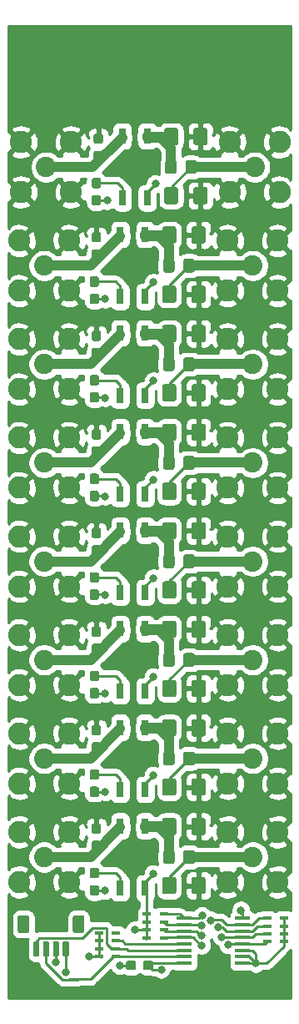
<source format=gtl>
G04 #@! TF.GenerationSoftware,KiCad,Pcbnew,(5.1.5-0)*
G04 #@! TF.CreationDate,2021-01-12T12:07:41-07:00*
G04 #@! TF.ProjectId,pmos_board,706d6f73-5f62-46f6-9172-642e6b696361,rev?*
G04 #@! TF.SameCoordinates,Original*
G04 #@! TF.FileFunction,Copper,L1,Top*
G04 #@! TF.FilePolarity,Positive*
%FSLAX46Y46*%
G04 Gerber Fmt 4.6, Leading zero omitted, Abs format (unit mm)*
G04 Created by KiCad (PCBNEW (5.1.5-0)) date 2021-01-12 12:07:41*
%MOMM*%
%LPD*%
G04 APERTURE LIST*
%ADD10R,0.900000X0.400000*%
%ADD11C,0.100000*%
%ADD12R,0.800000X1.650000*%
%ADD13R,1.500000X0.450000*%
%ADD14C,2.250000*%
%ADD15C,2.050000*%
%ADD16C,0.800000*%
%ADD17C,0.250000*%
%ADD18C,1.000000*%
%ADD19C,0.254000*%
G04 APERTURE END LIST*
D10*
X131550000Y-155100000D03*
X131550000Y-154300000D03*
X131550000Y-153500000D03*
X131550000Y-152700000D03*
X129850000Y-155100000D03*
X129850000Y-152700000D03*
X129850000Y-154300000D03*
X129850000Y-153500000D03*
G04 #@! TA.AperFunction,SMDPad,CuDef*
D11*
G36*
X129860779Y-141601144D02*
G01*
X129883834Y-141604563D01*
X129906443Y-141610227D01*
X129928387Y-141618079D01*
X129949457Y-141628044D01*
X129969448Y-141640026D01*
X129988168Y-141653910D01*
X130005438Y-141669562D01*
X130021090Y-141686832D01*
X130034974Y-141705552D01*
X130046956Y-141725543D01*
X130056921Y-141746613D01*
X130064773Y-141768557D01*
X130070437Y-141791166D01*
X130073856Y-141814221D01*
X130075000Y-141837500D01*
X130075000Y-142412500D01*
X130073856Y-142435779D01*
X130070437Y-142458834D01*
X130064773Y-142481443D01*
X130056921Y-142503387D01*
X130046956Y-142524457D01*
X130034974Y-142544448D01*
X130021090Y-142563168D01*
X130005438Y-142580438D01*
X129988168Y-142596090D01*
X129969448Y-142609974D01*
X129949457Y-142621956D01*
X129928387Y-142631921D01*
X129906443Y-142639773D01*
X129883834Y-142645437D01*
X129860779Y-142648856D01*
X129837500Y-142650000D01*
X129362500Y-142650000D01*
X129339221Y-142648856D01*
X129316166Y-142645437D01*
X129293557Y-142639773D01*
X129271613Y-142631921D01*
X129250543Y-142621956D01*
X129230552Y-142609974D01*
X129211832Y-142596090D01*
X129194562Y-142580438D01*
X129178910Y-142563168D01*
X129165026Y-142544448D01*
X129153044Y-142524457D01*
X129143079Y-142503387D01*
X129135227Y-142481443D01*
X129129563Y-142458834D01*
X129126144Y-142435779D01*
X129125000Y-142412500D01*
X129125000Y-141837500D01*
X129126144Y-141814221D01*
X129129563Y-141791166D01*
X129135227Y-141768557D01*
X129143079Y-141746613D01*
X129153044Y-141725543D01*
X129165026Y-141705552D01*
X129178910Y-141686832D01*
X129194562Y-141669562D01*
X129211832Y-141653910D01*
X129230552Y-141640026D01*
X129250543Y-141628044D01*
X129271613Y-141618079D01*
X129293557Y-141610227D01*
X129316166Y-141604563D01*
X129339221Y-141601144D01*
X129362500Y-141600000D01*
X129837500Y-141600000D01*
X129860779Y-141601144D01*
G37*
G04 #@! TD.AperFunction*
G04 #@! TA.AperFunction,SMDPad,CuDef*
G36*
X129860779Y-143351144D02*
G01*
X129883834Y-143354563D01*
X129906443Y-143360227D01*
X129928387Y-143368079D01*
X129949457Y-143378044D01*
X129969448Y-143390026D01*
X129988168Y-143403910D01*
X130005438Y-143419562D01*
X130021090Y-143436832D01*
X130034974Y-143455552D01*
X130046956Y-143475543D01*
X130056921Y-143496613D01*
X130064773Y-143518557D01*
X130070437Y-143541166D01*
X130073856Y-143564221D01*
X130075000Y-143587500D01*
X130075000Y-144162500D01*
X130073856Y-144185779D01*
X130070437Y-144208834D01*
X130064773Y-144231443D01*
X130056921Y-144253387D01*
X130046956Y-144274457D01*
X130034974Y-144294448D01*
X130021090Y-144313168D01*
X130005438Y-144330438D01*
X129988168Y-144346090D01*
X129969448Y-144359974D01*
X129949457Y-144371956D01*
X129928387Y-144381921D01*
X129906443Y-144389773D01*
X129883834Y-144395437D01*
X129860779Y-144398856D01*
X129837500Y-144400000D01*
X129362500Y-144400000D01*
X129339221Y-144398856D01*
X129316166Y-144395437D01*
X129293557Y-144389773D01*
X129271613Y-144381921D01*
X129250543Y-144371956D01*
X129230552Y-144359974D01*
X129211832Y-144346090D01*
X129194562Y-144330438D01*
X129178910Y-144313168D01*
X129165026Y-144294448D01*
X129153044Y-144274457D01*
X129143079Y-144253387D01*
X129135227Y-144231443D01*
X129129563Y-144208834D01*
X129126144Y-144185779D01*
X129125000Y-144162500D01*
X129125000Y-143587500D01*
X129126144Y-143564221D01*
X129129563Y-143541166D01*
X129135227Y-143518557D01*
X129143079Y-143496613D01*
X129153044Y-143475543D01*
X129165026Y-143455552D01*
X129178910Y-143436832D01*
X129194562Y-143419562D01*
X129211832Y-143403910D01*
X129230552Y-143390026D01*
X129250543Y-143378044D01*
X129271613Y-143368079D01*
X129293557Y-143360227D01*
X129316166Y-143354563D01*
X129339221Y-143351144D01*
X129362500Y-143350000D01*
X129837500Y-143350000D01*
X129860779Y-143351144D01*
G37*
G04 #@! TD.AperFunction*
G04 #@! TA.AperFunction,SMDPad,CuDef*
G36*
X129860779Y-131601144D02*
G01*
X129883834Y-131604563D01*
X129906443Y-131610227D01*
X129928387Y-131618079D01*
X129949457Y-131628044D01*
X129969448Y-131640026D01*
X129988168Y-131653910D01*
X130005438Y-131669562D01*
X130021090Y-131686832D01*
X130034974Y-131705552D01*
X130046956Y-131725543D01*
X130056921Y-131746613D01*
X130064773Y-131768557D01*
X130070437Y-131791166D01*
X130073856Y-131814221D01*
X130075000Y-131837500D01*
X130075000Y-132412500D01*
X130073856Y-132435779D01*
X130070437Y-132458834D01*
X130064773Y-132481443D01*
X130056921Y-132503387D01*
X130046956Y-132524457D01*
X130034974Y-132544448D01*
X130021090Y-132563168D01*
X130005438Y-132580438D01*
X129988168Y-132596090D01*
X129969448Y-132609974D01*
X129949457Y-132621956D01*
X129928387Y-132631921D01*
X129906443Y-132639773D01*
X129883834Y-132645437D01*
X129860779Y-132648856D01*
X129837500Y-132650000D01*
X129362500Y-132650000D01*
X129339221Y-132648856D01*
X129316166Y-132645437D01*
X129293557Y-132639773D01*
X129271613Y-132631921D01*
X129250543Y-132621956D01*
X129230552Y-132609974D01*
X129211832Y-132596090D01*
X129194562Y-132580438D01*
X129178910Y-132563168D01*
X129165026Y-132544448D01*
X129153044Y-132524457D01*
X129143079Y-132503387D01*
X129135227Y-132481443D01*
X129129563Y-132458834D01*
X129126144Y-132435779D01*
X129125000Y-132412500D01*
X129125000Y-131837500D01*
X129126144Y-131814221D01*
X129129563Y-131791166D01*
X129135227Y-131768557D01*
X129143079Y-131746613D01*
X129153044Y-131725543D01*
X129165026Y-131705552D01*
X129178910Y-131686832D01*
X129194562Y-131669562D01*
X129211832Y-131653910D01*
X129230552Y-131640026D01*
X129250543Y-131628044D01*
X129271613Y-131618079D01*
X129293557Y-131610227D01*
X129316166Y-131604563D01*
X129339221Y-131601144D01*
X129362500Y-131600000D01*
X129837500Y-131600000D01*
X129860779Y-131601144D01*
G37*
G04 #@! TD.AperFunction*
G04 #@! TA.AperFunction,SMDPad,CuDef*
G36*
X129860779Y-133351144D02*
G01*
X129883834Y-133354563D01*
X129906443Y-133360227D01*
X129928387Y-133368079D01*
X129949457Y-133378044D01*
X129969448Y-133390026D01*
X129988168Y-133403910D01*
X130005438Y-133419562D01*
X130021090Y-133436832D01*
X130034974Y-133455552D01*
X130046956Y-133475543D01*
X130056921Y-133496613D01*
X130064773Y-133518557D01*
X130070437Y-133541166D01*
X130073856Y-133564221D01*
X130075000Y-133587500D01*
X130075000Y-134162500D01*
X130073856Y-134185779D01*
X130070437Y-134208834D01*
X130064773Y-134231443D01*
X130056921Y-134253387D01*
X130046956Y-134274457D01*
X130034974Y-134294448D01*
X130021090Y-134313168D01*
X130005438Y-134330438D01*
X129988168Y-134346090D01*
X129969448Y-134359974D01*
X129949457Y-134371956D01*
X129928387Y-134381921D01*
X129906443Y-134389773D01*
X129883834Y-134395437D01*
X129860779Y-134398856D01*
X129837500Y-134400000D01*
X129362500Y-134400000D01*
X129339221Y-134398856D01*
X129316166Y-134395437D01*
X129293557Y-134389773D01*
X129271613Y-134381921D01*
X129250543Y-134371956D01*
X129230552Y-134359974D01*
X129211832Y-134346090D01*
X129194562Y-134330438D01*
X129178910Y-134313168D01*
X129165026Y-134294448D01*
X129153044Y-134274457D01*
X129143079Y-134253387D01*
X129135227Y-134231443D01*
X129129563Y-134208834D01*
X129126144Y-134185779D01*
X129125000Y-134162500D01*
X129125000Y-133587500D01*
X129126144Y-133564221D01*
X129129563Y-133541166D01*
X129135227Y-133518557D01*
X129143079Y-133496613D01*
X129153044Y-133475543D01*
X129165026Y-133455552D01*
X129178910Y-133436832D01*
X129194562Y-133419562D01*
X129211832Y-133403910D01*
X129230552Y-133390026D01*
X129250543Y-133378044D01*
X129271613Y-133368079D01*
X129293557Y-133360227D01*
X129316166Y-133354563D01*
X129339221Y-133351144D01*
X129362500Y-133350000D01*
X129837500Y-133350000D01*
X129860779Y-133351144D01*
G37*
G04 #@! TD.AperFunction*
G04 #@! TA.AperFunction,SMDPad,CuDef*
G36*
X129860779Y-121601144D02*
G01*
X129883834Y-121604563D01*
X129906443Y-121610227D01*
X129928387Y-121618079D01*
X129949457Y-121628044D01*
X129969448Y-121640026D01*
X129988168Y-121653910D01*
X130005438Y-121669562D01*
X130021090Y-121686832D01*
X130034974Y-121705552D01*
X130046956Y-121725543D01*
X130056921Y-121746613D01*
X130064773Y-121768557D01*
X130070437Y-121791166D01*
X130073856Y-121814221D01*
X130075000Y-121837500D01*
X130075000Y-122412500D01*
X130073856Y-122435779D01*
X130070437Y-122458834D01*
X130064773Y-122481443D01*
X130056921Y-122503387D01*
X130046956Y-122524457D01*
X130034974Y-122544448D01*
X130021090Y-122563168D01*
X130005438Y-122580438D01*
X129988168Y-122596090D01*
X129969448Y-122609974D01*
X129949457Y-122621956D01*
X129928387Y-122631921D01*
X129906443Y-122639773D01*
X129883834Y-122645437D01*
X129860779Y-122648856D01*
X129837500Y-122650000D01*
X129362500Y-122650000D01*
X129339221Y-122648856D01*
X129316166Y-122645437D01*
X129293557Y-122639773D01*
X129271613Y-122631921D01*
X129250543Y-122621956D01*
X129230552Y-122609974D01*
X129211832Y-122596090D01*
X129194562Y-122580438D01*
X129178910Y-122563168D01*
X129165026Y-122544448D01*
X129153044Y-122524457D01*
X129143079Y-122503387D01*
X129135227Y-122481443D01*
X129129563Y-122458834D01*
X129126144Y-122435779D01*
X129125000Y-122412500D01*
X129125000Y-121837500D01*
X129126144Y-121814221D01*
X129129563Y-121791166D01*
X129135227Y-121768557D01*
X129143079Y-121746613D01*
X129153044Y-121725543D01*
X129165026Y-121705552D01*
X129178910Y-121686832D01*
X129194562Y-121669562D01*
X129211832Y-121653910D01*
X129230552Y-121640026D01*
X129250543Y-121628044D01*
X129271613Y-121618079D01*
X129293557Y-121610227D01*
X129316166Y-121604563D01*
X129339221Y-121601144D01*
X129362500Y-121600000D01*
X129837500Y-121600000D01*
X129860779Y-121601144D01*
G37*
G04 #@! TD.AperFunction*
G04 #@! TA.AperFunction,SMDPad,CuDef*
G36*
X129860779Y-123351144D02*
G01*
X129883834Y-123354563D01*
X129906443Y-123360227D01*
X129928387Y-123368079D01*
X129949457Y-123378044D01*
X129969448Y-123390026D01*
X129988168Y-123403910D01*
X130005438Y-123419562D01*
X130021090Y-123436832D01*
X130034974Y-123455552D01*
X130046956Y-123475543D01*
X130056921Y-123496613D01*
X130064773Y-123518557D01*
X130070437Y-123541166D01*
X130073856Y-123564221D01*
X130075000Y-123587500D01*
X130075000Y-124162500D01*
X130073856Y-124185779D01*
X130070437Y-124208834D01*
X130064773Y-124231443D01*
X130056921Y-124253387D01*
X130046956Y-124274457D01*
X130034974Y-124294448D01*
X130021090Y-124313168D01*
X130005438Y-124330438D01*
X129988168Y-124346090D01*
X129969448Y-124359974D01*
X129949457Y-124371956D01*
X129928387Y-124381921D01*
X129906443Y-124389773D01*
X129883834Y-124395437D01*
X129860779Y-124398856D01*
X129837500Y-124400000D01*
X129362500Y-124400000D01*
X129339221Y-124398856D01*
X129316166Y-124395437D01*
X129293557Y-124389773D01*
X129271613Y-124381921D01*
X129250543Y-124371956D01*
X129230552Y-124359974D01*
X129211832Y-124346090D01*
X129194562Y-124330438D01*
X129178910Y-124313168D01*
X129165026Y-124294448D01*
X129153044Y-124274457D01*
X129143079Y-124253387D01*
X129135227Y-124231443D01*
X129129563Y-124208834D01*
X129126144Y-124185779D01*
X129125000Y-124162500D01*
X129125000Y-123587500D01*
X129126144Y-123564221D01*
X129129563Y-123541166D01*
X129135227Y-123518557D01*
X129143079Y-123496613D01*
X129153044Y-123475543D01*
X129165026Y-123455552D01*
X129178910Y-123436832D01*
X129194562Y-123419562D01*
X129211832Y-123403910D01*
X129230552Y-123390026D01*
X129250543Y-123378044D01*
X129271613Y-123368079D01*
X129293557Y-123360227D01*
X129316166Y-123354563D01*
X129339221Y-123351144D01*
X129362500Y-123350000D01*
X129837500Y-123350000D01*
X129860779Y-123351144D01*
G37*
G04 #@! TD.AperFunction*
G04 #@! TA.AperFunction,SMDPad,CuDef*
G36*
X129860779Y-111601144D02*
G01*
X129883834Y-111604563D01*
X129906443Y-111610227D01*
X129928387Y-111618079D01*
X129949457Y-111628044D01*
X129969448Y-111640026D01*
X129988168Y-111653910D01*
X130005438Y-111669562D01*
X130021090Y-111686832D01*
X130034974Y-111705552D01*
X130046956Y-111725543D01*
X130056921Y-111746613D01*
X130064773Y-111768557D01*
X130070437Y-111791166D01*
X130073856Y-111814221D01*
X130075000Y-111837500D01*
X130075000Y-112412500D01*
X130073856Y-112435779D01*
X130070437Y-112458834D01*
X130064773Y-112481443D01*
X130056921Y-112503387D01*
X130046956Y-112524457D01*
X130034974Y-112544448D01*
X130021090Y-112563168D01*
X130005438Y-112580438D01*
X129988168Y-112596090D01*
X129969448Y-112609974D01*
X129949457Y-112621956D01*
X129928387Y-112631921D01*
X129906443Y-112639773D01*
X129883834Y-112645437D01*
X129860779Y-112648856D01*
X129837500Y-112650000D01*
X129362500Y-112650000D01*
X129339221Y-112648856D01*
X129316166Y-112645437D01*
X129293557Y-112639773D01*
X129271613Y-112631921D01*
X129250543Y-112621956D01*
X129230552Y-112609974D01*
X129211832Y-112596090D01*
X129194562Y-112580438D01*
X129178910Y-112563168D01*
X129165026Y-112544448D01*
X129153044Y-112524457D01*
X129143079Y-112503387D01*
X129135227Y-112481443D01*
X129129563Y-112458834D01*
X129126144Y-112435779D01*
X129125000Y-112412500D01*
X129125000Y-111837500D01*
X129126144Y-111814221D01*
X129129563Y-111791166D01*
X129135227Y-111768557D01*
X129143079Y-111746613D01*
X129153044Y-111725543D01*
X129165026Y-111705552D01*
X129178910Y-111686832D01*
X129194562Y-111669562D01*
X129211832Y-111653910D01*
X129230552Y-111640026D01*
X129250543Y-111628044D01*
X129271613Y-111618079D01*
X129293557Y-111610227D01*
X129316166Y-111604563D01*
X129339221Y-111601144D01*
X129362500Y-111600000D01*
X129837500Y-111600000D01*
X129860779Y-111601144D01*
G37*
G04 #@! TD.AperFunction*
G04 #@! TA.AperFunction,SMDPad,CuDef*
G36*
X129860779Y-113351144D02*
G01*
X129883834Y-113354563D01*
X129906443Y-113360227D01*
X129928387Y-113368079D01*
X129949457Y-113378044D01*
X129969448Y-113390026D01*
X129988168Y-113403910D01*
X130005438Y-113419562D01*
X130021090Y-113436832D01*
X130034974Y-113455552D01*
X130046956Y-113475543D01*
X130056921Y-113496613D01*
X130064773Y-113518557D01*
X130070437Y-113541166D01*
X130073856Y-113564221D01*
X130075000Y-113587500D01*
X130075000Y-114162500D01*
X130073856Y-114185779D01*
X130070437Y-114208834D01*
X130064773Y-114231443D01*
X130056921Y-114253387D01*
X130046956Y-114274457D01*
X130034974Y-114294448D01*
X130021090Y-114313168D01*
X130005438Y-114330438D01*
X129988168Y-114346090D01*
X129969448Y-114359974D01*
X129949457Y-114371956D01*
X129928387Y-114381921D01*
X129906443Y-114389773D01*
X129883834Y-114395437D01*
X129860779Y-114398856D01*
X129837500Y-114400000D01*
X129362500Y-114400000D01*
X129339221Y-114398856D01*
X129316166Y-114395437D01*
X129293557Y-114389773D01*
X129271613Y-114381921D01*
X129250543Y-114371956D01*
X129230552Y-114359974D01*
X129211832Y-114346090D01*
X129194562Y-114330438D01*
X129178910Y-114313168D01*
X129165026Y-114294448D01*
X129153044Y-114274457D01*
X129143079Y-114253387D01*
X129135227Y-114231443D01*
X129129563Y-114208834D01*
X129126144Y-114185779D01*
X129125000Y-114162500D01*
X129125000Y-113587500D01*
X129126144Y-113564221D01*
X129129563Y-113541166D01*
X129135227Y-113518557D01*
X129143079Y-113496613D01*
X129153044Y-113475543D01*
X129165026Y-113455552D01*
X129178910Y-113436832D01*
X129194562Y-113419562D01*
X129211832Y-113403910D01*
X129230552Y-113390026D01*
X129250543Y-113378044D01*
X129271613Y-113368079D01*
X129293557Y-113360227D01*
X129316166Y-113354563D01*
X129339221Y-113351144D01*
X129362500Y-113350000D01*
X129837500Y-113350000D01*
X129860779Y-113351144D01*
G37*
G04 #@! TD.AperFunction*
G04 #@! TA.AperFunction,SMDPad,CuDef*
G36*
X129860779Y-101601144D02*
G01*
X129883834Y-101604563D01*
X129906443Y-101610227D01*
X129928387Y-101618079D01*
X129949457Y-101628044D01*
X129969448Y-101640026D01*
X129988168Y-101653910D01*
X130005438Y-101669562D01*
X130021090Y-101686832D01*
X130034974Y-101705552D01*
X130046956Y-101725543D01*
X130056921Y-101746613D01*
X130064773Y-101768557D01*
X130070437Y-101791166D01*
X130073856Y-101814221D01*
X130075000Y-101837500D01*
X130075000Y-102412500D01*
X130073856Y-102435779D01*
X130070437Y-102458834D01*
X130064773Y-102481443D01*
X130056921Y-102503387D01*
X130046956Y-102524457D01*
X130034974Y-102544448D01*
X130021090Y-102563168D01*
X130005438Y-102580438D01*
X129988168Y-102596090D01*
X129969448Y-102609974D01*
X129949457Y-102621956D01*
X129928387Y-102631921D01*
X129906443Y-102639773D01*
X129883834Y-102645437D01*
X129860779Y-102648856D01*
X129837500Y-102650000D01*
X129362500Y-102650000D01*
X129339221Y-102648856D01*
X129316166Y-102645437D01*
X129293557Y-102639773D01*
X129271613Y-102631921D01*
X129250543Y-102621956D01*
X129230552Y-102609974D01*
X129211832Y-102596090D01*
X129194562Y-102580438D01*
X129178910Y-102563168D01*
X129165026Y-102544448D01*
X129153044Y-102524457D01*
X129143079Y-102503387D01*
X129135227Y-102481443D01*
X129129563Y-102458834D01*
X129126144Y-102435779D01*
X129125000Y-102412500D01*
X129125000Y-101837500D01*
X129126144Y-101814221D01*
X129129563Y-101791166D01*
X129135227Y-101768557D01*
X129143079Y-101746613D01*
X129153044Y-101725543D01*
X129165026Y-101705552D01*
X129178910Y-101686832D01*
X129194562Y-101669562D01*
X129211832Y-101653910D01*
X129230552Y-101640026D01*
X129250543Y-101628044D01*
X129271613Y-101618079D01*
X129293557Y-101610227D01*
X129316166Y-101604563D01*
X129339221Y-101601144D01*
X129362500Y-101600000D01*
X129837500Y-101600000D01*
X129860779Y-101601144D01*
G37*
G04 #@! TD.AperFunction*
G04 #@! TA.AperFunction,SMDPad,CuDef*
G36*
X129860779Y-103351144D02*
G01*
X129883834Y-103354563D01*
X129906443Y-103360227D01*
X129928387Y-103368079D01*
X129949457Y-103378044D01*
X129969448Y-103390026D01*
X129988168Y-103403910D01*
X130005438Y-103419562D01*
X130021090Y-103436832D01*
X130034974Y-103455552D01*
X130046956Y-103475543D01*
X130056921Y-103496613D01*
X130064773Y-103518557D01*
X130070437Y-103541166D01*
X130073856Y-103564221D01*
X130075000Y-103587500D01*
X130075000Y-104162500D01*
X130073856Y-104185779D01*
X130070437Y-104208834D01*
X130064773Y-104231443D01*
X130056921Y-104253387D01*
X130046956Y-104274457D01*
X130034974Y-104294448D01*
X130021090Y-104313168D01*
X130005438Y-104330438D01*
X129988168Y-104346090D01*
X129969448Y-104359974D01*
X129949457Y-104371956D01*
X129928387Y-104381921D01*
X129906443Y-104389773D01*
X129883834Y-104395437D01*
X129860779Y-104398856D01*
X129837500Y-104400000D01*
X129362500Y-104400000D01*
X129339221Y-104398856D01*
X129316166Y-104395437D01*
X129293557Y-104389773D01*
X129271613Y-104381921D01*
X129250543Y-104371956D01*
X129230552Y-104359974D01*
X129211832Y-104346090D01*
X129194562Y-104330438D01*
X129178910Y-104313168D01*
X129165026Y-104294448D01*
X129153044Y-104274457D01*
X129143079Y-104253387D01*
X129135227Y-104231443D01*
X129129563Y-104208834D01*
X129126144Y-104185779D01*
X129125000Y-104162500D01*
X129125000Y-103587500D01*
X129126144Y-103564221D01*
X129129563Y-103541166D01*
X129135227Y-103518557D01*
X129143079Y-103496613D01*
X129153044Y-103475543D01*
X129165026Y-103455552D01*
X129178910Y-103436832D01*
X129194562Y-103419562D01*
X129211832Y-103403910D01*
X129230552Y-103390026D01*
X129250543Y-103378044D01*
X129271613Y-103368079D01*
X129293557Y-103360227D01*
X129316166Y-103354563D01*
X129339221Y-103351144D01*
X129362500Y-103350000D01*
X129837500Y-103350000D01*
X129860779Y-103351144D01*
G37*
G04 #@! TD.AperFunction*
G04 #@! TA.AperFunction,SMDPad,CuDef*
G36*
X129860779Y-91601144D02*
G01*
X129883834Y-91604563D01*
X129906443Y-91610227D01*
X129928387Y-91618079D01*
X129949457Y-91628044D01*
X129969448Y-91640026D01*
X129988168Y-91653910D01*
X130005438Y-91669562D01*
X130021090Y-91686832D01*
X130034974Y-91705552D01*
X130046956Y-91725543D01*
X130056921Y-91746613D01*
X130064773Y-91768557D01*
X130070437Y-91791166D01*
X130073856Y-91814221D01*
X130075000Y-91837500D01*
X130075000Y-92412500D01*
X130073856Y-92435779D01*
X130070437Y-92458834D01*
X130064773Y-92481443D01*
X130056921Y-92503387D01*
X130046956Y-92524457D01*
X130034974Y-92544448D01*
X130021090Y-92563168D01*
X130005438Y-92580438D01*
X129988168Y-92596090D01*
X129969448Y-92609974D01*
X129949457Y-92621956D01*
X129928387Y-92631921D01*
X129906443Y-92639773D01*
X129883834Y-92645437D01*
X129860779Y-92648856D01*
X129837500Y-92650000D01*
X129362500Y-92650000D01*
X129339221Y-92648856D01*
X129316166Y-92645437D01*
X129293557Y-92639773D01*
X129271613Y-92631921D01*
X129250543Y-92621956D01*
X129230552Y-92609974D01*
X129211832Y-92596090D01*
X129194562Y-92580438D01*
X129178910Y-92563168D01*
X129165026Y-92544448D01*
X129153044Y-92524457D01*
X129143079Y-92503387D01*
X129135227Y-92481443D01*
X129129563Y-92458834D01*
X129126144Y-92435779D01*
X129125000Y-92412500D01*
X129125000Y-91837500D01*
X129126144Y-91814221D01*
X129129563Y-91791166D01*
X129135227Y-91768557D01*
X129143079Y-91746613D01*
X129153044Y-91725543D01*
X129165026Y-91705552D01*
X129178910Y-91686832D01*
X129194562Y-91669562D01*
X129211832Y-91653910D01*
X129230552Y-91640026D01*
X129250543Y-91628044D01*
X129271613Y-91618079D01*
X129293557Y-91610227D01*
X129316166Y-91604563D01*
X129339221Y-91601144D01*
X129362500Y-91600000D01*
X129837500Y-91600000D01*
X129860779Y-91601144D01*
G37*
G04 #@! TD.AperFunction*
G04 #@! TA.AperFunction,SMDPad,CuDef*
G36*
X129860779Y-93351144D02*
G01*
X129883834Y-93354563D01*
X129906443Y-93360227D01*
X129928387Y-93368079D01*
X129949457Y-93378044D01*
X129969448Y-93390026D01*
X129988168Y-93403910D01*
X130005438Y-93419562D01*
X130021090Y-93436832D01*
X130034974Y-93455552D01*
X130046956Y-93475543D01*
X130056921Y-93496613D01*
X130064773Y-93518557D01*
X130070437Y-93541166D01*
X130073856Y-93564221D01*
X130075000Y-93587500D01*
X130075000Y-94162500D01*
X130073856Y-94185779D01*
X130070437Y-94208834D01*
X130064773Y-94231443D01*
X130056921Y-94253387D01*
X130046956Y-94274457D01*
X130034974Y-94294448D01*
X130021090Y-94313168D01*
X130005438Y-94330438D01*
X129988168Y-94346090D01*
X129969448Y-94359974D01*
X129949457Y-94371956D01*
X129928387Y-94381921D01*
X129906443Y-94389773D01*
X129883834Y-94395437D01*
X129860779Y-94398856D01*
X129837500Y-94400000D01*
X129362500Y-94400000D01*
X129339221Y-94398856D01*
X129316166Y-94395437D01*
X129293557Y-94389773D01*
X129271613Y-94381921D01*
X129250543Y-94371956D01*
X129230552Y-94359974D01*
X129211832Y-94346090D01*
X129194562Y-94330438D01*
X129178910Y-94313168D01*
X129165026Y-94294448D01*
X129153044Y-94274457D01*
X129143079Y-94253387D01*
X129135227Y-94231443D01*
X129129563Y-94208834D01*
X129126144Y-94185779D01*
X129125000Y-94162500D01*
X129125000Y-93587500D01*
X129126144Y-93564221D01*
X129129563Y-93541166D01*
X129135227Y-93518557D01*
X129143079Y-93496613D01*
X129153044Y-93475543D01*
X129165026Y-93455552D01*
X129178910Y-93436832D01*
X129194562Y-93419562D01*
X129211832Y-93403910D01*
X129230552Y-93390026D01*
X129250543Y-93378044D01*
X129271613Y-93368079D01*
X129293557Y-93360227D01*
X129316166Y-93354563D01*
X129339221Y-93351144D01*
X129362500Y-93350000D01*
X129837500Y-93350000D01*
X129860779Y-93351144D01*
G37*
G04 #@! TD.AperFunction*
G04 #@! TA.AperFunction,SMDPad,CuDef*
G36*
X129860779Y-81601144D02*
G01*
X129883834Y-81604563D01*
X129906443Y-81610227D01*
X129928387Y-81618079D01*
X129949457Y-81628044D01*
X129969448Y-81640026D01*
X129988168Y-81653910D01*
X130005438Y-81669562D01*
X130021090Y-81686832D01*
X130034974Y-81705552D01*
X130046956Y-81725543D01*
X130056921Y-81746613D01*
X130064773Y-81768557D01*
X130070437Y-81791166D01*
X130073856Y-81814221D01*
X130075000Y-81837500D01*
X130075000Y-82412500D01*
X130073856Y-82435779D01*
X130070437Y-82458834D01*
X130064773Y-82481443D01*
X130056921Y-82503387D01*
X130046956Y-82524457D01*
X130034974Y-82544448D01*
X130021090Y-82563168D01*
X130005438Y-82580438D01*
X129988168Y-82596090D01*
X129969448Y-82609974D01*
X129949457Y-82621956D01*
X129928387Y-82631921D01*
X129906443Y-82639773D01*
X129883834Y-82645437D01*
X129860779Y-82648856D01*
X129837500Y-82650000D01*
X129362500Y-82650000D01*
X129339221Y-82648856D01*
X129316166Y-82645437D01*
X129293557Y-82639773D01*
X129271613Y-82631921D01*
X129250543Y-82621956D01*
X129230552Y-82609974D01*
X129211832Y-82596090D01*
X129194562Y-82580438D01*
X129178910Y-82563168D01*
X129165026Y-82544448D01*
X129153044Y-82524457D01*
X129143079Y-82503387D01*
X129135227Y-82481443D01*
X129129563Y-82458834D01*
X129126144Y-82435779D01*
X129125000Y-82412500D01*
X129125000Y-81837500D01*
X129126144Y-81814221D01*
X129129563Y-81791166D01*
X129135227Y-81768557D01*
X129143079Y-81746613D01*
X129153044Y-81725543D01*
X129165026Y-81705552D01*
X129178910Y-81686832D01*
X129194562Y-81669562D01*
X129211832Y-81653910D01*
X129230552Y-81640026D01*
X129250543Y-81628044D01*
X129271613Y-81618079D01*
X129293557Y-81610227D01*
X129316166Y-81604563D01*
X129339221Y-81601144D01*
X129362500Y-81600000D01*
X129837500Y-81600000D01*
X129860779Y-81601144D01*
G37*
G04 #@! TD.AperFunction*
G04 #@! TA.AperFunction,SMDPad,CuDef*
G36*
X129860779Y-83351144D02*
G01*
X129883834Y-83354563D01*
X129906443Y-83360227D01*
X129928387Y-83368079D01*
X129949457Y-83378044D01*
X129969448Y-83390026D01*
X129988168Y-83403910D01*
X130005438Y-83419562D01*
X130021090Y-83436832D01*
X130034974Y-83455552D01*
X130046956Y-83475543D01*
X130056921Y-83496613D01*
X130064773Y-83518557D01*
X130070437Y-83541166D01*
X130073856Y-83564221D01*
X130075000Y-83587500D01*
X130075000Y-84162500D01*
X130073856Y-84185779D01*
X130070437Y-84208834D01*
X130064773Y-84231443D01*
X130056921Y-84253387D01*
X130046956Y-84274457D01*
X130034974Y-84294448D01*
X130021090Y-84313168D01*
X130005438Y-84330438D01*
X129988168Y-84346090D01*
X129969448Y-84359974D01*
X129949457Y-84371956D01*
X129928387Y-84381921D01*
X129906443Y-84389773D01*
X129883834Y-84395437D01*
X129860779Y-84398856D01*
X129837500Y-84400000D01*
X129362500Y-84400000D01*
X129339221Y-84398856D01*
X129316166Y-84395437D01*
X129293557Y-84389773D01*
X129271613Y-84381921D01*
X129250543Y-84371956D01*
X129230552Y-84359974D01*
X129211832Y-84346090D01*
X129194562Y-84330438D01*
X129178910Y-84313168D01*
X129165026Y-84294448D01*
X129153044Y-84274457D01*
X129143079Y-84253387D01*
X129135227Y-84231443D01*
X129129563Y-84208834D01*
X129126144Y-84185779D01*
X129125000Y-84162500D01*
X129125000Y-83587500D01*
X129126144Y-83564221D01*
X129129563Y-83541166D01*
X129135227Y-83518557D01*
X129143079Y-83496613D01*
X129153044Y-83475543D01*
X129165026Y-83455552D01*
X129178910Y-83436832D01*
X129194562Y-83419562D01*
X129211832Y-83403910D01*
X129230552Y-83390026D01*
X129250543Y-83378044D01*
X129271613Y-83368079D01*
X129293557Y-83360227D01*
X129316166Y-83354563D01*
X129339221Y-83351144D01*
X129362500Y-83350000D01*
X129837500Y-83350000D01*
X129860779Y-83351144D01*
G37*
G04 #@! TD.AperFunction*
G04 #@! TA.AperFunction,SMDPad,CuDef*
G36*
X130060779Y-71601144D02*
G01*
X130083834Y-71604563D01*
X130106443Y-71610227D01*
X130128387Y-71618079D01*
X130149457Y-71628044D01*
X130169448Y-71640026D01*
X130188168Y-71653910D01*
X130205438Y-71669562D01*
X130221090Y-71686832D01*
X130234974Y-71705552D01*
X130246956Y-71725543D01*
X130256921Y-71746613D01*
X130264773Y-71768557D01*
X130270437Y-71791166D01*
X130273856Y-71814221D01*
X130275000Y-71837500D01*
X130275000Y-72412500D01*
X130273856Y-72435779D01*
X130270437Y-72458834D01*
X130264773Y-72481443D01*
X130256921Y-72503387D01*
X130246956Y-72524457D01*
X130234974Y-72544448D01*
X130221090Y-72563168D01*
X130205438Y-72580438D01*
X130188168Y-72596090D01*
X130169448Y-72609974D01*
X130149457Y-72621956D01*
X130128387Y-72631921D01*
X130106443Y-72639773D01*
X130083834Y-72645437D01*
X130060779Y-72648856D01*
X130037500Y-72650000D01*
X129562500Y-72650000D01*
X129539221Y-72648856D01*
X129516166Y-72645437D01*
X129493557Y-72639773D01*
X129471613Y-72631921D01*
X129450543Y-72621956D01*
X129430552Y-72609974D01*
X129411832Y-72596090D01*
X129394562Y-72580438D01*
X129378910Y-72563168D01*
X129365026Y-72544448D01*
X129353044Y-72524457D01*
X129343079Y-72503387D01*
X129335227Y-72481443D01*
X129329563Y-72458834D01*
X129326144Y-72435779D01*
X129325000Y-72412500D01*
X129325000Y-71837500D01*
X129326144Y-71814221D01*
X129329563Y-71791166D01*
X129335227Y-71768557D01*
X129343079Y-71746613D01*
X129353044Y-71725543D01*
X129365026Y-71705552D01*
X129378910Y-71686832D01*
X129394562Y-71669562D01*
X129411832Y-71653910D01*
X129430552Y-71640026D01*
X129450543Y-71628044D01*
X129471613Y-71618079D01*
X129493557Y-71610227D01*
X129516166Y-71604563D01*
X129539221Y-71601144D01*
X129562500Y-71600000D01*
X130037500Y-71600000D01*
X130060779Y-71601144D01*
G37*
G04 #@! TD.AperFunction*
G04 #@! TA.AperFunction,SMDPad,CuDef*
G36*
X130060779Y-73351144D02*
G01*
X130083834Y-73354563D01*
X130106443Y-73360227D01*
X130128387Y-73368079D01*
X130149457Y-73378044D01*
X130169448Y-73390026D01*
X130188168Y-73403910D01*
X130205438Y-73419562D01*
X130221090Y-73436832D01*
X130234974Y-73455552D01*
X130246956Y-73475543D01*
X130256921Y-73496613D01*
X130264773Y-73518557D01*
X130270437Y-73541166D01*
X130273856Y-73564221D01*
X130275000Y-73587500D01*
X130275000Y-74162500D01*
X130273856Y-74185779D01*
X130270437Y-74208834D01*
X130264773Y-74231443D01*
X130256921Y-74253387D01*
X130246956Y-74274457D01*
X130234974Y-74294448D01*
X130221090Y-74313168D01*
X130205438Y-74330438D01*
X130188168Y-74346090D01*
X130169448Y-74359974D01*
X130149457Y-74371956D01*
X130128387Y-74381921D01*
X130106443Y-74389773D01*
X130083834Y-74395437D01*
X130060779Y-74398856D01*
X130037500Y-74400000D01*
X129562500Y-74400000D01*
X129539221Y-74398856D01*
X129516166Y-74395437D01*
X129493557Y-74389773D01*
X129471613Y-74381921D01*
X129450543Y-74371956D01*
X129430552Y-74359974D01*
X129411832Y-74346090D01*
X129394562Y-74330438D01*
X129378910Y-74313168D01*
X129365026Y-74294448D01*
X129353044Y-74274457D01*
X129343079Y-74253387D01*
X129335227Y-74231443D01*
X129329563Y-74208834D01*
X129326144Y-74185779D01*
X129325000Y-74162500D01*
X129325000Y-73587500D01*
X129326144Y-73564221D01*
X129329563Y-73541166D01*
X129335227Y-73518557D01*
X129343079Y-73496613D01*
X129353044Y-73475543D01*
X129365026Y-73455552D01*
X129378910Y-73436832D01*
X129394562Y-73419562D01*
X129411832Y-73403910D01*
X129430552Y-73390026D01*
X129450543Y-73378044D01*
X129471613Y-73368079D01*
X129493557Y-73360227D01*
X129516166Y-73354563D01*
X129539221Y-73351144D01*
X129562500Y-73350000D01*
X130037500Y-73350000D01*
X130060779Y-73351144D01*
G37*
G04 #@! TD.AperFunction*
G04 #@! TA.AperFunction,SMDPad,CuDef*
G36*
X137324505Y-144301204D02*
G01*
X137348773Y-144304804D01*
X137372572Y-144310765D01*
X137395671Y-144319030D01*
X137417850Y-144329520D01*
X137438893Y-144342132D01*
X137458599Y-144356747D01*
X137476777Y-144373223D01*
X137493253Y-144391401D01*
X137507868Y-144411107D01*
X137520480Y-144432150D01*
X137530970Y-144454329D01*
X137539235Y-144477428D01*
X137545196Y-144501227D01*
X137548796Y-144525495D01*
X137550000Y-144549999D01*
X137550000Y-145450001D01*
X137548796Y-145474505D01*
X137545196Y-145498773D01*
X137539235Y-145522572D01*
X137530970Y-145545671D01*
X137520480Y-145567850D01*
X137507868Y-145588893D01*
X137493253Y-145608599D01*
X137476777Y-145626777D01*
X137458599Y-145643253D01*
X137438893Y-145657868D01*
X137417850Y-145670480D01*
X137395671Y-145680970D01*
X137372572Y-145689235D01*
X137348773Y-145695196D01*
X137324505Y-145698796D01*
X137300001Y-145700000D01*
X136649999Y-145700000D01*
X136625495Y-145698796D01*
X136601227Y-145695196D01*
X136577428Y-145689235D01*
X136554329Y-145680970D01*
X136532150Y-145670480D01*
X136511107Y-145657868D01*
X136491401Y-145643253D01*
X136473223Y-145626777D01*
X136456747Y-145608599D01*
X136442132Y-145588893D01*
X136429520Y-145567850D01*
X136419030Y-145545671D01*
X136410765Y-145522572D01*
X136404804Y-145498773D01*
X136401204Y-145474505D01*
X136400000Y-145450001D01*
X136400000Y-144549999D01*
X136401204Y-144525495D01*
X136404804Y-144501227D01*
X136410765Y-144477428D01*
X136419030Y-144454329D01*
X136429520Y-144432150D01*
X136442132Y-144411107D01*
X136456747Y-144391401D01*
X136473223Y-144373223D01*
X136491401Y-144356747D01*
X136511107Y-144342132D01*
X136532150Y-144329520D01*
X136554329Y-144319030D01*
X136577428Y-144310765D01*
X136601227Y-144304804D01*
X136625495Y-144301204D01*
X136649999Y-144300000D01*
X137300001Y-144300000D01*
X137324505Y-144301204D01*
G37*
G04 #@! TD.AperFunction*
G04 #@! TA.AperFunction,SMDPad,CuDef*
G36*
X139374505Y-144301204D02*
G01*
X139398773Y-144304804D01*
X139422572Y-144310765D01*
X139445671Y-144319030D01*
X139467850Y-144329520D01*
X139488893Y-144342132D01*
X139508599Y-144356747D01*
X139526777Y-144373223D01*
X139543253Y-144391401D01*
X139557868Y-144411107D01*
X139570480Y-144432150D01*
X139580970Y-144454329D01*
X139589235Y-144477428D01*
X139595196Y-144501227D01*
X139598796Y-144525495D01*
X139600000Y-144549999D01*
X139600000Y-145450001D01*
X139598796Y-145474505D01*
X139595196Y-145498773D01*
X139589235Y-145522572D01*
X139580970Y-145545671D01*
X139570480Y-145567850D01*
X139557868Y-145588893D01*
X139543253Y-145608599D01*
X139526777Y-145626777D01*
X139508599Y-145643253D01*
X139488893Y-145657868D01*
X139467850Y-145670480D01*
X139445671Y-145680970D01*
X139422572Y-145689235D01*
X139398773Y-145695196D01*
X139374505Y-145698796D01*
X139350001Y-145700000D01*
X138699999Y-145700000D01*
X138675495Y-145698796D01*
X138651227Y-145695196D01*
X138627428Y-145689235D01*
X138604329Y-145680970D01*
X138582150Y-145670480D01*
X138561107Y-145657868D01*
X138541401Y-145643253D01*
X138523223Y-145626777D01*
X138506747Y-145608599D01*
X138492132Y-145588893D01*
X138479520Y-145567850D01*
X138469030Y-145545671D01*
X138460765Y-145522572D01*
X138454804Y-145498773D01*
X138451204Y-145474505D01*
X138450000Y-145450001D01*
X138450000Y-144549999D01*
X138451204Y-144525495D01*
X138454804Y-144501227D01*
X138460765Y-144477428D01*
X138469030Y-144454329D01*
X138479520Y-144432150D01*
X138492132Y-144411107D01*
X138506747Y-144391401D01*
X138523223Y-144373223D01*
X138541401Y-144356747D01*
X138561107Y-144342132D01*
X138582150Y-144329520D01*
X138604329Y-144319030D01*
X138627428Y-144310765D01*
X138651227Y-144304804D01*
X138675495Y-144301204D01*
X138699999Y-144300000D01*
X139350001Y-144300000D01*
X139374505Y-144301204D01*
G37*
G04 #@! TD.AperFunction*
G04 #@! TA.AperFunction,SMDPad,CuDef*
G36*
X137324505Y-134301204D02*
G01*
X137348773Y-134304804D01*
X137372572Y-134310765D01*
X137395671Y-134319030D01*
X137417850Y-134329520D01*
X137438893Y-134342132D01*
X137458599Y-134356747D01*
X137476777Y-134373223D01*
X137493253Y-134391401D01*
X137507868Y-134411107D01*
X137520480Y-134432150D01*
X137530970Y-134454329D01*
X137539235Y-134477428D01*
X137545196Y-134501227D01*
X137548796Y-134525495D01*
X137550000Y-134549999D01*
X137550000Y-135450001D01*
X137548796Y-135474505D01*
X137545196Y-135498773D01*
X137539235Y-135522572D01*
X137530970Y-135545671D01*
X137520480Y-135567850D01*
X137507868Y-135588893D01*
X137493253Y-135608599D01*
X137476777Y-135626777D01*
X137458599Y-135643253D01*
X137438893Y-135657868D01*
X137417850Y-135670480D01*
X137395671Y-135680970D01*
X137372572Y-135689235D01*
X137348773Y-135695196D01*
X137324505Y-135698796D01*
X137300001Y-135700000D01*
X136649999Y-135700000D01*
X136625495Y-135698796D01*
X136601227Y-135695196D01*
X136577428Y-135689235D01*
X136554329Y-135680970D01*
X136532150Y-135670480D01*
X136511107Y-135657868D01*
X136491401Y-135643253D01*
X136473223Y-135626777D01*
X136456747Y-135608599D01*
X136442132Y-135588893D01*
X136429520Y-135567850D01*
X136419030Y-135545671D01*
X136410765Y-135522572D01*
X136404804Y-135498773D01*
X136401204Y-135474505D01*
X136400000Y-135450001D01*
X136400000Y-134549999D01*
X136401204Y-134525495D01*
X136404804Y-134501227D01*
X136410765Y-134477428D01*
X136419030Y-134454329D01*
X136429520Y-134432150D01*
X136442132Y-134411107D01*
X136456747Y-134391401D01*
X136473223Y-134373223D01*
X136491401Y-134356747D01*
X136511107Y-134342132D01*
X136532150Y-134329520D01*
X136554329Y-134319030D01*
X136577428Y-134310765D01*
X136601227Y-134304804D01*
X136625495Y-134301204D01*
X136649999Y-134300000D01*
X137300001Y-134300000D01*
X137324505Y-134301204D01*
G37*
G04 #@! TD.AperFunction*
G04 #@! TA.AperFunction,SMDPad,CuDef*
G36*
X139374505Y-134301204D02*
G01*
X139398773Y-134304804D01*
X139422572Y-134310765D01*
X139445671Y-134319030D01*
X139467850Y-134329520D01*
X139488893Y-134342132D01*
X139508599Y-134356747D01*
X139526777Y-134373223D01*
X139543253Y-134391401D01*
X139557868Y-134411107D01*
X139570480Y-134432150D01*
X139580970Y-134454329D01*
X139589235Y-134477428D01*
X139595196Y-134501227D01*
X139598796Y-134525495D01*
X139600000Y-134549999D01*
X139600000Y-135450001D01*
X139598796Y-135474505D01*
X139595196Y-135498773D01*
X139589235Y-135522572D01*
X139580970Y-135545671D01*
X139570480Y-135567850D01*
X139557868Y-135588893D01*
X139543253Y-135608599D01*
X139526777Y-135626777D01*
X139508599Y-135643253D01*
X139488893Y-135657868D01*
X139467850Y-135670480D01*
X139445671Y-135680970D01*
X139422572Y-135689235D01*
X139398773Y-135695196D01*
X139374505Y-135698796D01*
X139350001Y-135700000D01*
X138699999Y-135700000D01*
X138675495Y-135698796D01*
X138651227Y-135695196D01*
X138627428Y-135689235D01*
X138604329Y-135680970D01*
X138582150Y-135670480D01*
X138561107Y-135657868D01*
X138541401Y-135643253D01*
X138523223Y-135626777D01*
X138506747Y-135608599D01*
X138492132Y-135588893D01*
X138479520Y-135567850D01*
X138469030Y-135545671D01*
X138460765Y-135522572D01*
X138454804Y-135498773D01*
X138451204Y-135474505D01*
X138450000Y-135450001D01*
X138450000Y-134549999D01*
X138451204Y-134525495D01*
X138454804Y-134501227D01*
X138460765Y-134477428D01*
X138469030Y-134454329D01*
X138479520Y-134432150D01*
X138492132Y-134411107D01*
X138506747Y-134391401D01*
X138523223Y-134373223D01*
X138541401Y-134356747D01*
X138561107Y-134342132D01*
X138582150Y-134329520D01*
X138604329Y-134319030D01*
X138627428Y-134310765D01*
X138651227Y-134304804D01*
X138675495Y-134301204D01*
X138699999Y-134300000D01*
X139350001Y-134300000D01*
X139374505Y-134301204D01*
G37*
G04 #@! TD.AperFunction*
G04 #@! TA.AperFunction,SMDPad,CuDef*
G36*
X137324505Y-124301204D02*
G01*
X137348773Y-124304804D01*
X137372572Y-124310765D01*
X137395671Y-124319030D01*
X137417850Y-124329520D01*
X137438893Y-124342132D01*
X137458599Y-124356747D01*
X137476777Y-124373223D01*
X137493253Y-124391401D01*
X137507868Y-124411107D01*
X137520480Y-124432150D01*
X137530970Y-124454329D01*
X137539235Y-124477428D01*
X137545196Y-124501227D01*
X137548796Y-124525495D01*
X137550000Y-124549999D01*
X137550000Y-125450001D01*
X137548796Y-125474505D01*
X137545196Y-125498773D01*
X137539235Y-125522572D01*
X137530970Y-125545671D01*
X137520480Y-125567850D01*
X137507868Y-125588893D01*
X137493253Y-125608599D01*
X137476777Y-125626777D01*
X137458599Y-125643253D01*
X137438893Y-125657868D01*
X137417850Y-125670480D01*
X137395671Y-125680970D01*
X137372572Y-125689235D01*
X137348773Y-125695196D01*
X137324505Y-125698796D01*
X137300001Y-125700000D01*
X136649999Y-125700000D01*
X136625495Y-125698796D01*
X136601227Y-125695196D01*
X136577428Y-125689235D01*
X136554329Y-125680970D01*
X136532150Y-125670480D01*
X136511107Y-125657868D01*
X136491401Y-125643253D01*
X136473223Y-125626777D01*
X136456747Y-125608599D01*
X136442132Y-125588893D01*
X136429520Y-125567850D01*
X136419030Y-125545671D01*
X136410765Y-125522572D01*
X136404804Y-125498773D01*
X136401204Y-125474505D01*
X136400000Y-125450001D01*
X136400000Y-124549999D01*
X136401204Y-124525495D01*
X136404804Y-124501227D01*
X136410765Y-124477428D01*
X136419030Y-124454329D01*
X136429520Y-124432150D01*
X136442132Y-124411107D01*
X136456747Y-124391401D01*
X136473223Y-124373223D01*
X136491401Y-124356747D01*
X136511107Y-124342132D01*
X136532150Y-124329520D01*
X136554329Y-124319030D01*
X136577428Y-124310765D01*
X136601227Y-124304804D01*
X136625495Y-124301204D01*
X136649999Y-124300000D01*
X137300001Y-124300000D01*
X137324505Y-124301204D01*
G37*
G04 #@! TD.AperFunction*
G04 #@! TA.AperFunction,SMDPad,CuDef*
G36*
X139374505Y-124301204D02*
G01*
X139398773Y-124304804D01*
X139422572Y-124310765D01*
X139445671Y-124319030D01*
X139467850Y-124329520D01*
X139488893Y-124342132D01*
X139508599Y-124356747D01*
X139526777Y-124373223D01*
X139543253Y-124391401D01*
X139557868Y-124411107D01*
X139570480Y-124432150D01*
X139580970Y-124454329D01*
X139589235Y-124477428D01*
X139595196Y-124501227D01*
X139598796Y-124525495D01*
X139600000Y-124549999D01*
X139600000Y-125450001D01*
X139598796Y-125474505D01*
X139595196Y-125498773D01*
X139589235Y-125522572D01*
X139580970Y-125545671D01*
X139570480Y-125567850D01*
X139557868Y-125588893D01*
X139543253Y-125608599D01*
X139526777Y-125626777D01*
X139508599Y-125643253D01*
X139488893Y-125657868D01*
X139467850Y-125670480D01*
X139445671Y-125680970D01*
X139422572Y-125689235D01*
X139398773Y-125695196D01*
X139374505Y-125698796D01*
X139350001Y-125700000D01*
X138699999Y-125700000D01*
X138675495Y-125698796D01*
X138651227Y-125695196D01*
X138627428Y-125689235D01*
X138604329Y-125680970D01*
X138582150Y-125670480D01*
X138561107Y-125657868D01*
X138541401Y-125643253D01*
X138523223Y-125626777D01*
X138506747Y-125608599D01*
X138492132Y-125588893D01*
X138479520Y-125567850D01*
X138469030Y-125545671D01*
X138460765Y-125522572D01*
X138454804Y-125498773D01*
X138451204Y-125474505D01*
X138450000Y-125450001D01*
X138450000Y-124549999D01*
X138451204Y-124525495D01*
X138454804Y-124501227D01*
X138460765Y-124477428D01*
X138469030Y-124454329D01*
X138479520Y-124432150D01*
X138492132Y-124411107D01*
X138506747Y-124391401D01*
X138523223Y-124373223D01*
X138541401Y-124356747D01*
X138561107Y-124342132D01*
X138582150Y-124329520D01*
X138604329Y-124319030D01*
X138627428Y-124310765D01*
X138651227Y-124304804D01*
X138675495Y-124301204D01*
X138699999Y-124300000D01*
X139350001Y-124300000D01*
X139374505Y-124301204D01*
G37*
G04 #@! TD.AperFunction*
G04 #@! TA.AperFunction,SMDPad,CuDef*
G36*
X137324505Y-114301204D02*
G01*
X137348773Y-114304804D01*
X137372572Y-114310765D01*
X137395671Y-114319030D01*
X137417850Y-114329520D01*
X137438893Y-114342132D01*
X137458599Y-114356747D01*
X137476777Y-114373223D01*
X137493253Y-114391401D01*
X137507868Y-114411107D01*
X137520480Y-114432150D01*
X137530970Y-114454329D01*
X137539235Y-114477428D01*
X137545196Y-114501227D01*
X137548796Y-114525495D01*
X137550000Y-114549999D01*
X137550000Y-115450001D01*
X137548796Y-115474505D01*
X137545196Y-115498773D01*
X137539235Y-115522572D01*
X137530970Y-115545671D01*
X137520480Y-115567850D01*
X137507868Y-115588893D01*
X137493253Y-115608599D01*
X137476777Y-115626777D01*
X137458599Y-115643253D01*
X137438893Y-115657868D01*
X137417850Y-115670480D01*
X137395671Y-115680970D01*
X137372572Y-115689235D01*
X137348773Y-115695196D01*
X137324505Y-115698796D01*
X137300001Y-115700000D01*
X136649999Y-115700000D01*
X136625495Y-115698796D01*
X136601227Y-115695196D01*
X136577428Y-115689235D01*
X136554329Y-115680970D01*
X136532150Y-115670480D01*
X136511107Y-115657868D01*
X136491401Y-115643253D01*
X136473223Y-115626777D01*
X136456747Y-115608599D01*
X136442132Y-115588893D01*
X136429520Y-115567850D01*
X136419030Y-115545671D01*
X136410765Y-115522572D01*
X136404804Y-115498773D01*
X136401204Y-115474505D01*
X136400000Y-115450001D01*
X136400000Y-114549999D01*
X136401204Y-114525495D01*
X136404804Y-114501227D01*
X136410765Y-114477428D01*
X136419030Y-114454329D01*
X136429520Y-114432150D01*
X136442132Y-114411107D01*
X136456747Y-114391401D01*
X136473223Y-114373223D01*
X136491401Y-114356747D01*
X136511107Y-114342132D01*
X136532150Y-114329520D01*
X136554329Y-114319030D01*
X136577428Y-114310765D01*
X136601227Y-114304804D01*
X136625495Y-114301204D01*
X136649999Y-114300000D01*
X137300001Y-114300000D01*
X137324505Y-114301204D01*
G37*
G04 #@! TD.AperFunction*
G04 #@! TA.AperFunction,SMDPad,CuDef*
G36*
X139374505Y-114301204D02*
G01*
X139398773Y-114304804D01*
X139422572Y-114310765D01*
X139445671Y-114319030D01*
X139467850Y-114329520D01*
X139488893Y-114342132D01*
X139508599Y-114356747D01*
X139526777Y-114373223D01*
X139543253Y-114391401D01*
X139557868Y-114411107D01*
X139570480Y-114432150D01*
X139580970Y-114454329D01*
X139589235Y-114477428D01*
X139595196Y-114501227D01*
X139598796Y-114525495D01*
X139600000Y-114549999D01*
X139600000Y-115450001D01*
X139598796Y-115474505D01*
X139595196Y-115498773D01*
X139589235Y-115522572D01*
X139580970Y-115545671D01*
X139570480Y-115567850D01*
X139557868Y-115588893D01*
X139543253Y-115608599D01*
X139526777Y-115626777D01*
X139508599Y-115643253D01*
X139488893Y-115657868D01*
X139467850Y-115670480D01*
X139445671Y-115680970D01*
X139422572Y-115689235D01*
X139398773Y-115695196D01*
X139374505Y-115698796D01*
X139350001Y-115700000D01*
X138699999Y-115700000D01*
X138675495Y-115698796D01*
X138651227Y-115695196D01*
X138627428Y-115689235D01*
X138604329Y-115680970D01*
X138582150Y-115670480D01*
X138561107Y-115657868D01*
X138541401Y-115643253D01*
X138523223Y-115626777D01*
X138506747Y-115608599D01*
X138492132Y-115588893D01*
X138479520Y-115567850D01*
X138469030Y-115545671D01*
X138460765Y-115522572D01*
X138454804Y-115498773D01*
X138451204Y-115474505D01*
X138450000Y-115450001D01*
X138450000Y-114549999D01*
X138451204Y-114525495D01*
X138454804Y-114501227D01*
X138460765Y-114477428D01*
X138469030Y-114454329D01*
X138479520Y-114432150D01*
X138492132Y-114411107D01*
X138506747Y-114391401D01*
X138523223Y-114373223D01*
X138541401Y-114356747D01*
X138561107Y-114342132D01*
X138582150Y-114329520D01*
X138604329Y-114319030D01*
X138627428Y-114310765D01*
X138651227Y-114304804D01*
X138675495Y-114301204D01*
X138699999Y-114300000D01*
X139350001Y-114300000D01*
X139374505Y-114301204D01*
G37*
G04 #@! TD.AperFunction*
G04 #@! TA.AperFunction,SMDPad,CuDef*
G36*
X137324505Y-104301204D02*
G01*
X137348773Y-104304804D01*
X137372572Y-104310765D01*
X137395671Y-104319030D01*
X137417850Y-104329520D01*
X137438893Y-104342132D01*
X137458599Y-104356747D01*
X137476777Y-104373223D01*
X137493253Y-104391401D01*
X137507868Y-104411107D01*
X137520480Y-104432150D01*
X137530970Y-104454329D01*
X137539235Y-104477428D01*
X137545196Y-104501227D01*
X137548796Y-104525495D01*
X137550000Y-104549999D01*
X137550000Y-105450001D01*
X137548796Y-105474505D01*
X137545196Y-105498773D01*
X137539235Y-105522572D01*
X137530970Y-105545671D01*
X137520480Y-105567850D01*
X137507868Y-105588893D01*
X137493253Y-105608599D01*
X137476777Y-105626777D01*
X137458599Y-105643253D01*
X137438893Y-105657868D01*
X137417850Y-105670480D01*
X137395671Y-105680970D01*
X137372572Y-105689235D01*
X137348773Y-105695196D01*
X137324505Y-105698796D01*
X137300001Y-105700000D01*
X136649999Y-105700000D01*
X136625495Y-105698796D01*
X136601227Y-105695196D01*
X136577428Y-105689235D01*
X136554329Y-105680970D01*
X136532150Y-105670480D01*
X136511107Y-105657868D01*
X136491401Y-105643253D01*
X136473223Y-105626777D01*
X136456747Y-105608599D01*
X136442132Y-105588893D01*
X136429520Y-105567850D01*
X136419030Y-105545671D01*
X136410765Y-105522572D01*
X136404804Y-105498773D01*
X136401204Y-105474505D01*
X136400000Y-105450001D01*
X136400000Y-104549999D01*
X136401204Y-104525495D01*
X136404804Y-104501227D01*
X136410765Y-104477428D01*
X136419030Y-104454329D01*
X136429520Y-104432150D01*
X136442132Y-104411107D01*
X136456747Y-104391401D01*
X136473223Y-104373223D01*
X136491401Y-104356747D01*
X136511107Y-104342132D01*
X136532150Y-104329520D01*
X136554329Y-104319030D01*
X136577428Y-104310765D01*
X136601227Y-104304804D01*
X136625495Y-104301204D01*
X136649999Y-104300000D01*
X137300001Y-104300000D01*
X137324505Y-104301204D01*
G37*
G04 #@! TD.AperFunction*
G04 #@! TA.AperFunction,SMDPad,CuDef*
G36*
X139374505Y-104301204D02*
G01*
X139398773Y-104304804D01*
X139422572Y-104310765D01*
X139445671Y-104319030D01*
X139467850Y-104329520D01*
X139488893Y-104342132D01*
X139508599Y-104356747D01*
X139526777Y-104373223D01*
X139543253Y-104391401D01*
X139557868Y-104411107D01*
X139570480Y-104432150D01*
X139580970Y-104454329D01*
X139589235Y-104477428D01*
X139595196Y-104501227D01*
X139598796Y-104525495D01*
X139600000Y-104549999D01*
X139600000Y-105450001D01*
X139598796Y-105474505D01*
X139595196Y-105498773D01*
X139589235Y-105522572D01*
X139580970Y-105545671D01*
X139570480Y-105567850D01*
X139557868Y-105588893D01*
X139543253Y-105608599D01*
X139526777Y-105626777D01*
X139508599Y-105643253D01*
X139488893Y-105657868D01*
X139467850Y-105670480D01*
X139445671Y-105680970D01*
X139422572Y-105689235D01*
X139398773Y-105695196D01*
X139374505Y-105698796D01*
X139350001Y-105700000D01*
X138699999Y-105700000D01*
X138675495Y-105698796D01*
X138651227Y-105695196D01*
X138627428Y-105689235D01*
X138604329Y-105680970D01*
X138582150Y-105670480D01*
X138561107Y-105657868D01*
X138541401Y-105643253D01*
X138523223Y-105626777D01*
X138506747Y-105608599D01*
X138492132Y-105588893D01*
X138479520Y-105567850D01*
X138469030Y-105545671D01*
X138460765Y-105522572D01*
X138454804Y-105498773D01*
X138451204Y-105474505D01*
X138450000Y-105450001D01*
X138450000Y-104549999D01*
X138451204Y-104525495D01*
X138454804Y-104501227D01*
X138460765Y-104477428D01*
X138469030Y-104454329D01*
X138479520Y-104432150D01*
X138492132Y-104411107D01*
X138506747Y-104391401D01*
X138523223Y-104373223D01*
X138541401Y-104356747D01*
X138561107Y-104342132D01*
X138582150Y-104329520D01*
X138604329Y-104319030D01*
X138627428Y-104310765D01*
X138651227Y-104304804D01*
X138675495Y-104301204D01*
X138699999Y-104300000D01*
X139350001Y-104300000D01*
X139374505Y-104301204D01*
G37*
G04 #@! TD.AperFunction*
G04 #@! TA.AperFunction,SMDPad,CuDef*
G36*
X137324505Y-94301204D02*
G01*
X137348773Y-94304804D01*
X137372572Y-94310765D01*
X137395671Y-94319030D01*
X137417850Y-94329520D01*
X137438893Y-94342132D01*
X137458599Y-94356747D01*
X137476777Y-94373223D01*
X137493253Y-94391401D01*
X137507868Y-94411107D01*
X137520480Y-94432150D01*
X137530970Y-94454329D01*
X137539235Y-94477428D01*
X137545196Y-94501227D01*
X137548796Y-94525495D01*
X137550000Y-94549999D01*
X137550000Y-95450001D01*
X137548796Y-95474505D01*
X137545196Y-95498773D01*
X137539235Y-95522572D01*
X137530970Y-95545671D01*
X137520480Y-95567850D01*
X137507868Y-95588893D01*
X137493253Y-95608599D01*
X137476777Y-95626777D01*
X137458599Y-95643253D01*
X137438893Y-95657868D01*
X137417850Y-95670480D01*
X137395671Y-95680970D01*
X137372572Y-95689235D01*
X137348773Y-95695196D01*
X137324505Y-95698796D01*
X137300001Y-95700000D01*
X136649999Y-95700000D01*
X136625495Y-95698796D01*
X136601227Y-95695196D01*
X136577428Y-95689235D01*
X136554329Y-95680970D01*
X136532150Y-95670480D01*
X136511107Y-95657868D01*
X136491401Y-95643253D01*
X136473223Y-95626777D01*
X136456747Y-95608599D01*
X136442132Y-95588893D01*
X136429520Y-95567850D01*
X136419030Y-95545671D01*
X136410765Y-95522572D01*
X136404804Y-95498773D01*
X136401204Y-95474505D01*
X136400000Y-95450001D01*
X136400000Y-94549999D01*
X136401204Y-94525495D01*
X136404804Y-94501227D01*
X136410765Y-94477428D01*
X136419030Y-94454329D01*
X136429520Y-94432150D01*
X136442132Y-94411107D01*
X136456747Y-94391401D01*
X136473223Y-94373223D01*
X136491401Y-94356747D01*
X136511107Y-94342132D01*
X136532150Y-94329520D01*
X136554329Y-94319030D01*
X136577428Y-94310765D01*
X136601227Y-94304804D01*
X136625495Y-94301204D01*
X136649999Y-94300000D01*
X137300001Y-94300000D01*
X137324505Y-94301204D01*
G37*
G04 #@! TD.AperFunction*
G04 #@! TA.AperFunction,SMDPad,CuDef*
G36*
X139374505Y-94301204D02*
G01*
X139398773Y-94304804D01*
X139422572Y-94310765D01*
X139445671Y-94319030D01*
X139467850Y-94329520D01*
X139488893Y-94342132D01*
X139508599Y-94356747D01*
X139526777Y-94373223D01*
X139543253Y-94391401D01*
X139557868Y-94411107D01*
X139570480Y-94432150D01*
X139580970Y-94454329D01*
X139589235Y-94477428D01*
X139595196Y-94501227D01*
X139598796Y-94525495D01*
X139600000Y-94549999D01*
X139600000Y-95450001D01*
X139598796Y-95474505D01*
X139595196Y-95498773D01*
X139589235Y-95522572D01*
X139580970Y-95545671D01*
X139570480Y-95567850D01*
X139557868Y-95588893D01*
X139543253Y-95608599D01*
X139526777Y-95626777D01*
X139508599Y-95643253D01*
X139488893Y-95657868D01*
X139467850Y-95670480D01*
X139445671Y-95680970D01*
X139422572Y-95689235D01*
X139398773Y-95695196D01*
X139374505Y-95698796D01*
X139350001Y-95700000D01*
X138699999Y-95700000D01*
X138675495Y-95698796D01*
X138651227Y-95695196D01*
X138627428Y-95689235D01*
X138604329Y-95680970D01*
X138582150Y-95670480D01*
X138561107Y-95657868D01*
X138541401Y-95643253D01*
X138523223Y-95626777D01*
X138506747Y-95608599D01*
X138492132Y-95588893D01*
X138479520Y-95567850D01*
X138469030Y-95545671D01*
X138460765Y-95522572D01*
X138454804Y-95498773D01*
X138451204Y-95474505D01*
X138450000Y-95450001D01*
X138450000Y-94549999D01*
X138451204Y-94525495D01*
X138454804Y-94501227D01*
X138460765Y-94477428D01*
X138469030Y-94454329D01*
X138479520Y-94432150D01*
X138492132Y-94411107D01*
X138506747Y-94391401D01*
X138523223Y-94373223D01*
X138541401Y-94356747D01*
X138561107Y-94342132D01*
X138582150Y-94329520D01*
X138604329Y-94319030D01*
X138627428Y-94310765D01*
X138651227Y-94304804D01*
X138675495Y-94301204D01*
X138699999Y-94300000D01*
X139350001Y-94300000D01*
X139374505Y-94301204D01*
G37*
G04 #@! TD.AperFunction*
G04 #@! TA.AperFunction,SMDPad,CuDef*
G36*
X137324505Y-84301204D02*
G01*
X137348773Y-84304804D01*
X137372572Y-84310765D01*
X137395671Y-84319030D01*
X137417850Y-84329520D01*
X137438893Y-84342132D01*
X137458599Y-84356747D01*
X137476777Y-84373223D01*
X137493253Y-84391401D01*
X137507868Y-84411107D01*
X137520480Y-84432150D01*
X137530970Y-84454329D01*
X137539235Y-84477428D01*
X137545196Y-84501227D01*
X137548796Y-84525495D01*
X137550000Y-84549999D01*
X137550000Y-85450001D01*
X137548796Y-85474505D01*
X137545196Y-85498773D01*
X137539235Y-85522572D01*
X137530970Y-85545671D01*
X137520480Y-85567850D01*
X137507868Y-85588893D01*
X137493253Y-85608599D01*
X137476777Y-85626777D01*
X137458599Y-85643253D01*
X137438893Y-85657868D01*
X137417850Y-85670480D01*
X137395671Y-85680970D01*
X137372572Y-85689235D01*
X137348773Y-85695196D01*
X137324505Y-85698796D01*
X137300001Y-85700000D01*
X136649999Y-85700000D01*
X136625495Y-85698796D01*
X136601227Y-85695196D01*
X136577428Y-85689235D01*
X136554329Y-85680970D01*
X136532150Y-85670480D01*
X136511107Y-85657868D01*
X136491401Y-85643253D01*
X136473223Y-85626777D01*
X136456747Y-85608599D01*
X136442132Y-85588893D01*
X136429520Y-85567850D01*
X136419030Y-85545671D01*
X136410765Y-85522572D01*
X136404804Y-85498773D01*
X136401204Y-85474505D01*
X136400000Y-85450001D01*
X136400000Y-84549999D01*
X136401204Y-84525495D01*
X136404804Y-84501227D01*
X136410765Y-84477428D01*
X136419030Y-84454329D01*
X136429520Y-84432150D01*
X136442132Y-84411107D01*
X136456747Y-84391401D01*
X136473223Y-84373223D01*
X136491401Y-84356747D01*
X136511107Y-84342132D01*
X136532150Y-84329520D01*
X136554329Y-84319030D01*
X136577428Y-84310765D01*
X136601227Y-84304804D01*
X136625495Y-84301204D01*
X136649999Y-84300000D01*
X137300001Y-84300000D01*
X137324505Y-84301204D01*
G37*
G04 #@! TD.AperFunction*
G04 #@! TA.AperFunction,SMDPad,CuDef*
G36*
X139374505Y-84301204D02*
G01*
X139398773Y-84304804D01*
X139422572Y-84310765D01*
X139445671Y-84319030D01*
X139467850Y-84329520D01*
X139488893Y-84342132D01*
X139508599Y-84356747D01*
X139526777Y-84373223D01*
X139543253Y-84391401D01*
X139557868Y-84411107D01*
X139570480Y-84432150D01*
X139580970Y-84454329D01*
X139589235Y-84477428D01*
X139595196Y-84501227D01*
X139598796Y-84525495D01*
X139600000Y-84549999D01*
X139600000Y-85450001D01*
X139598796Y-85474505D01*
X139595196Y-85498773D01*
X139589235Y-85522572D01*
X139580970Y-85545671D01*
X139570480Y-85567850D01*
X139557868Y-85588893D01*
X139543253Y-85608599D01*
X139526777Y-85626777D01*
X139508599Y-85643253D01*
X139488893Y-85657868D01*
X139467850Y-85670480D01*
X139445671Y-85680970D01*
X139422572Y-85689235D01*
X139398773Y-85695196D01*
X139374505Y-85698796D01*
X139350001Y-85700000D01*
X138699999Y-85700000D01*
X138675495Y-85698796D01*
X138651227Y-85695196D01*
X138627428Y-85689235D01*
X138604329Y-85680970D01*
X138582150Y-85670480D01*
X138561107Y-85657868D01*
X138541401Y-85643253D01*
X138523223Y-85626777D01*
X138506747Y-85608599D01*
X138492132Y-85588893D01*
X138479520Y-85567850D01*
X138469030Y-85545671D01*
X138460765Y-85522572D01*
X138454804Y-85498773D01*
X138451204Y-85474505D01*
X138450000Y-85450001D01*
X138450000Y-84549999D01*
X138451204Y-84525495D01*
X138454804Y-84501227D01*
X138460765Y-84477428D01*
X138469030Y-84454329D01*
X138479520Y-84432150D01*
X138492132Y-84411107D01*
X138506747Y-84391401D01*
X138523223Y-84373223D01*
X138541401Y-84356747D01*
X138561107Y-84342132D01*
X138582150Y-84329520D01*
X138604329Y-84319030D01*
X138627428Y-84310765D01*
X138651227Y-84304804D01*
X138675495Y-84301204D01*
X138699999Y-84300000D01*
X139350001Y-84300000D01*
X139374505Y-84301204D01*
G37*
G04 #@! TD.AperFunction*
G04 #@! TA.AperFunction,SMDPad,CuDef*
G36*
X137524505Y-74301204D02*
G01*
X137548773Y-74304804D01*
X137572572Y-74310765D01*
X137595671Y-74319030D01*
X137617850Y-74329520D01*
X137638893Y-74342132D01*
X137658599Y-74356747D01*
X137676777Y-74373223D01*
X137693253Y-74391401D01*
X137707868Y-74411107D01*
X137720480Y-74432150D01*
X137730970Y-74454329D01*
X137739235Y-74477428D01*
X137745196Y-74501227D01*
X137748796Y-74525495D01*
X137750000Y-74549999D01*
X137750000Y-75450001D01*
X137748796Y-75474505D01*
X137745196Y-75498773D01*
X137739235Y-75522572D01*
X137730970Y-75545671D01*
X137720480Y-75567850D01*
X137707868Y-75588893D01*
X137693253Y-75608599D01*
X137676777Y-75626777D01*
X137658599Y-75643253D01*
X137638893Y-75657868D01*
X137617850Y-75670480D01*
X137595671Y-75680970D01*
X137572572Y-75689235D01*
X137548773Y-75695196D01*
X137524505Y-75698796D01*
X137500001Y-75700000D01*
X136849999Y-75700000D01*
X136825495Y-75698796D01*
X136801227Y-75695196D01*
X136777428Y-75689235D01*
X136754329Y-75680970D01*
X136732150Y-75670480D01*
X136711107Y-75657868D01*
X136691401Y-75643253D01*
X136673223Y-75626777D01*
X136656747Y-75608599D01*
X136642132Y-75588893D01*
X136629520Y-75567850D01*
X136619030Y-75545671D01*
X136610765Y-75522572D01*
X136604804Y-75498773D01*
X136601204Y-75474505D01*
X136600000Y-75450001D01*
X136600000Y-74549999D01*
X136601204Y-74525495D01*
X136604804Y-74501227D01*
X136610765Y-74477428D01*
X136619030Y-74454329D01*
X136629520Y-74432150D01*
X136642132Y-74411107D01*
X136656747Y-74391401D01*
X136673223Y-74373223D01*
X136691401Y-74356747D01*
X136711107Y-74342132D01*
X136732150Y-74329520D01*
X136754329Y-74319030D01*
X136777428Y-74310765D01*
X136801227Y-74304804D01*
X136825495Y-74301204D01*
X136849999Y-74300000D01*
X137500001Y-74300000D01*
X137524505Y-74301204D01*
G37*
G04 #@! TD.AperFunction*
G04 #@! TA.AperFunction,SMDPad,CuDef*
G36*
X139574505Y-74301204D02*
G01*
X139598773Y-74304804D01*
X139622572Y-74310765D01*
X139645671Y-74319030D01*
X139667850Y-74329520D01*
X139688893Y-74342132D01*
X139708599Y-74356747D01*
X139726777Y-74373223D01*
X139743253Y-74391401D01*
X139757868Y-74411107D01*
X139770480Y-74432150D01*
X139780970Y-74454329D01*
X139789235Y-74477428D01*
X139795196Y-74501227D01*
X139798796Y-74525495D01*
X139800000Y-74549999D01*
X139800000Y-75450001D01*
X139798796Y-75474505D01*
X139795196Y-75498773D01*
X139789235Y-75522572D01*
X139780970Y-75545671D01*
X139770480Y-75567850D01*
X139757868Y-75588893D01*
X139743253Y-75608599D01*
X139726777Y-75626777D01*
X139708599Y-75643253D01*
X139688893Y-75657868D01*
X139667850Y-75670480D01*
X139645671Y-75680970D01*
X139622572Y-75689235D01*
X139598773Y-75695196D01*
X139574505Y-75698796D01*
X139550001Y-75700000D01*
X138899999Y-75700000D01*
X138875495Y-75698796D01*
X138851227Y-75695196D01*
X138827428Y-75689235D01*
X138804329Y-75680970D01*
X138782150Y-75670480D01*
X138761107Y-75657868D01*
X138741401Y-75643253D01*
X138723223Y-75626777D01*
X138706747Y-75608599D01*
X138692132Y-75588893D01*
X138679520Y-75567850D01*
X138669030Y-75545671D01*
X138660765Y-75522572D01*
X138654804Y-75498773D01*
X138651204Y-75474505D01*
X138650000Y-75450001D01*
X138650000Y-74549999D01*
X138651204Y-74525495D01*
X138654804Y-74501227D01*
X138660765Y-74477428D01*
X138669030Y-74454329D01*
X138679520Y-74432150D01*
X138692132Y-74411107D01*
X138706747Y-74391401D01*
X138723223Y-74373223D01*
X138741401Y-74356747D01*
X138761107Y-74342132D01*
X138782150Y-74329520D01*
X138804329Y-74319030D01*
X138827428Y-74310765D01*
X138851227Y-74304804D01*
X138875495Y-74301204D01*
X138899999Y-74300000D01*
X139550001Y-74300000D01*
X139574505Y-74301204D01*
G37*
G04 #@! TD.AperFunction*
G04 #@! TA.AperFunction,SMDPad,CuDef*
G36*
X140474504Y-147026204D02*
G01*
X140498773Y-147029804D01*
X140522571Y-147035765D01*
X140545671Y-147044030D01*
X140567849Y-147054520D01*
X140588893Y-147067133D01*
X140608598Y-147081747D01*
X140626777Y-147098223D01*
X140643253Y-147116402D01*
X140657867Y-147136107D01*
X140670480Y-147157151D01*
X140680970Y-147179329D01*
X140689235Y-147202429D01*
X140695196Y-147226227D01*
X140698796Y-147250496D01*
X140700000Y-147275000D01*
X140700000Y-148525000D01*
X140698796Y-148549504D01*
X140695196Y-148573773D01*
X140689235Y-148597571D01*
X140680970Y-148620671D01*
X140670480Y-148642849D01*
X140657867Y-148663893D01*
X140643253Y-148683598D01*
X140626777Y-148701777D01*
X140608598Y-148718253D01*
X140588893Y-148732867D01*
X140567849Y-148745480D01*
X140545671Y-148755970D01*
X140522571Y-148764235D01*
X140498773Y-148770196D01*
X140474504Y-148773796D01*
X140450000Y-148775000D01*
X139525000Y-148775000D01*
X139500496Y-148773796D01*
X139476227Y-148770196D01*
X139452429Y-148764235D01*
X139429329Y-148755970D01*
X139407151Y-148745480D01*
X139386107Y-148732867D01*
X139366402Y-148718253D01*
X139348223Y-148701777D01*
X139331747Y-148683598D01*
X139317133Y-148663893D01*
X139304520Y-148642849D01*
X139294030Y-148620671D01*
X139285765Y-148597571D01*
X139279804Y-148573773D01*
X139276204Y-148549504D01*
X139275000Y-148525000D01*
X139275000Y-147275000D01*
X139276204Y-147250496D01*
X139279804Y-147226227D01*
X139285765Y-147202429D01*
X139294030Y-147179329D01*
X139304520Y-147157151D01*
X139317133Y-147136107D01*
X139331747Y-147116402D01*
X139348223Y-147098223D01*
X139366402Y-147081747D01*
X139386107Y-147067133D01*
X139407151Y-147054520D01*
X139429329Y-147044030D01*
X139452429Y-147035765D01*
X139476227Y-147029804D01*
X139500496Y-147026204D01*
X139525000Y-147025000D01*
X140450000Y-147025000D01*
X140474504Y-147026204D01*
G37*
G04 #@! TD.AperFunction*
G04 #@! TA.AperFunction,SMDPad,CuDef*
G36*
X137499504Y-147026204D02*
G01*
X137523773Y-147029804D01*
X137547571Y-147035765D01*
X137570671Y-147044030D01*
X137592849Y-147054520D01*
X137613893Y-147067133D01*
X137633598Y-147081747D01*
X137651777Y-147098223D01*
X137668253Y-147116402D01*
X137682867Y-147136107D01*
X137695480Y-147157151D01*
X137705970Y-147179329D01*
X137714235Y-147202429D01*
X137720196Y-147226227D01*
X137723796Y-147250496D01*
X137725000Y-147275000D01*
X137725000Y-148525000D01*
X137723796Y-148549504D01*
X137720196Y-148573773D01*
X137714235Y-148597571D01*
X137705970Y-148620671D01*
X137695480Y-148642849D01*
X137682867Y-148663893D01*
X137668253Y-148683598D01*
X137651777Y-148701777D01*
X137633598Y-148718253D01*
X137613893Y-148732867D01*
X137592849Y-148745480D01*
X137570671Y-148755970D01*
X137547571Y-148764235D01*
X137523773Y-148770196D01*
X137499504Y-148773796D01*
X137475000Y-148775000D01*
X136550000Y-148775000D01*
X136525496Y-148773796D01*
X136501227Y-148770196D01*
X136477429Y-148764235D01*
X136454329Y-148755970D01*
X136432151Y-148745480D01*
X136411107Y-148732867D01*
X136391402Y-148718253D01*
X136373223Y-148701777D01*
X136356747Y-148683598D01*
X136342133Y-148663893D01*
X136329520Y-148642849D01*
X136319030Y-148620671D01*
X136310765Y-148597571D01*
X136304804Y-148573773D01*
X136301204Y-148549504D01*
X136300000Y-148525000D01*
X136300000Y-147275000D01*
X136301204Y-147250496D01*
X136304804Y-147226227D01*
X136310765Y-147202429D01*
X136319030Y-147179329D01*
X136329520Y-147157151D01*
X136342133Y-147136107D01*
X136356747Y-147116402D01*
X136373223Y-147098223D01*
X136391402Y-147081747D01*
X136411107Y-147067133D01*
X136432151Y-147054520D01*
X136454329Y-147044030D01*
X136477429Y-147035765D01*
X136501227Y-147029804D01*
X136525496Y-147026204D01*
X136550000Y-147025000D01*
X137475000Y-147025000D01*
X137499504Y-147026204D01*
G37*
G04 #@! TD.AperFunction*
G04 #@! TA.AperFunction,SMDPad,CuDef*
G36*
X140474504Y-141026204D02*
G01*
X140498773Y-141029804D01*
X140522571Y-141035765D01*
X140545671Y-141044030D01*
X140567849Y-141054520D01*
X140588893Y-141067133D01*
X140608598Y-141081747D01*
X140626777Y-141098223D01*
X140643253Y-141116402D01*
X140657867Y-141136107D01*
X140670480Y-141157151D01*
X140680970Y-141179329D01*
X140689235Y-141202429D01*
X140695196Y-141226227D01*
X140698796Y-141250496D01*
X140700000Y-141275000D01*
X140700000Y-142525000D01*
X140698796Y-142549504D01*
X140695196Y-142573773D01*
X140689235Y-142597571D01*
X140680970Y-142620671D01*
X140670480Y-142642849D01*
X140657867Y-142663893D01*
X140643253Y-142683598D01*
X140626777Y-142701777D01*
X140608598Y-142718253D01*
X140588893Y-142732867D01*
X140567849Y-142745480D01*
X140545671Y-142755970D01*
X140522571Y-142764235D01*
X140498773Y-142770196D01*
X140474504Y-142773796D01*
X140450000Y-142775000D01*
X139525000Y-142775000D01*
X139500496Y-142773796D01*
X139476227Y-142770196D01*
X139452429Y-142764235D01*
X139429329Y-142755970D01*
X139407151Y-142745480D01*
X139386107Y-142732867D01*
X139366402Y-142718253D01*
X139348223Y-142701777D01*
X139331747Y-142683598D01*
X139317133Y-142663893D01*
X139304520Y-142642849D01*
X139294030Y-142620671D01*
X139285765Y-142597571D01*
X139279804Y-142573773D01*
X139276204Y-142549504D01*
X139275000Y-142525000D01*
X139275000Y-141275000D01*
X139276204Y-141250496D01*
X139279804Y-141226227D01*
X139285765Y-141202429D01*
X139294030Y-141179329D01*
X139304520Y-141157151D01*
X139317133Y-141136107D01*
X139331747Y-141116402D01*
X139348223Y-141098223D01*
X139366402Y-141081747D01*
X139386107Y-141067133D01*
X139407151Y-141054520D01*
X139429329Y-141044030D01*
X139452429Y-141035765D01*
X139476227Y-141029804D01*
X139500496Y-141026204D01*
X139525000Y-141025000D01*
X140450000Y-141025000D01*
X140474504Y-141026204D01*
G37*
G04 #@! TD.AperFunction*
G04 #@! TA.AperFunction,SMDPad,CuDef*
G36*
X137499504Y-141026204D02*
G01*
X137523773Y-141029804D01*
X137547571Y-141035765D01*
X137570671Y-141044030D01*
X137592849Y-141054520D01*
X137613893Y-141067133D01*
X137633598Y-141081747D01*
X137651777Y-141098223D01*
X137668253Y-141116402D01*
X137682867Y-141136107D01*
X137695480Y-141157151D01*
X137705970Y-141179329D01*
X137714235Y-141202429D01*
X137720196Y-141226227D01*
X137723796Y-141250496D01*
X137725000Y-141275000D01*
X137725000Y-142525000D01*
X137723796Y-142549504D01*
X137720196Y-142573773D01*
X137714235Y-142597571D01*
X137705970Y-142620671D01*
X137695480Y-142642849D01*
X137682867Y-142663893D01*
X137668253Y-142683598D01*
X137651777Y-142701777D01*
X137633598Y-142718253D01*
X137613893Y-142732867D01*
X137592849Y-142745480D01*
X137570671Y-142755970D01*
X137547571Y-142764235D01*
X137523773Y-142770196D01*
X137499504Y-142773796D01*
X137475000Y-142775000D01*
X136550000Y-142775000D01*
X136525496Y-142773796D01*
X136501227Y-142770196D01*
X136477429Y-142764235D01*
X136454329Y-142755970D01*
X136432151Y-142745480D01*
X136411107Y-142732867D01*
X136391402Y-142718253D01*
X136373223Y-142701777D01*
X136356747Y-142683598D01*
X136342133Y-142663893D01*
X136329520Y-142642849D01*
X136319030Y-142620671D01*
X136310765Y-142597571D01*
X136304804Y-142573773D01*
X136301204Y-142549504D01*
X136300000Y-142525000D01*
X136300000Y-141275000D01*
X136301204Y-141250496D01*
X136304804Y-141226227D01*
X136310765Y-141202429D01*
X136319030Y-141179329D01*
X136329520Y-141157151D01*
X136342133Y-141136107D01*
X136356747Y-141116402D01*
X136373223Y-141098223D01*
X136391402Y-141081747D01*
X136411107Y-141067133D01*
X136432151Y-141054520D01*
X136454329Y-141044030D01*
X136477429Y-141035765D01*
X136501227Y-141029804D01*
X136525496Y-141026204D01*
X136550000Y-141025000D01*
X137475000Y-141025000D01*
X137499504Y-141026204D01*
G37*
G04 #@! TD.AperFunction*
G04 #@! TA.AperFunction,SMDPad,CuDef*
G36*
X140474504Y-137026204D02*
G01*
X140498773Y-137029804D01*
X140522571Y-137035765D01*
X140545671Y-137044030D01*
X140567849Y-137054520D01*
X140588893Y-137067133D01*
X140608598Y-137081747D01*
X140626777Y-137098223D01*
X140643253Y-137116402D01*
X140657867Y-137136107D01*
X140670480Y-137157151D01*
X140680970Y-137179329D01*
X140689235Y-137202429D01*
X140695196Y-137226227D01*
X140698796Y-137250496D01*
X140700000Y-137275000D01*
X140700000Y-138525000D01*
X140698796Y-138549504D01*
X140695196Y-138573773D01*
X140689235Y-138597571D01*
X140680970Y-138620671D01*
X140670480Y-138642849D01*
X140657867Y-138663893D01*
X140643253Y-138683598D01*
X140626777Y-138701777D01*
X140608598Y-138718253D01*
X140588893Y-138732867D01*
X140567849Y-138745480D01*
X140545671Y-138755970D01*
X140522571Y-138764235D01*
X140498773Y-138770196D01*
X140474504Y-138773796D01*
X140450000Y-138775000D01*
X139525000Y-138775000D01*
X139500496Y-138773796D01*
X139476227Y-138770196D01*
X139452429Y-138764235D01*
X139429329Y-138755970D01*
X139407151Y-138745480D01*
X139386107Y-138732867D01*
X139366402Y-138718253D01*
X139348223Y-138701777D01*
X139331747Y-138683598D01*
X139317133Y-138663893D01*
X139304520Y-138642849D01*
X139294030Y-138620671D01*
X139285765Y-138597571D01*
X139279804Y-138573773D01*
X139276204Y-138549504D01*
X139275000Y-138525000D01*
X139275000Y-137275000D01*
X139276204Y-137250496D01*
X139279804Y-137226227D01*
X139285765Y-137202429D01*
X139294030Y-137179329D01*
X139304520Y-137157151D01*
X139317133Y-137136107D01*
X139331747Y-137116402D01*
X139348223Y-137098223D01*
X139366402Y-137081747D01*
X139386107Y-137067133D01*
X139407151Y-137054520D01*
X139429329Y-137044030D01*
X139452429Y-137035765D01*
X139476227Y-137029804D01*
X139500496Y-137026204D01*
X139525000Y-137025000D01*
X140450000Y-137025000D01*
X140474504Y-137026204D01*
G37*
G04 #@! TD.AperFunction*
G04 #@! TA.AperFunction,SMDPad,CuDef*
G36*
X137499504Y-137026204D02*
G01*
X137523773Y-137029804D01*
X137547571Y-137035765D01*
X137570671Y-137044030D01*
X137592849Y-137054520D01*
X137613893Y-137067133D01*
X137633598Y-137081747D01*
X137651777Y-137098223D01*
X137668253Y-137116402D01*
X137682867Y-137136107D01*
X137695480Y-137157151D01*
X137705970Y-137179329D01*
X137714235Y-137202429D01*
X137720196Y-137226227D01*
X137723796Y-137250496D01*
X137725000Y-137275000D01*
X137725000Y-138525000D01*
X137723796Y-138549504D01*
X137720196Y-138573773D01*
X137714235Y-138597571D01*
X137705970Y-138620671D01*
X137695480Y-138642849D01*
X137682867Y-138663893D01*
X137668253Y-138683598D01*
X137651777Y-138701777D01*
X137633598Y-138718253D01*
X137613893Y-138732867D01*
X137592849Y-138745480D01*
X137570671Y-138755970D01*
X137547571Y-138764235D01*
X137523773Y-138770196D01*
X137499504Y-138773796D01*
X137475000Y-138775000D01*
X136550000Y-138775000D01*
X136525496Y-138773796D01*
X136501227Y-138770196D01*
X136477429Y-138764235D01*
X136454329Y-138755970D01*
X136432151Y-138745480D01*
X136411107Y-138732867D01*
X136391402Y-138718253D01*
X136373223Y-138701777D01*
X136356747Y-138683598D01*
X136342133Y-138663893D01*
X136329520Y-138642849D01*
X136319030Y-138620671D01*
X136310765Y-138597571D01*
X136304804Y-138573773D01*
X136301204Y-138549504D01*
X136300000Y-138525000D01*
X136300000Y-137275000D01*
X136301204Y-137250496D01*
X136304804Y-137226227D01*
X136310765Y-137202429D01*
X136319030Y-137179329D01*
X136329520Y-137157151D01*
X136342133Y-137136107D01*
X136356747Y-137116402D01*
X136373223Y-137098223D01*
X136391402Y-137081747D01*
X136411107Y-137067133D01*
X136432151Y-137054520D01*
X136454329Y-137044030D01*
X136477429Y-137035765D01*
X136501227Y-137029804D01*
X136525496Y-137026204D01*
X136550000Y-137025000D01*
X137475000Y-137025000D01*
X137499504Y-137026204D01*
G37*
G04 #@! TD.AperFunction*
G04 #@! TA.AperFunction,SMDPad,CuDef*
G36*
X140474504Y-131026204D02*
G01*
X140498773Y-131029804D01*
X140522571Y-131035765D01*
X140545671Y-131044030D01*
X140567849Y-131054520D01*
X140588893Y-131067133D01*
X140608598Y-131081747D01*
X140626777Y-131098223D01*
X140643253Y-131116402D01*
X140657867Y-131136107D01*
X140670480Y-131157151D01*
X140680970Y-131179329D01*
X140689235Y-131202429D01*
X140695196Y-131226227D01*
X140698796Y-131250496D01*
X140700000Y-131275000D01*
X140700000Y-132525000D01*
X140698796Y-132549504D01*
X140695196Y-132573773D01*
X140689235Y-132597571D01*
X140680970Y-132620671D01*
X140670480Y-132642849D01*
X140657867Y-132663893D01*
X140643253Y-132683598D01*
X140626777Y-132701777D01*
X140608598Y-132718253D01*
X140588893Y-132732867D01*
X140567849Y-132745480D01*
X140545671Y-132755970D01*
X140522571Y-132764235D01*
X140498773Y-132770196D01*
X140474504Y-132773796D01*
X140450000Y-132775000D01*
X139525000Y-132775000D01*
X139500496Y-132773796D01*
X139476227Y-132770196D01*
X139452429Y-132764235D01*
X139429329Y-132755970D01*
X139407151Y-132745480D01*
X139386107Y-132732867D01*
X139366402Y-132718253D01*
X139348223Y-132701777D01*
X139331747Y-132683598D01*
X139317133Y-132663893D01*
X139304520Y-132642849D01*
X139294030Y-132620671D01*
X139285765Y-132597571D01*
X139279804Y-132573773D01*
X139276204Y-132549504D01*
X139275000Y-132525000D01*
X139275000Y-131275000D01*
X139276204Y-131250496D01*
X139279804Y-131226227D01*
X139285765Y-131202429D01*
X139294030Y-131179329D01*
X139304520Y-131157151D01*
X139317133Y-131136107D01*
X139331747Y-131116402D01*
X139348223Y-131098223D01*
X139366402Y-131081747D01*
X139386107Y-131067133D01*
X139407151Y-131054520D01*
X139429329Y-131044030D01*
X139452429Y-131035765D01*
X139476227Y-131029804D01*
X139500496Y-131026204D01*
X139525000Y-131025000D01*
X140450000Y-131025000D01*
X140474504Y-131026204D01*
G37*
G04 #@! TD.AperFunction*
G04 #@! TA.AperFunction,SMDPad,CuDef*
G36*
X137499504Y-131026204D02*
G01*
X137523773Y-131029804D01*
X137547571Y-131035765D01*
X137570671Y-131044030D01*
X137592849Y-131054520D01*
X137613893Y-131067133D01*
X137633598Y-131081747D01*
X137651777Y-131098223D01*
X137668253Y-131116402D01*
X137682867Y-131136107D01*
X137695480Y-131157151D01*
X137705970Y-131179329D01*
X137714235Y-131202429D01*
X137720196Y-131226227D01*
X137723796Y-131250496D01*
X137725000Y-131275000D01*
X137725000Y-132525000D01*
X137723796Y-132549504D01*
X137720196Y-132573773D01*
X137714235Y-132597571D01*
X137705970Y-132620671D01*
X137695480Y-132642849D01*
X137682867Y-132663893D01*
X137668253Y-132683598D01*
X137651777Y-132701777D01*
X137633598Y-132718253D01*
X137613893Y-132732867D01*
X137592849Y-132745480D01*
X137570671Y-132755970D01*
X137547571Y-132764235D01*
X137523773Y-132770196D01*
X137499504Y-132773796D01*
X137475000Y-132775000D01*
X136550000Y-132775000D01*
X136525496Y-132773796D01*
X136501227Y-132770196D01*
X136477429Y-132764235D01*
X136454329Y-132755970D01*
X136432151Y-132745480D01*
X136411107Y-132732867D01*
X136391402Y-132718253D01*
X136373223Y-132701777D01*
X136356747Y-132683598D01*
X136342133Y-132663893D01*
X136329520Y-132642849D01*
X136319030Y-132620671D01*
X136310765Y-132597571D01*
X136304804Y-132573773D01*
X136301204Y-132549504D01*
X136300000Y-132525000D01*
X136300000Y-131275000D01*
X136301204Y-131250496D01*
X136304804Y-131226227D01*
X136310765Y-131202429D01*
X136319030Y-131179329D01*
X136329520Y-131157151D01*
X136342133Y-131136107D01*
X136356747Y-131116402D01*
X136373223Y-131098223D01*
X136391402Y-131081747D01*
X136411107Y-131067133D01*
X136432151Y-131054520D01*
X136454329Y-131044030D01*
X136477429Y-131035765D01*
X136501227Y-131029804D01*
X136525496Y-131026204D01*
X136550000Y-131025000D01*
X137475000Y-131025000D01*
X137499504Y-131026204D01*
G37*
G04 #@! TD.AperFunction*
G04 #@! TA.AperFunction,SMDPad,CuDef*
G36*
X140474504Y-127026204D02*
G01*
X140498773Y-127029804D01*
X140522571Y-127035765D01*
X140545671Y-127044030D01*
X140567849Y-127054520D01*
X140588893Y-127067133D01*
X140608598Y-127081747D01*
X140626777Y-127098223D01*
X140643253Y-127116402D01*
X140657867Y-127136107D01*
X140670480Y-127157151D01*
X140680970Y-127179329D01*
X140689235Y-127202429D01*
X140695196Y-127226227D01*
X140698796Y-127250496D01*
X140700000Y-127275000D01*
X140700000Y-128525000D01*
X140698796Y-128549504D01*
X140695196Y-128573773D01*
X140689235Y-128597571D01*
X140680970Y-128620671D01*
X140670480Y-128642849D01*
X140657867Y-128663893D01*
X140643253Y-128683598D01*
X140626777Y-128701777D01*
X140608598Y-128718253D01*
X140588893Y-128732867D01*
X140567849Y-128745480D01*
X140545671Y-128755970D01*
X140522571Y-128764235D01*
X140498773Y-128770196D01*
X140474504Y-128773796D01*
X140450000Y-128775000D01*
X139525000Y-128775000D01*
X139500496Y-128773796D01*
X139476227Y-128770196D01*
X139452429Y-128764235D01*
X139429329Y-128755970D01*
X139407151Y-128745480D01*
X139386107Y-128732867D01*
X139366402Y-128718253D01*
X139348223Y-128701777D01*
X139331747Y-128683598D01*
X139317133Y-128663893D01*
X139304520Y-128642849D01*
X139294030Y-128620671D01*
X139285765Y-128597571D01*
X139279804Y-128573773D01*
X139276204Y-128549504D01*
X139275000Y-128525000D01*
X139275000Y-127275000D01*
X139276204Y-127250496D01*
X139279804Y-127226227D01*
X139285765Y-127202429D01*
X139294030Y-127179329D01*
X139304520Y-127157151D01*
X139317133Y-127136107D01*
X139331747Y-127116402D01*
X139348223Y-127098223D01*
X139366402Y-127081747D01*
X139386107Y-127067133D01*
X139407151Y-127054520D01*
X139429329Y-127044030D01*
X139452429Y-127035765D01*
X139476227Y-127029804D01*
X139500496Y-127026204D01*
X139525000Y-127025000D01*
X140450000Y-127025000D01*
X140474504Y-127026204D01*
G37*
G04 #@! TD.AperFunction*
G04 #@! TA.AperFunction,SMDPad,CuDef*
G36*
X137499504Y-127026204D02*
G01*
X137523773Y-127029804D01*
X137547571Y-127035765D01*
X137570671Y-127044030D01*
X137592849Y-127054520D01*
X137613893Y-127067133D01*
X137633598Y-127081747D01*
X137651777Y-127098223D01*
X137668253Y-127116402D01*
X137682867Y-127136107D01*
X137695480Y-127157151D01*
X137705970Y-127179329D01*
X137714235Y-127202429D01*
X137720196Y-127226227D01*
X137723796Y-127250496D01*
X137725000Y-127275000D01*
X137725000Y-128525000D01*
X137723796Y-128549504D01*
X137720196Y-128573773D01*
X137714235Y-128597571D01*
X137705970Y-128620671D01*
X137695480Y-128642849D01*
X137682867Y-128663893D01*
X137668253Y-128683598D01*
X137651777Y-128701777D01*
X137633598Y-128718253D01*
X137613893Y-128732867D01*
X137592849Y-128745480D01*
X137570671Y-128755970D01*
X137547571Y-128764235D01*
X137523773Y-128770196D01*
X137499504Y-128773796D01*
X137475000Y-128775000D01*
X136550000Y-128775000D01*
X136525496Y-128773796D01*
X136501227Y-128770196D01*
X136477429Y-128764235D01*
X136454329Y-128755970D01*
X136432151Y-128745480D01*
X136411107Y-128732867D01*
X136391402Y-128718253D01*
X136373223Y-128701777D01*
X136356747Y-128683598D01*
X136342133Y-128663893D01*
X136329520Y-128642849D01*
X136319030Y-128620671D01*
X136310765Y-128597571D01*
X136304804Y-128573773D01*
X136301204Y-128549504D01*
X136300000Y-128525000D01*
X136300000Y-127275000D01*
X136301204Y-127250496D01*
X136304804Y-127226227D01*
X136310765Y-127202429D01*
X136319030Y-127179329D01*
X136329520Y-127157151D01*
X136342133Y-127136107D01*
X136356747Y-127116402D01*
X136373223Y-127098223D01*
X136391402Y-127081747D01*
X136411107Y-127067133D01*
X136432151Y-127054520D01*
X136454329Y-127044030D01*
X136477429Y-127035765D01*
X136501227Y-127029804D01*
X136525496Y-127026204D01*
X136550000Y-127025000D01*
X137475000Y-127025000D01*
X137499504Y-127026204D01*
G37*
G04 #@! TD.AperFunction*
G04 #@! TA.AperFunction,SMDPad,CuDef*
G36*
X140474504Y-121026204D02*
G01*
X140498773Y-121029804D01*
X140522571Y-121035765D01*
X140545671Y-121044030D01*
X140567849Y-121054520D01*
X140588893Y-121067133D01*
X140608598Y-121081747D01*
X140626777Y-121098223D01*
X140643253Y-121116402D01*
X140657867Y-121136107D01*
X140670480Y-121157151D01*
X140680970Y-121179329D01*
X140689235Y-121202429D01*
X140695196Y-121226227D01*
X140698796Y-121250496D01*
X140700000Y-121275000D01*
X140700000Y-122525000D01*
X140698796Y-122549504D01*
X140695196Y-122573773D01*
X140689235Y-122597571D01*
X140680970Y-122620671D01*
X140670480Y-122642849D01*
X140657867Y-122663893D01*
X140643253Y-122683598D01*
X140626777Y-122701777D01*
X140608598Y-122718253D01*
X140588893Y-122732867D01*
X140567849Y-122745480D01*
X140545671Y-122755970D01*
X140522571Y-122764235D01*
X140498773Y-122770196D01*
X140474504Y-122773796D01*
X140450000Y-122775000D01*
X139525000Y-122775000D01*
X139500496Y-122773796D01*
X139476227Y-122770196D01*
X139452429Y-122764235D01*
X139429329Y-122755970D01*
X139407151Y-122745480D01*
X139386107Y-122732867D01*
X139366402Y-122718253D01*
X139348223Y-122701777D01*
X139331747Y-122683598D01*
X139317133Y-122663893D01*
X139304520Y-122642849D01*
X139294030Y-122620671D01*
X139285765Y-122597571D01*
X139279804Y-122573773D01*
X139276204Y-122549504D01*
X139275000Y-122525000D01*
X139275000Y-121275000D01*
X139276204Y-121250496D01*
X139279804Y-121226227D01*
X139285765Y-121202429D01*
X139294030Y-121179329D01*
X139304520Y-121157151D01*
X139317133Y-121136107D01*
X139331747Y-121116402D01*
X139348223Y-121098223D01*
X139366402Y-121081747D01*
X139386107Y-121067133D01*
X139407151Y-121054520D01*
X139429329Y-121044030D01*
X139452429Y-121035765D01*
X139476227Y-121029804D01*
X139500496Y-121026204D01*
X139525000Y-121025000D01*
X140450000Y-121025000D01*
X140474504Y-121026204D01*
G37*
G04 #@! TD.AperFunction*
G04 #@! TA.AperFunction,SMDPad,CuDef*
G36*
X137499504Y-121026204D02*
G01*
X137523773Y-121029804D01*
X137547571Y-121035765D01*
X137570671Y-121044030D01*
X137592849Y-121054520D01*
X137613893Y-121067133D01*
X137633598Y-121081747D01*
X137651777Y-121098223D01*
X137668253Y-121116402D01*
X137682867Y-121136107D01*
X137695480Y-121157151D01*
X137705970Y-121179329D01*
X137714235Y-121202429D01*
X137720196Y-121226227D01*
X137723796Y-121250496D01*
X137725000Y-121275000D01*
X137725000Y-122525000D01*
X137723796Y-122549504D01*
X137720196Y-122573773D01*
X137714235Y-122597571D01*
X137705970Y-122620671D01*
X137695480Y-122642849D01*
X137682867Y-122663893D01*
X137668253Y-122683598D01*
X137651777Y-122701777D01*
X137633598Y-122718253D01*
X137613893Y-122732867D01*
X137592849Y-122745480D01*
X137570671Y-122755970D01*
X137547571Y-122764235D01*
X137523773Y-122770196D01*
X137499504Y-122773796D01*
X137475000Y-122775000D01*
X136550000Y-122775000D01*
X136525496Y-122773796D01*
X136501227Y-122770196D01*
X136477429Y-122764235D01*
X136454329Y-122755970D01*
X136432151Y-122745480D01*
X136411107Y-122732867D01*
X136391402Y-122718253D01*
X136373223Y-122701777D01*
X136356747Y-122683598D01*
X136342133Y-122663893D01*
X136329520Y-122642849D01*
X136319030Y-122620671D01*
X136310765Y-122597571D01*
X136304804Y-122573773D01*
X136301204Y-122549504D01*
X136300000Y-122525000D01*
X136300000Y-121275000D01*
X136301204Y-121250496D01*
X136304804Y-121226227D01*
X136310765Y-121202429D01*
X136319030Y-121179329D01*
X136329520Y-121157151D01*
X136342133Y-121136107D01*
X136356747Y-121116402D01*
X136373223Y-121098223D01*
X136391402Y-121081747D01*
X136411107Y-121067133D01*
X136432151Y-121054520D01*
X136454329Y-121044030D01*
X136477429Y-121035765D01*
X136501227Y-121029804D01*
X136525496Y-121026204D01*
X136550000Y-121025000D01*
X137475000Y-121025000D01*
X137499504Y-121026204D01*
G37*
G04 #@! TD.AperFunction*
G04 #@! TA.AperFunction,SMDPad,CuDef*
G36*
X140474504Y-117026204D02*
G01*
X140498773Y-117029804D01*
X140522571Y-117035765D01*
X140545671Y-117044030D01*
X140567849Y-117054520D01*
X140588893Y-117067133D01*
X140608598Y-117081747D01*
X140626777Y-117098223D01*
X140643253Y-117116402D01*
X140657867Y-117136107D01*
X140670480Y-117157151D01*
X140680970Y-117179329D01*
X140689235Y-117202429D01*
X140695196Y-117226227D01*
X140698796Y-117250496D01*
X140700000Y-117275000D01*
X140700000Y-118525000D01*
X140698796Y-118549504D01*
X140695196Y-118573773D01*
X140689235Y-118597571D01*
X140680970Y-118620671D01*
X140670480Y-118642849D01*
X140657867Y-118663893D01*
X140643253Y-118683598D01*
X140626777Y-118701777D01*
X140608598Y-118718253D01*
X140588893Y-118732867D01*
X140567849Y-118745480D01*
X140545671Y-118755970D01*
X140522571Y-118764235D01*
X140498773Y-118770196D01*
X140474504Y-118773796D01*
X140450000Y-118775000D01*
X139525000Y-118775000D01*
X139500496Y-118773796D01*
X139476227Y-118770196D01*
X139452429Y-118764235D01*
X139429329Y-118755970D01*
X139407151Y-118745480D01*
X139386107Y-118732867D01*
X139366402Y-118718253D01*
X139348223Y-118701777D01*
X139331747Y-118683598D01*
X139317133Y-118663893D01*
X139304520Y-118642849D01*
X139294030Y-118620671D01*
X139285765Y-118597571D01*
X139279804Y-118573773D01*
X139276204Y-118549504D01*
X139275000Y-118525000D01*
X139275000Y-117275000D01*
X139276204Y-117250496D01*
X139279804Y-117226227D01*
X139285765Y-117202429D01*
X139294030Y-117179329D01*
X139304520Y-117157151D01*
X139317133Y-117136107D01*
X139331747Y-117116402D01*
X139348223Y-117098223D01*
X139366402Y-117081747D01*
X139386107Y-117067133D01*
X139407151Y-117054520D01*
X139429329Y-117044030D01*
X139452429Y-117035765D01*
X139476227Y-117029804D01*
X139500496Y-117026204D01*
X139525000Y-117025000D01*
X140450000Y-117025000D01*
X140474504Y-117026204D01*
G37*
G04 #@! TD.AperFunction*
G04 #@! TA.AperFunction,SMDPad,CuDef*
G36*
X137499504Y-117026204D02*
G01*
X137523773Y-117029804D01*
X137547571Y-117035765D01*
X137570671Y-117044030D01*
X137592849Y-117054520D01*
X137613893Y-117067133D01*
X137633598Y-117081747D01*
X137651777Y-117098223D01*
X137668253Y-117116402D01*
X137682867Y-117136107D01*
X137695480Y-117157151D01*
X137705970Y-117179329D01*
X137714235Y-117202429D01*
X137720196Y-117226227D01*
X137723796Y-117250496D01*
X137725000Y-117275000D01*
X137725000Y-118525000D01*
X137723796Y-118549504D01*
X137720196Y-118573773D01*
X137714235Y-118597571D01*
X137705970Y-118620671D01*
X137695480Y-118642849D01*
X137682867Y-118663893D01*
X137668253Y-118683598D01*
X137651777Y-118701777D01*
X137633598Y-118718253D01*
X137613893Y-118732867D01*
X137592849Y-118745480D01*
X137570671Y-118755970D01*
X137547571Y-118764235D01*
X137523773Y-118770196D01*
X137499504Y-118773796D01*
X137475000Y-118775000D01*
X136550000Y-118775000D01*
X136525496Y-118773796D01*
X136501227Y-118770196D01*
X136477429Y-118764235D01*
X136454329Y-118755970D01*
X136432151Y-118745480D01*
X136411107Y-118732867D01*
X136391402Y-118718253D01*
X136373223Y-118701777D01*
X136356747Y-118683598D01*
X136342133Y-118663893D01*
X136329520Y-118642849D01*
X136319030Y-118620671D01*
X136310765Y-118597571D01*
X136304804Y-118573773D01*
X136301204Y-118549504D01*
X136300000Y-118525000D01*
X136300000Y-117275000D01*
X136301204Y-117250496D01*
X136304804Y-117226227D01*
X136310765Y-117202429D01*
X136319030Y-117179329D01*
X136329520Y-117157151D01*
X136342133Y-117136107D01*
X136356747Y-117116402D01*
X136373223Y-117098223D01*
X136391402Y-117081747D01*
X136411107Y-117067133D01*
X136432151Y-117054520D01*
X136454329Y-117044030D01*
X136477429Y-117035765D01*
X136501227Y-117029804D01*
X136525496Y-117026204D01*
X136550000Y-117025000D01*
X137475000Y-117025000D01*
X137499504Y-117026204D01*
G37*
G04 #@! TD.AperFunction*
G04 #@! TA.AperFunction,SMDPad,CuDef*
G36*
X140474504Y-111026204D02*
G01*
X140498773Y-111029804D01*
X140522571Y-111035765D01*
X140545671Y-111044030D01*
X140567849Y-111054520D01*
X140588893Y-111067133D01*
X140608598Y-111081747D01*
X140626777Y-111098223D01*
X140643253Y-111116402D01*
X140657867Y-111136107D01*
X140670480Y-111157151D01*
X140680970Y-111179329D01*
X140689235Y-111202429D01*
X140695196Y-111226227D01*
X140698796Y-111250496D01*
X140700000Y-111275000D01*
X140700000Y-112525000D01*
X140698796Y-112549504D01*
X140695196Y-112573773D01*
X140689235Y-112597571D01*
X140680970Y-112620671D01*
X140670480Y-112642849D01*
X140657867Y-112663893D01*
X140643253Y-112683598D01*
X140626777Y-112701777D01*
X140608598Y-112718253D01*
X140588893Y-112732867D01*
X140567849Y-112745480D01*
X140545671Y-112755970D01*
X140522571Y-112764235D01*
X140498773Y-112770196D01*
X140474504Y-112773796D01*
X140450000Y-112775000D01*
X139525000Y-112775000D01*
X139500496Y-112773796D01*
X139476227Y-112770196D01*
X139452429Y-112764235D01*
X139429329Y-112755970D01*
X139407151Y-112745480D01*
X139386107Y-112732867D01*
X139366402Y-112718253D01*
X139348223Y-112701777D01*
X139331747Y-112683598D01*
X139317133Y-112663893D01*
X139304520Y-112642849D01*
X139294030Y-112620671D01*
X139285765Y-112597571D01*
X139279804Y-112573773D01*
X139276204Y-112549504D01*
X139275000Y-112525000D01*
X139275000Y-111275000D01*
X139276204Y-111250496D01*
X139279804Y-111226227D01*
X139285765Y-111202429D01*
X139294030Y-111179329D01*
X139304520Y-111157151D01*
X139317133Y-111136107D01*
X139331747Y-111116402D01*
X139348223Y-111098223D01*
X139366402Y-111081747D01*
X139386107Y-111067133D01*
X139407151Y-111054520D01*
X139429329Y-111044030D01*
X139452429Y-111035765D01*
X139476227Y-111029804D01*
X139500496Y-111026204D01*
X139525000Y-111025000D01*
X140450000Y-111025000D01*
X140474504Y-111026204D01*
G37*
G04 #@! TD.AperFunction*
G04 #@! TA.AperFunction,SMDPad,CuDef*
G36*
X137499504Y-111026204D02*
G01*
X137523773Y-111029804D01*
X137547571Y-111035765D01*
X137570671Y-111044030D01*
X137592849Y-111054520D01*
X137613893Y-111067133D01*
X137633598Y-111081747D01*
X137651777Y-111098223D01*
X137668253Y-111116402D01*
X137682867Y-111136107D01*
X137695480Y-111157151D01*
X137705970Y-111179329D01*
X137714235Y-111202429D01*
X137720196Y-111226227D01*
X137723796Y-111250496D01*
X137725000Y-111275000D01*
X137725000Y-112525000D01*
X137723796Y-112549504D01*
X137720196Y-112573773D01*
X137714235Y-112597571D01*
X137705970Y-112620671D01*
X137695480Y-112642849D01*
X137682867Y-112663893D01*
X137668253Y-112683598D01*
X137651777Y-112701777D01*
X137633598Y-112718253D01*
X137613893Y-112732867D01*
X137592849Y-112745480D01*
X137570671Y-112755970D01*
X137547571Y-112764235D01*
X137523773Y-112770196D01*
X137499504Y-112773796D01*
X137475000Y-112775000D01*
X136550000Y-112775000D01*
X136525496Y-112773796D01*
X136501227Y-112770196D01*
X136477429Y-112764235D01*
X136454329Y-112755970D01*
X136432151Y-112745480D01*
X136411107Y-112732867D01*
X136391402Y-112718253D01*
X136373223Y-112701777D01*
X136356747Y-112683598D01*
X136342133Y-112663893D01*
X136329520Y-112642849D01*
X136319030Y-112620671D01*
X136310765Y-112597571D01*
X136304804Y-112573773D01*
X136301204Y-112549504D01*
X136300000Y-112525000D01*
X136300000Y-111275000D01*
X136301204Y-111250496D01*
X136304804Y-111226227D01*
X136310765Y-111202429D01*
X136319030Y-111179329D01*
X136329520Y-111157151D01*
X136342133Y-111136107D01*
X136356747Y-111116402D01*
X136373223Y-111098223D01*
X136391402Y-111081747D01*
X136411107Y-111067133D01*
X136432151Y-111054520D01*
X136454329Y-111044030D01*
X136477429Y-111035765D01*
X136501227Y-111029804D01*
X136525496Y-111026204D01*
X136550000Y-111025000D01*
X137475000Y-111025000D01*
X137499504Y-111026204D01*
G37*
G04 #@! TD.AperFunction*
G04 #@! TA.AperFunction,SMDPad,CuDef*
G36*
X140474504Y-107026204D02*
G01*
X140498773Y-107029804D01*
X140522571Y-107035765D01*
X140545671Y-107044030D01*
X140567849Y-107054520D01*
X140588893Y-107067133D01*
X140608598Y-107081747D01*
X140626777Y-107098223D01*
X140643253Y-107116402D01*
X140657867Y-107136107D01*
X140670480Y-107157151D01*
X140680970Y-107179329D01*
X140689235Y-107202429D01*
X140695196Y-107226227D01*
X140698796Y-107250496D01*
X140700000Y-107275000D01*
X140700000Y-108525000D01*
X140698796Y-108549504D01*
X140695196Y-108573773D01*
X140689235Y-108597571D01*
X140680970Y-108620671D01*
X140670480Y-108642849D01*
X140657867Y-108663893D01*
X140643253Y-108683598D01*
X140626777Y-108701777D01*
X140608598Y-108718253D01*
X140588893Y-108732867D01*
X140567849Y-108745480D01*
X140545671Y-108755970D01*
X140522571Y-108764235D01*
X140498773Y-108770196D01*
X140474504Y-108773796D01*
X140450000Y-108775000D01*
X139525000Y-108775000D01*
X139500496Y-108773796D01*
X139476227Y-108770196D01*
X139452429Y-108764235D01*
X139429329Y-108755970D01*
X139407151Y-108745480D01*
X139386107Y-108732867D01*
X139366402Y-108718253D01*
X139348223Y-108701777D01*
X139331747Y-108683598D01*
X139317133Y-108663893D01*
X139304520Y-108642849D01*
X139294030Y-108620671D01*
X139285765Y-108597571D01*
X139279804Y-108573773D01*
X139276204Y-108549504D01*
X139275000Y-108525000D01*
X139275000Y-107275000D01*
X139276204Y-107250496D01*
X139279804Y-107226227D01*
X139285765Y-107202429D01*
X139294030Y-107179329D01*
X139304520Y-107157151D01*
X139317133Y-107136107D01*
X139331747Y-107116402D01*
X139348223Y-107098223D01*
X139366402Y-107081747D01*
X139386107Y-107067133D01*
X139407151Y-107054520D01*
X139429329Y-107044030D01*
X139452429Y-107035765D01*
X139476227Y-107029804D01*
X139500496Y-107026204D01*
X139525000Y-107025000D01*
X140450000Y-107025000D01*
X140474504Y-107026204D01*
G37*
G04 #@! TD.AperFunction*
G04 #@! TA.AperFunction,SMDPad,CuDef*
G36*
X137499504Y-107026204D02*
G01*
X137523773Y-107029804D01*
X137547571Y-107035765D01*
X137570671Y-107044030D01*
X137592849Y-107054520D01*
X137613893Y-107067133D01*
X137633598Y-107081747D01*
X137651777Y-107098223D01*
X137668253Y-107116402D01*
X137682867Y-107136107D01*
X137695480Y-107157151D01*
X137705970Y-107179329D01*
X137714235Y-107202429D01*
X137720196Y-107226227D01*
X137723796Y-107250496D01*
X137725000Y-107275000D01*
X137725000Y-108525000D01*
X137723796Y-108549504D01*
X137720196Y-108573773D01*
X137714235Y-108597571D01*
X137705970Y-108620671D01*
X137695480Y-108642849D01*
X137682867Y-108663893D01*
X137668253Y-108683598D01*
X137651777Y-108701777D01*
X137633598Y-108718253D01*
X137613893Y-108732867D01*
X137592849Y-108745480D01*
X137570671Y-108755970D01*
X137547571Y-108764235D01*
X137523773Y-108770196D01*
X137499504Y-108773796D01*
X137475000Y-108775000D01*
X136550000Y-108775000D01*
X136525496Y-108773796D01*
X136501227Y-108770196D01*
X136477429Y-108764235D01*
X136454329Y-108755970D01*
X136432151Y-108745480D01*
X136411107Y-108732867D01*
X136391402Y-108718253D01*
X136373223Y-108701777D01*
X136356747Y-108683598D01*
X136342133Y-108663893D01*
X136329520Y-108642849D01*
X136319030Y-108620671D01*
X136310765Y-108597571D01*
X136304804Y-108573773D01*
X136301204Y-108549504D01*
X136300000Y-108525000D01*
X136300000Y-107275000D01*
X136301204Y-107250496D01*
X136304804Y-107226227D01*
X136310765Y-107202429D01*
X136319030Y-107179329D01*
X136329520Y-107157151D01*
X136342133Y-107136107D01*
X136356747Y-107116402D01*
X136373223Y-107098223D01*
X136391402Y-107081747D01*
X136411107Y-107067133D01*
X136432151Y-107054520D01*
X136454329Y-107044030D01*
X136477429Y-107035765D01*
X136501227Y-107029804D01*
X136525496Y-107026204D01*
X136550000Y-107025000D01*
X137475000Y-107025000D01*
X137499504Y-107026204D01*
G37*
G04 #@! TD.AperFunction*
G04 #@! TA.AperFunction,SMDPad,CuDef*
G36*
X140474504Y-101026204D02*
G01*
X140498773Y-101029804D01*
X140522571Y-101035765D01*
X140545671Y-101044030D01*
X140567849Y-101054520D01*
X140588893Y-101067133D01*
X140608598Y-101081747D01*
X140626777Y-101098223D01*
X140643253Y-101116402D01*
X140657867Y-101136107D01*
X140670480Y-101157151D01*
X140680970Y-101179329D01*
X140689235Y-101202429D01*
X140695196Y-101226227D01*
X140698796Y-101250496D01*
X140700000Y-101275000D01*
X140700000Y-102525000D01*
X140698796Y-102549504D01*
X140695196Y-102573773D01*
X140689235Y-102597571D01*
X140680970Y-102620671D01*
X140670480Y-102642849D01*
X140657867Y-102663893D01*
X140643253Y-102683598D01*
X140626777Y-102701777D01*
X140608598Y-102718253D01*
X140588893Y-102732867D01*
X140567849Y-102745480D01*
X140545671Y-102755970D01*
X140522571Y-102764235D01*
X140498773Y-102770196D01*
X140474504Y-102773796D01*
X140450000Y-102775000D01*
X139525000Y-102775000D01*
X139500496Y-102773796D01*
X139476227Y-102770196D01*
X139452429Y-102764235D01*
X139429329Y-102755970D01*
X139407151Y-102745480D01*
X139386107Y-102732867D01*
X139366402Y-102718253D01*
X139348223Y-102701777D01*
X139331747Y-102683598D01*
X139317133Y-102663893D01*
X139304520Y-102642849D01*
X139294030Y-102620671D01*
X139285765Y-102597571D01*
X139279804Y-102573773D01*
X139276204Y-102549504D01*
X139275000Y-102525000D01*
X139275000Y-101275000D01*
X139276204Y-101250496D01*
X139279804Y-101226227D01*
X139285765Y-101202429D01*
X139294030Y-101179329D01*
X139304520Y-101157151D01*
X139317133Y-101136107D01*
X139331747Y-101116402D01*
X139348223Y-101098223D01*
X139366402Y-101081747D01*
X139386107Y-101067133D01*
X139407151Y-101054520D01*
X139429329Y-101044030D01*
X139452429Y-101035765D01*
X139476227Y-101029804D01*
X139500496Y-101026204D01*
X139525000Y-101025000D01*
X140450000Y-101025000D01*
X140474504Y-101026204D01*
G37*
G04 #@! TD.AperFunction*
G04 #@! TA.AperFunction,SMDPad,CuDef*
G36*
X137499504Y-101026204D02*
G01*
X137523773Y-101029804D01*
X137547571Y-101035765D01*
X137570671Y-101044030D01*
X137592849Y-101054520D01*
X137613893Y-101067133D01*
X137633598Y-101081747D01*
X137651777Y-101098223D01*
X137668253Y-101116402D01*
X137682867Y-101136107D01*
X137695480Y-101157151D01*
X137705970Y-101179329D01*
X137714235Y-101202429D01*
X137720196Y-101226227D01*
X137723796Y-101250496D01*
X137725000Y-101275000D01*
X137725000Y-102525000D01*
X137723796Y-102549504D01*
X137720196Y-102573773D01*
X137714235Y-102597571D01*
X137705970Y-102620671D01*
X137695480Y-102642849D01*
X137682867Y-102663893D01*
X137668253Y-102683598D01*
X137651777Y-102701777D01*
X137633598Y-102718253D01*
X137613893Y-102732867D01*
X137592849Y-102745480D01*
X137570671Y-102755970D01*
X137547571Y-102764235D01*
X137523773Y-102770196D01*
X137499504Y-102773796D01*
X137475000Y-102775000D01*
X136550000Y-102775000D01*
X136525496Y-102773796D01*
X136501227Y-102770196D01*
X136477429Y-102764235D01*
X136454329Y-102755970D01*
X136432151Y-102745480D01*
X136411107Y-102732867D01*
X136391402Y-102718253D01*
X136373223Y-102701777D01*
X136356747Y-102683598D01*
X136342133Y-102663893D01*
X136329520Y-102642849D01*
X136319030Y-102620671D01*
X136310765Y-102597571D01*
X136304804Y-102573773D01*
X136301204Y-102549504D01*
X136300000Y-102525000D01*
X136300000Y-101275000D01*
X136301204Y-101250496D01*
X136304804Y-101226227D01*
X136310765Y-101202429D01*
X136319030Y-101179329D01*
X136329520Y-101157151D01*
X136342133Y-101136107D01*
X136356747Y-101116402D01*
X136373223Y-101098223D01*
X136391402Y-101081747D01*
X136411107Y-101067133D01*
X136432151Y-101054520D01*
X136454329Y-101044030D01*
X136477429Y-101035765D01*
X136501227Y-101029804D01*
X136525496Y-101026204D01*
X136550000Y-101025000D01*
X137475000Y-101025000D01*
X137499504Y-101026204D01*
G37*
G04 #@! TD.AperFunction*
G04 #@! TA.AperFunction,SMDPad,CuDef*
G36*
X140474504Y-97026204D02*
G01*
X140498773Y-97029804D01*
X140522571Y-97035765D01*
X140545671Y-97044030D01*
X140567849Y-97054520D01*
X140588893Y-97067133D01*
X140608598Y-97081747D01*
X140626777Y-97098223D01*
X140643253Y-97116402D01*
X140657867Y-97136107D01*
X140670480Y-97157151D01*
X140680970Y-97179329D01*
X140689235Y-97202429D01*
X140695196Y-97226227D01*
X140698796Y-97250496D01*
X140700000Y-97275000D01*
X140700000Y-98525000D01*
X140698796Y-98549504D01*
X140695196Y-98573773D01*
X140689235Y-98597571D01*
X140680970Y-98620671D01*
X140670480Y-98642849D01*
X140657867Y-98663893D01*
X140643253Y-98683598D01*
X140626777Y-98701777D01*
X140608598Y-98718253D01*
X140588893Y-98732867D01*
X140567849Y-98745480D01*
X140545671Y-98755970D01*
X140522571Y-98764235D01*
X140498773Y-98770196D01*
X140474504Y-98773796D01*
X140450000Y-98775000D01*
X139525000Y-98775000D01*
X139500496Y-98773796D01*
X139476227Y-98770196D01*
X139452429Y-98764235D01*
X139429329Y-98755970D01*
X139407151Y-98745480D01*
X139386107Y-98732867D01*
X139366402Y-98718253D01*
X139348223Y-98701777D01*
X139331747Y-98683598D01*
X139317133Y-98663893D01*
X139304520Y-98642849D01*
X139294030Y-98620671D01*
X139285765Y-98597571D01*
X139279804Y-98573773D01*
X139276204Y-98549504D01*
X139275000Y-98525000D01*
X139275000Y-97275000D01*
X139276204Y-97250496D01*
X139279804Y-97226227D01*
X139285765Y-97202429D01*
X139294030Y-97179329D01*
X139304520Y-97157151D01*
X139317133Y-97136107D01*
X139331747Y-97116402D01*
X139348223Y-97098223D01*
X139366402Y-97081747D01*
X139386107Y-97067133D01*
X139407151Y-97054520D01*
X139429329Y-97044030D01*
X139452429Y-97035765D01*
X139476227Y-97029804D01*
X139500496Y-97026204D01*
X139525000Y-97025000D01*
X140450000Y-97025000D01*
X140474504Y-97026204D01*
G37*
G04 #@! TD.AperFunction*
G04 #@! TA.AperFunction,SMDPad,CuDef*
G36*
X137499504Y-97026204D02*
G01*
X137523773Y-97029804D01*
X137547571Y-97035765D01*
X137570671Y-97044030D01*
X137592849Y-97054520D01*
X137613893Y-97067133D01*
X137633598Y-97081747D01*
X137651777Y-97098223D01*
X137668253Y-97116402D01*
X137682867Y-97136107D01*
X137695480Y-97157151D01*
X137705970Y-97179329D01*
X137714235Y-97202429D01*
X137720196Y-97226227D01*
X137723796Y-97250496D01*
X137725000Y-97275000D01*
X137725000Y-98525000D01*
X137723796Y-98549504D01*
X137720196Y-98573773D01*
X137714235Y-98597571D01*
X137705970Y-98620671D01*
X137695480Y-98642849D01*
X137682867Y-98663893D01*
X137668253Y-98683598D01*
X137651777Y-98701777D01*
X137633598Y-98718253D01*
X137613893Y-98732867D01*
X137592849Y-98745480D01*
X137570671Y-98755970D01*
X137547571Y-98764235D01*
X137523773Y-98770196D01*
X137499504Y-98773796D01*
X137475000Y-98775000D01*
X136550000Y-98775000D01*
X136525496Y-98773796D01*
X136501227Y-98770196D01*
X136477429Y-98764235D01*
X136454329Y-98755970D01*
X136432151Y-98745480D01*
X136411107Y-98732867D01*
X136391402Y-98718253D01*
X136373223Y-98701777D01*
X136356747Y-98683598D01*
X136342133Y-98663893D01*
X136329520Y-98642849D01*
X136319030Y-98620671D01*
X136310765Y-98597571D01*
X136304804Y-98573773D01*
X136301204Y-98549504D01*
X136300000Y-98525000D01*
X136300000Y-97275000D01*
X136301204Y-97250496D01*
X136304804Y-97226227D01*
X136310765Y-97202429D01*
X136319030Y-97179329D01*
X136329520Y-97157151D01*
X136342133Y-97136107D01*
X136356747Y-97116402D01*
X136373223Y-97098223D01*
X136391402Y-97081747D01*
X136411107Y-97067133D01*
X136432151Y-97054520D01*
X136454329Y-97044030D01*
X136477429Y-97035765D01*
X136501227Y-97029804D01*
X136525496Y-97026204D01*
X136550000Y-97025000D01*
X137475000Y-97025000D01*
X137499504Y-97026204D01*
G37*
G04 #@! TD.AperFunction*
G04 #@! TA.AperFunction,SMDPad,CuDef*
G36*
X140474504Y-91026204D02*
G01*
X140498773Y-91029804D01*
X140522571Y-91035765D01*
X140545671Y-91044030D01*
X140567849Y-91054520D01*
X140588893Y-91067133D01*
X140608598Y-91081747D01*
X140626777Y-91098223D01*
X140643253Y-91116402D01*
X140657867Y-91136107D01*
X140670480Y-91157151D01*
X140680970Y-91179329D01*
X140689235Y-91202429D01*
X140695196Y-91226227D01*
X140698796Y-91250496D01*
X140700000Y-91275000D01*
X140700000Y-92525000D01*
X140698796Y-92549504D01*
X140695196Y-92573773D01*
X140689235Y-92597571D01*
X140680970Y-92620671D01*
X140670480Y-92642849D01*
X140657867Y-92663893D01*
X140643253Y-92683598D01*
X140626777Y-92701777D01*
X140608598Y-92718253D01*
X140588893Y-92732867D01*
X140567849Y-92745480D01*
X140545671Y-92755970D01*
X140522571Y-92764235D01*
X140498773Y-92770196D01*
X140474504Y-92773796D01*
X140450000Y-92775000D01*
X139525000Y-92775000D01*
X139500496Y-92773796D01*
X139476227Y-92770196D01*
X139452429Y-92764235D01*
X139429329Y-92755970D01*
X139407151Y-92745480D01*
X139386107Y-92732867D01*
X139366402Y-92718253D01*
X139348223Y-92701777D01*
X139331747Y-92683598D01*
X139317133Y-92663893D01*
X139304520Y-92642849D01*
X139294030Y-92620671D01*
X139285765Y-92597571D01*
X139279804Y-92573773D01*
X139276204Y-92549504D01*
X139275000Y-92525000D01*
X139275000Y-91275000D01*
X139276204Y-91250496D01*
X139279804Y-91226227D01*
X139285765Y-91202429D01*
X139294030Y-91179329D01*
X139304520Y-91157151D01*
X139317133Y-91136107D01*
X139331747Y-91116402D01*
X139348223Y-91098223D01*
X139366402Y-91081747D01*
X139386107Y-91067133D01*
X139407151Y-91054520D01*
X139429329Y-91044030D01*
X139452429Y-91035765D01*
X139476227Y-91029804D01*
X139500496Y-91026204D01*
X139525000Y-91025000D01*
X140450000Y-91025000D01*
X140474504Y-91026204D01*
G37*
G04 #@! TD.AperFunction*
G04 #@! TA.AperFunction,SMDPad,CuDef*
G36*
X137499504Y-91026204D02*
G01*
X137523773Y-91029804D01*
X137547571Y-91035765D01*
X137570671Y-91044030D01*
X137592849Y-91054520D01*
X137613893Y-91067133D01*
X137633598Y-91081747D01*
X137651777Y-91098223D01*
X137668253Y-91116402D01*
X137682867Y-91136107D01*
X137695480Y-91157151D01*
X137705970Y-91179329D01*
X137714235Y-91202429D01*
X137720196Y-91226227D01*
X137723796Y-91250496D01*
X137725000Y-91275000D01*
X137725000Y-92525000D01*
X137723796Y-92549504D01*
X137720196Y-92573773D01*
X137714235Y-92597571D01*
X137705970Y-92620671D01*
X137695480Y-92642849D01*
X137682867Y-92663893D01*
X137668253Y-92683598D01*
X137651777Y-92701777D01*
X137633598Y-92718253D01*
X137613893Y-92732867D01*
X137592849Y-92745480D01*
X137570671Y-92755970D01*
X137547571Y-92764235D01*
X137523773Y-92770196D01*
X137499504Y-92773796D01*
X137475000Y-92775000D01*
X136550000Y-92775000D01*
X136525496Y-92773796D01*
X136501227Y-92770196D01*
X136477429Y-92764235D01*
X136454329Y-92755970D01*
X136432151Y-92745480D01*
X136411107Y-92732867D01*
X136391402Y-92718253D01*
X136373223Y-92701777D01*
X136356747Y-92683598D01*
X136342133Y-92663893D01*
X136329520Y-92642849D01*
X136319030Y-92620671D01*
X136310765Y-92597571D01*
X136304804Y-92573773D01*
X136301204Y-92549504D01*
X136300000Y-92525000D01*
X136300000Y-91275000D01*
X136301204Y-91250496D01*
X136304804Y-91226227D01*
X136310765Y-91202429D01*
X136319030Y-91179329D01*
X136329520Y-91157151D01*
X136342133Y-91136107D01*
X136356747Y-91116402D01*
X136373223Y-91098223D01*
X136391402Y-91081747D01*
X136411107Y-91067133D01*
X136432151Y-91054520D01*
X136454329Y-91044030D01*
X136477429Y-91035765D01*
X136501227Y-91029804D01*
X136525496Y-91026204D01*
X136550000Y-91025000D01*
X137475000Y-91025000D01*
X137499504Y-91026204D01*
G37*
G04 #@! TD.AperFunction*
G04 #@! TA.AperFunction,SMDPad,CuDef*
G36*
X140474504Y-87026204D02*
G01*
X140498773Y-87029804D01*
X140522571Y-87035765D01*
X140545671Y-87044030D01*
X140567849Y-87054520D01*
X140588893Y-87067133D01*
X140608598Y-87081747D01*
X140626777Y-87098223D01*
X140643253Y-87116402D01*
X140657867Y-87136107D01*
X140670480Y-87157151D01*
X140680970Y-87179329D01*
X140689235Y-87202429D01*
X140695196Y-87226227D01*
X140698796Y-87250496D01*
X140700000Y-87275000D01*
X140700000Y-88525000D01*
X140698796Y-88549504D01*
X140695196Y-88573773D01*
X140689235Y-88597571D01*
X140680970Y-88620671D01*
X140670480Y-88642849D01*
X140657867Y-88663893D01*
X140643253Y-88683598D01*
X140626777Y-88701777D01*
X140608598Y-88718253D01*
X140588893Y-88732867D01*
X140567849Y-88745480D01*
X140545671Y-88755970D01*
X140522571Y-88764235D01*
X140498773Y-88770196D01*
X140474504Y-88773796D01*
X140450000Y-88775000D01*
X139525000Y-88775000D01*
X139500496Y-88773796D01*
X139476227Y-88770196D01*
X139452429Y-88764235D01*
X139429329Y-88755970D01*
X139407151Y-88745480D01*
X139386107Y-88732867D01*
X139366402Y-88718253D01*
X139348223Y-88701777D01*
X139331747Y-88683598D01*
X139317133Y-88663893D01*
X139304520Y-88642849D01*
X139294030Y-88620671D01*
X139285765Y-88597571D01*
X139279804Y-88573773D01*
X139276204Y-88549504D01*
X139275000Y-88525000D01*
X139275000Y-87275000D01*
X139276204Y-87250496D01*
X139279804Y-87226227D01*
X139285765Y-87202429D01*
X139294030Y-87179329D01*
X139304520Y-87157151D01*
X139317133Y-87136107D01*
X139331747Y-87116402D01*
X139348223Y-87098223D01*
X139366402Y-87081747D01*
X139386107Y-87067133D01*
X139407151Y-87054520D01*
X139429329Y-87044030D01*
X139452429Y-87035765D01*
X139476227Y-87029804D01*
X139500496Y-87026204D01*
X139525000Y-87025000D01*
X140450000Y-87025000D01*
X140474504Y-87026204D01*
G37*
G04 #@! TD.AperFunction*
G04 #@! TA.AperFunction,SMDPad,CuDef*
G36*
X137499504Y-87026204D02*
G01*
X137523773Y-87029804D01*
X137547571Y-87035765D01*
X137570671Y-87044030D01*
X137592849Y-87054520D01*
X137613893Y-87067133D01*
X137633598Y-87081747D01*
X137651777Y-87098223D01*
X137668253Y-87116402D01*
X137682867Y-87136107D01*
X137695480Y-87157151D01*
X137705970Y-87179329D01*
X137714235Y-87202429D01*
X137720196Y-87226227D01*
X137723796Y-87250496D01*
X137725000Y-87275000D01*
X137725000Y-88525000D01*
X137723796Y-88549504D01*
X137720196Y-88573773D01*
X137714235Y-88597571D01*
X137705970Y-88620671D01*
X137695480Y-88642849D01*
X137682867Y-88663893D01*
X137668253Y-88683598D01*
X137651777Y-88701777D01*
X137633598Y-88718253D01*
X137613893Y-88732867D01*
X137592849Y-88745480D01*
X137570671Y-88755970D01*
X137547571Y-88764235D01*
X137523773Y-88770196D01*
X137499504Y-88773796D01*
X137475000Y-88775000D01*
X136550000Y-88775000D01*
X136525496Y-88773796D01*
X136501227Y-88770196D01*
X136477429Y-88764235D01*
X136454329Y-88755970D01*
X136432151Y-88745480D01*
X136411107Y-88732867D01*
X136391402Y-88718253D01*
X136373223Y-88701777D01*
X136356747Y-88683598D01*
X136342133Y-88663893D01*
X136329520Y-88642849D01*
X136319030Y-88620671D01*
X136310765Y-88597571D01*
X136304804Y-88573773D01*
X136301204Y-88549504D01*
X136300000Y-88525000D01*
X136300000Y-87275000D01*
X136301204Y-87250496D01*
X136304804Y-87226227D01*
X136310765Y-87202429D01*
X136319030Y-87179329D01*
X136329520Y-87157151D01*
X136342133Y-87136107D01*
X136356747Y-87116402D01*
X136373223Y-87098223D01*
X136391402Y-87081747D01*
X136411107Y-87067133D01*
X136432151Y-87054520D01*
X136454329Y-87044030D01*
X136477429Y-87035765D01*
X136501227Y-87029804D01*
X136525496Y-87026204D01*
X136550000Y-87025000D01*
X137475000Y-87025000D01*
X137499504Y-87026204D01*
G37*
G04 #@! TD.AperFunction*
G04 #@! TA.AperFunction,SMDPad,CuDef*
G36*
X140474504Y-81026204D02*
G01*
X140498773Y-81029804D01*
X140522571Y-81035765D01*
X140545671Y-81044030D01*
X140567849Y-81054520D01*
X140588893Y-81067133D01*
X140608598Y-81081747D01*
X140626777Y-81098223D01*
X140643253Y-81116402D01*
X140657867Y-81136107D01*
X140670480Y-81157151D01*
X140680970Y-81179329D01*
X140689235Y-81202429D01*
X140695196Y-81226227D01*
X140698796Y-81250496D01*
X140700000Y-81275000D01*
X140700000Y-82525000D01*
X140698796Y-82549504D01*
X140695196Y-82573773D01*
X140689235Y-82597571D01*
X140680970Y-82620671D01*
X140670480Y-82642849D01*
X140657867Y-82663893D01*
X140643253Y-82683598D01*
X140626777Y-82701777D01*
X140608598Y-82718253D01*
X140588893Y-82732867D01*
X140567849Y-82745480D01*
X140545671Y-82755970D01*
X140522571Y-82764235D01*
X140498773Y-82770196D01*
X140474504Y-82773796D01*
X140450000Y-82775000D01*
X139525000Y-82775000D01*
X139500496Y-82773796D01*
X139476227Y-82770196D01*
X139452429Y-82764235D01*
X139429329Y-82755970D01*
X139407151Y-82745480D01*
X139386107Y-82732867D01*
X139366402Y-82718253D01*
X139348223Y-82701777D01*
X139331747Y-82683598D01*
X139317133Y-82663893D01*
X139304520Y-82642849D01*
X139294030Y-82620671D01*
X139285765Y-82597571D01*
X139279804Y-82573773D01*
X139276204Y-82549504D01*
X139275000Y-82525000D01*
X139275000Y-81275000D01*
X139276204Y-81250496D01*
X139279804Y-81226227D01*
X139285765Y-81202429D01*
X139294030Y-81179329D01*
X139304520Y-81157151D01*
X139317133Y-81136107D01*
X139331747Y-81116402D01*
X139348223Y-81098223D01*
X139366402Y-81081747D01*
X139386107Y-81067133D01*
X139407151Y-81054520D01*
X139429329Y-81044030D01*
X139452429Y-81035765D01*
X139476227Y-81029804D01*
X139500496Y-81026204D01*
X139525000Y-81025000D01*
X140450000Y-81025000D01*
X140474504Y-81026204D01*
G37*
G04 #@! TD.AperFunction*
G04 #@! TA.AperFunction,SMDPad,CuDef*
G36*
X137499504Y-81026204D02*
G01*
X137523773Y-81029804D01*
X137547571Y-81035765D01*
X137570671Y-81044030D01*
X137592849Y-81054520D01*
X137613893Y-81067133D01*
X137633598Y-81081747D01*
X137651777Y-81098223D01*
X137668253Y-81116402D01*
X137682867Y-81136107D01*
X137695480Y-81157151D01*
X137705970Y-81179329D01*
X137714235Y-81202429D01*
X137720196Y-81226227D01*
X137723796Y-81250496D01*
X137725000Y-81275000D01*
X137725000Y-82525000D01*
X137723796Y-82549504D01*
X137720196Y-82573773D01*
X137714235Y-82597571D01*
X137705970Y-82620671D01*
X137695480Y-82642849D01*
X137682867Y-82663893D01*
X137668253Y-82683598D01*
X137651777Y-82701777D01*
X137633598Y-82718253D01*
X137613893Y-82732867D01*
X137592849Y-82745480D01*
X137570671Y-82755970D01*
X137547571Y-82764235D01*
X137523773Y-82770196D01*
X137499504Y-82773796D01*
X137475000Y-82775000D01*
X136550000Y-82775000D01*
X136525496Y-82773796D01*
X136501227Y-82770196D01*
X136477429Y-82764235D01*
X136454329Y-82755970D01*
X136432151Y-82745480D01*
X136411107Y-82732867D01*
X136391402Y-82718253D01*
X136373223Y-82701777D01*
X136356747Y-82683598D01*
X136342133Y-82663893D01*
X136329520Y-82642849D01*
X136319030Y-82620671D01*
X136310765Y-82597571D01*
X136304804Y-82573773D01*
X136301204Y-82549504D01*
X136300000Y-82525000D01*
X136300000Y-81275000D01*
X136301204Y-81250496D01*
X136304804Y-81226227D01*
X136310765Y-81202429D01*
X136319030Y-81179329D01*
X136329520Y-81157151D01*
X136342133Y-81136107D01*
X136356747Y-81116402D01*
X136373223Y-81098223D01*
X136391402Y-81081747D01*
X136411107Y-81067133D01*
X136432151Y-81054520D01*
X136454329Y-81044030D01*
X136477429Y-81035765D01*
X136501227Y-81029804D01*
X136525496Y-81026204D01*
X136550000Y-81025000D01*
X137475000Y-81025000D01*
X137499504Y-81026204D01*
G37*
G04 #@! TD.AperFunction*
G04 #@! TA.AperFunction,SMDPad,CuDef*
G36*
X140674504Y-77026204D02*
G01*
X140698773Y-77029804D01*
X140722571Y-77035765D01*
X140745671Y-77044030D01*
X140767849Y-77054520D01*
X140788893Y-77067133D01*
X140808598Y-77081747D01*
X140826777Y-77098223D01*
X140843253Y-77116402D01*
X140857867Y-77136107D01*
X140870480Y-77157151D01*
X140880970Y-77179329D01*
X140889235Y-77202429D01*
X140895196Y-77226227D01*
X140898796Y-77250496D01*
X140900000Y-77275000D01*
X140900000Y-78525000D01*
X140898796Y-78549504D01*
X140895196Y-78573773D01*
X140889235Y-78597571D01*
X140880970Y-78620671D01*
X140870480Y-78642849D01*
X140857867Y-78663893D01*
X140843253Y-78683598D01*
X140826777Y-78701777D01*
X140808598Y-78718253D01*
X140788893Y-78732867D01*
X140767849Y-78745480D01*
X140745671Y-78755970D01*
X140722571Y-78764235D01*
X140698773Y-78770196D01*
X140674504Y-78773796D01*
X140650000Y-78775000D01*
X139725000Y-78775000D01*
X139700496Y-78773796D01*
X139676227Y-78770196D01*
X139652429Y-78764235D01*
X139629329Y-78755970D01*
X139607151Y-78745480D01*
X139586107Y-78732867D01*
X139566402Y-78718253D01*
X139548223Y-78701777D01*
X139531747Y-78683598D01*
X139517133Y-78663893D01*
X139504520Y-78642849D01*
X139494030Y-78620671D01*
X139485765Y-78597571D01*
X139479804Y-78573773D01*
X139476204Y-78549504D01*
X139475000Y-78525000D01*
X139475000Y-77275000D01*
X139476204Y-77250496D01*
X139479804Y-77226227D01*
X139485765Y-77202429D01*
X139494030Y-77179329D01*
X139504520Y-77157151D01*
X139517133Y-77136107D01*
X139531747Y-77116402D01*
X139548223Y-77098223D01*
X139566402Y-77081747D01*
X139586107Y-77067133D01*
X139607151Y-77054520D01*
X139629329Y-77044030D01*
X139652429Y-77035765D01*
X139676227Y-77029804D01*
X139700496Y-77026204D01*
X139725000Y-77025000D01*
X140650000Y-77025000D01*
X140674504Y-77026204D01*
G37*
G04 #@! TD.AperFunction*
G04 #@! TA.AperFunction,SMDPad,CuDef*
G36*
X137699504Y-77026204D02*
G01*
X137723773Y-77029804D01*
X137747571Y-77035765D01*
X137770671Y-77044030D01*
X137792849Y-77054520D01*
X137813893Y-77067133D01*
X137833598Y-77081747D01*
X137851777Y-77098223D01*
X137868253Y-77116402D01*
X137882867Y-77136107D01*
X137895480Y-77157151D01*
X137905970Y-77179329D01*
X137914235Y-77202429D01*
X137920196Y-77226227D01*
X137923796Y-77250496D01*
X137925000Y-77275000D01*
X137925000Y-78525000D01*
X137923796Y-78549504D01*
X137920196Y-78573773D01*
X137914235Y-78597571D01*
X137905970Y-78620671D01*
X137895480Y-78642849D01*
X137882867Y-78663893D01*
X137868253Y-78683598D01*
X137851777Y-78701777D01*
X137833598Y-78718253D01*
X137813893Y-78732867D01*
X137792849Y-78745480D01*
X137770671Y-78755970D01*
X137747571Y-78764235D01*
X137723773Y-78770196D01*
X137699504Y-78773796D01*
X137675000Y-78775000D01*
X136750000Y-78775000D01*
X136725496Y-78773796D01*
X136701227Y-78770196D01*
X136677429Y-78764235D01*
X136654329Y-78755970D01*
X136632151Y-78745480D01*
X136611107Y-78732867D01*
X136591402Y-78718253D01*
X136573223Y-78701777D01*
X136556747Y-78683598D01*
X136542133Y-78663893D01*
X136529520Y-78642849D01*
X136519030Y-78620671D01*
X136510765Y-78597571D01*
X136504804Y-78573773D01*
X136501204Y-78549504D01*
X136500000Y-78525000D01*
X136500000Y-77275000D01*
X136501204Y-77250496D01*
X136504804Y-77226227D01*
X136510765Y-77202429D01*
X136519030Y-77179329D01*
X136529520Y-77157151D01*
X136542133Y-77136107D01*
X136556747Y-77116402D01*
X136573223Y-77098223D01*
X136591402Y-77081747D01*
X136611107Y-77067133D01*
X136632151Y-77054520D01*
X136654329Y-77044030D01*
X136677429Y-77035765D01*
X136701227Y-77029804D01*
X136725496Y-77026204D01*
X136750000Y-77025000D01*
X137675000Y-77025000D01*
X137699504Y-77026204D01*
G37*
G04 #@! TD.AperFunction*
G04 #@! TA.AperFunction,SMDPad,CuDef*
G36*
X140674504Y-71026204D02*
G01*
X140698773Y-71029804D01*
X140722571Y-71035765D01*
X140745671Y-71044030D01*
X140767849Y-71054520D01*
X140788893Y-71067133D01*
X140808598Y-71081747D01*
X140826777Y-71098223D01*
X140843253Y-71116402D01*
X140857867Y-71136107D01*
X140870480Y-71157151D01*
X140880970Y-71179329D01*
X140889235Y-71202429D01*
X140895196Y-71226227D01*
X140898796Y-71250496D01*
X140900000Y-71275000D01*
X140900000Y-72525000D01*
X140898796Y-72549504D01*
X140895196Y-72573773D01*
X140889235Y-72597571D01*
X140880970Y-72620671D01*
X140870480Y-72642849D01*
X140857867Y-72663893D01*
X140843253Y-72683598D01*
X140826777Y-72701777D01*
X140808598Y-72718253D01*
X140788893Y-72732867D01*
X140767849Y-72745480D01*
X140745671Y-72755970D01*
X140722571Y-72764235D01*
X140698773Y-72770196D01*
X140674504Y-72773796D01*
X140650000Y-72775000D01*
X139725000Y-72775000D01*
X139700496Y-72773796D01*
X139676227Y-72770196D01*
X139652429Y-72764235D01*
X139629329Y-72755970D01*
X139607151Y-72745480D01*
X139586107Y-72732867D01*
X139566402Y-72718253D01*
X139548223Y-72701777D01*
X139531747Y-72683598D01*
X139517133Y-72663893D01*
X139504520Y-72642849D01*
X139494030Y-72620671D01*
X139485765Y-72597571D01*
X139479804Y-72573773D01*
X139476204Y-72549504D01*
X139475000Y-72525000D01*
X139475000Y-71275000D01*
X139476204Y-71250496D01*
X139479804Y-71226227D01*
X139485765Y-71202429D01*
X139494030Y-71179329D01*
X139504520Y-71157151D01*
X139517133Y-71136107D01*
X139531747Y-71116402D01*
X139548223Y-71098223D01*
X139566402Y-71081747D01*
X139586107Y-71067133D01*
X139607151Y-71054520D01*
X139629329Y-71044030D01*
X139652429Y-71035765D01*
X139676227Y-71029804D01*
X139700496Y-71026204D01*
X139725000Y-71025000D01*
X140650000Y-71025000D01*
X140674504Y-71026204D01*
G37*
G04 #@! TD.AperFunction*
G04 #@! TA.AperFunction,SMDPad,CuDef*
G36*
X137699504Y-71026204D02*
G01*
X137723773Y-71029804D01*
X137747571Y-71035765D01*
X137770671Y-71044030D01*
X137792849Y-71054520D01*
X137813893Y-71067133D01*
X137833598Y-71081747D01*
X137851777Y-71098223D01*
X137868253Y-71116402D01*
X137882867Y-71136107D01*
X137895480Y-71157151D01*
X137905970Y-71179329D01*
X137914235Y-71202429D01*
X137920196Y-71226227D01*
X137923796Y-71250496D01*
X137925000Y-71275000D01*
X137925000Y-72525000D01*
X137923796Y-72549504D01*
X137920196Y-72573773D01*
X137914235Y-72597571D01*
X137905970Y-72620671D01*
X137895480Y-72642849D01*
X137882867Y-72663893D01*
X137868253Y-72683598D01*
X137851777Y-72701777D01*
X137833598Y-72718253D01*
X137813893Y-72732867D01*
X137792849Y-72745480D01*
X137770671Y-72755970D01*
X137747571Y-72764235D01*
X137723773Y-72770196D01*
X137699504Y-72773796D01*
X137675000Y-72775000D01*
X136750000Y-72775000D01*
X136725496Y-72773796D01*
X136701227Y-72770196D01*
X136677429Y-72764235D01*
X136654329Y-72755970D01*
X136632151Y-72745480D01*
X136611107Y-72732867D01*
X136591402Y-72718253D01*
X136573223Y-72701777D01*
X136556747Y-72683598D01*
X136542133Y-72663893D01*
X136529520Y-72642849D01*
X136519030Y-72620671D01*
X136510765Y-72597571D01*
X136504804Y-72573773D01*
X136501204Y-72549504D01*
X136500000Y-72525000D01*
X136500000Y-71275000D01*
X136501204Y-71250496D01*
X136504804Y-71226227D01*
X136510765Y-71202429D01*
X136519030Y-71179329D01*
X136529520Y-71157151D01*
X136542133Y-71136107D01*
X136556747Y-71116402D01*
X136573223Y-71098223D01*
X136591402Y-71081747D01*
X136611107Y-71067133D01*
X136632151Y-71054520D01*
X136654329Y-71044030D01*
X136677429Y-71035765D01*
X136701227Y-71029804D01*
X136725496Y-71026204D01*
X136750000Y-71025000D01*
X137675000Y-71025000D01*
X137699504Y-71026204D01*
G37*
G04 #@! TD.AperFunction*
D12*
X132030000Y-148150000D03*
X134570000Y-148150000D03*
X134570000Y-141850000D03*
X132030000Y-141850000D03*
X132030000Y-138150000D03*
X134570000Y-138150000D03*
X134570000Y-131850000D03*
X132030000Y-131850000D03*
X132030000Y-128150000D03*
X134570000Y-128150000D03*
X134570000Y-121850000D03*
X132030000Y-121850000D03*
X132030000Y-118150000D03*
X134570000Y-118150000D03*
X134570000Y-111850000D03*
X132030000Y-111850000D03*
X132030000Y-108150000D03*
X134570000Y-108150000D03*
X134570000Y-101850000D03*
X132030000Y-101850000D03*
X132030000Y-98150000D03*
X134570000Y-98150000D03*
X134570000Y-91850000D03*
X132030000Y-91850000D03*
X132030000Y-88150000D03*
X134570000Y-88150000D03*
X134570000Y-81850000D03*
X132030000Y-81850000D03*
X132230000Y-78150000D03*
X134770000Y-78150000D03*
X134770000Y-71850000D03*
X132230000Y-71850000D03*
D10*
X134750000Y-150800000D03*
X134750000Y-151600000D03*
X134750000Y-152400000D03*
X134750000Y-153200000D03*
X136450000Y-150800000D03*
X136450000Y-153200000D03*
X136450000Y-151600000D03*
X136450000Y-152400000D03*
X148650000Y-153600000D03*
X148650000Y-152800000D03*
X148650000Y-152000000D03*
X148650000Y-151200000D03*
X146950000Y-153600000D03*
X146950000Y-151200000D03*
X146950000Y-152800000D03*
X146950000Y-152000000D03*
G04 #@! TA.AperFunction,SMDPad,CuDef*
D11*
G36*
X129660779Y-147851144D02*
G01*
X129683834Y-147854563D01*
X129706443Y-147860227D01*
X129728387Y-147868079D01*
X129749457Y-147878044D01*
X129769448Y-147890026D01*
X129788168Y-147903910D01*
X129805438Y-147919562D01*
X129821090Y-147936832D01*
X129834974Y-147955552D01*
X129846956Y-147975543D01*
X129856921Y-147996613D01*
X129864773Y-148018557D01*
X129870437Y-148041166D01*
X129873856Y-148064221D01*
X129875000Y-148087500D01*
X129875000Y-148662500D01*
X129873856Y-148685779D01*
X129870437Y-148708834D01*
X129864773Y-148731443D01*
X129856921Y-148753387D01*
X129846956Y-148774457D01*
X129834974Y-148794448D01*
X129821090Y-148813168D01*
X129805438Y-148830438D01*
X129788168Y-148846090D01*
X129769448Y-148859974D01*
X129749457Y-148871956D01*
X129728387Y-148881921D01*
X129706443Y-148889773D01*
X129683834Y-148895437D01*
X129660779Y-148898856D01*
X129637500Y-148900000D01*
X129162500Y-148900000D01*
X129139221Y-148898856D01*
X129116166Y-148895437D01*
X129093557Y-148889773D01*
X129071613Y-148881921D01*
X129050543Y-148871956D01*
X129030552Y-148859974D01*
X129011832Y-148846090D01*
X128994562Y-148830438D01*
X128978910Y-148813168D01*
X128965026Y-148794448D01*
X128953044Y-148774457D01*
X128943079Y-148753387D01*
X128935227Y-148731443D01*
X128929563Y-148708834D01*
X128926144Y-148685779D01*
X128925000Y-148662500D01*
X128925000Y-148087500D01*
X128926144Y-148064221D01*
X128929563Y-148041166D01*
X128935227Y-148018557D01*
X128943079Y-147996613D01*
X128953044Y-147975543D01*
X128965026Y-147955552D01*
X128978910Y-147936832D01*
X128994562Y-147919562D01*
X129011832Y-147903910D01*
X129030552Y-147890026D01*
X129050543Y-147878044D01*
X129071613Y-147868079D01*
X129093557Y-147860227D01*
X129116166Y-147854563D01*
X129139221Y-147851144D01*
X129162500Y-147850000D01*
X129637500Y-147850000D01*
X129660779Y-147851144D01*
G37*
G04 #@! TD.AperFunction*
G04 #@! TA.AperFunction,SMDPad,CuDef*
G36*
X129660779Y-146101144D02*
G01*
X129683834Y-146104563D01*
X129706443Y-146110227D01*
X129728387Y-146118079D01*
X129749457Y-146128044D01*
X129769448Y-146140026D01*
X129788168Y-146153910D01*
X129805438Y-146169562D01*
X129821090Y-146186832D01*
X129834974Y-146205552D01*
X129846956Y-146225543D01*
X129856921Y-146246613D01*
X129864773Y-146268557D01*
X129870437Y-146291166D01*
X129873856Y-146314221D01*
X129875000Y-146337500D01*
X129875000Y-146912500D01*
X129873856Y-146935779D01*
X129870437Y-146958834D01*
X129864773Y-146981443D01*
X129856921Y-147003387D01*
X129846956Y-147024457D01*
X129834974Y-147044448D01*
X129821090Y-147063168D01*
X129805438Y-147080438D01*
X129788168Y-147096090D01*
X129769448Y-147109974D01*
X129749457Y-147121956D01*
X129728387Y-147131921D01*
X129706443Y-147139773D01*
X129683834Y-147145437D01*
X129660779Y-147148856D01*
X129637500Y-147150000D01*
X129162500Y-147150000D01*
X129139221Y-147148856D01*
X129116166Y-147145437D01*
X129093557Y-147139773D01*
X129071613Y-147131921D01*
X129050543Y-147121956D01*
X129030552Y-147109974D01*
X129011832Y-147096090D01*
X128994562Y-147080438D01*
X128978910Y-147063168D01*
X128965026Y-147044448D01*
X128953044Y-147024457D01*
X128943079Y-147003387D01*
X128935227Y-146981443D01*
X128929563Y-146958834D01*
X128926144Y-146935779D01*
X128925000Y-146912500D01*
X128925000Y-146337500D01*
X128926144Y-146314221D01*
X128929563Y-146291166D01*
X128935227Y-146268557D01*
X128943079Y-146246613D01*
X128953044Y-146225543D01*
X128965026Y-146205552D01*
X128978910Y-146186832D01*
X128994562Y-146169562D01*
X129011832Y-146153910D01*
X129030552Y-146140026D01*
X129050543Y-146128044D01*
X129071613Y-146118079D01*
X129093557Y-146110227D01*
X129116166Y-146104563D01*
X129139221Y-146101144D01*
X129162500Y-146100000D01*
X129637500Y-146100000D01*
X129660779Y-146101144D01*
G37*
G04 #@! TD.AperFunction*
G04 #@! TA.AperFunction,SMDPad,CuDef*
G36*
X129660779Y-137851144D02*
G01*
X129683834Y-137854563D01*
X129706443Y-137860227D01*
X129728387Y-137868079D01*
X129749457Y-137878044D01*
X129769448Y-137890026D01*
X129788168Y-137903910D01*
X129805438Y-137919562D01*
X129821090Y-137936832D01*
X129834974Y-137955552D01*
X129846956Y-137975543D01*
X129856921Y-137996613D01*
X129864773Y-138018557D01*
X129870437Y-138041166D01*
X129873856Y-138064221D01*
X129875000Y-138087500D01*
X129875000Y-138662500D01*
X129873856Y-138685779D01*
X129870437Y-138708834D01*
X129864773Y-138731443D01*
X129856921Y-138753387D01*
X129846956Y-138774457D01*
X129834974Y-138794448D01*
X129821090Y-138813168D01*
X129805438Y-138830438D01*
X129788168Y-138846090D01*
X129769448Y-138859974D01*
X129749457Y-138871956D01*
X129728387Y-138881921D01*
X129706443Y-138889773D01*
X129683834Y-138895437D01*
X129660779Y-138898856D01*
X129637500Y-138900000D01*
X129162500Y-138900000D01*
X129139221Y-138898856D01*
X129116166Y-138895437D01*
X129093557Y-138889773D01*
X129071613Y-138881921D01*
X129050543Y-138871956D01*
X129030552Y-138859974D01*
X129011832Y-138846090D01*
X128994562Y-138830438D01*
X128978910Y-138813168D01*
X128965026Y-138794448D01*
X128953044Y-138774457D01*
X128943079Y-138753387D01*
X128935227Y-138731443D01*
X128929563Y-138708834D01*
X128926144Y-138685779D01*
X128925000Y-138662500D01*
X128925000Y-138087500D01*
X128926144Y-138064221D01*
X128929563Y-138041166D01*
X128935227Y-138018557D01*
X128943079Y-137996613D01*
X128953044Y-137975543D01*
X128965026Y-137955552D01*
X128978910Y-137936832D01*
X128994562Y-137919562D01*
X129011832Y-137903910D01*
X129030552Y-137890026D01*
X129050543Y-137878044D01*
X129071613Y-137868079D01*
X129093557Y-137860227D01*
X129116166Y-137854563D01*
X129139221Y-137851144D01*
X129162500Y-137850000D01*
X129637500Y-137850000D01*
X129660779Y-137851144D01*
G37*
G04 #@! TD.AperFunction*
G04 #@! TA.AperFunction,SMDPad,CuDef*
G36*
X129660779Y-136101144D02*
G01*
X129683834Y-136104563D01*
X129706443Y-136110227D01*
X129728387Y-136118079D01*
X129749457Y-136128044D01*
X129769448Y-136140026D01*
X129788168Y-136153910D01*
X129805438Y-136169562D01*
X129821090Y-136186832D01*
X129834974Y-136205552D01*
X129846956Y-136225543D01*
X129856921Y-136246613D01*
X129864773Y-136268557D01*
X129870437Y-136291166D01*
X129873856Y-136314221D01*
X129875000Y-136337500D01*
X129875000Y-136912500D01*
X129873856Y-136935779D01*
X129870437Y-136958834D01*
X129864773Y-136981443D01*
X129856921Y-137003387D01*
X129846956Y-137024457D01*
X129834974Y-137044448D01*
X129821090Y-137063168D01*
X129805438Y-137080438D01*
X129788168Y-137096090D01*
X129769448Y-137109974D01*
X129749457Y-137121956D01*
X129728387Y-137131921D01*
X129706443Y-137139773D01*
X129683834Y-137145437D01*
X129660779Y-137148856D01*
X129637500Y-137150000D01*
X129162500Y-137150000D01*
X129139221Y-137148856D01*
X129116166Y-137145437D01*
X129093557Y-137139773D01*
X129071613Y-137131921D01*
X129050543Y-137121956D01*
X129030552Y-137109974D01*
X129011832Y-137096090D01*
X128994562Y-137080438D01*
X128978910Y-137063168D01*
X128965026Y-137044448D01*
X128953044Y-137024457D01*
X128943079Y-137003387D01*
X128935227Y-136981443D01*
X128929563Y-136958834D01*
X128926144Y-136935779D01*
X128925000Y-136912500D01*
X128925000Y-136337500D01*
X128926144Y-136314221D01*
X128929563Y-136291166D01*
X128935227Y-136268557D01*
X128943079Y-136246613D01*
X128953044Y-136225543D01*
X128965026Y-136205552D01*
X128978910Y-136186832D01*
X128994562Y-136169562D01*
X129011832Y-136153910D01*
X129030552Y-136140026D01*
X129050543Y-136128044D01*
X129071613Y-136118079D01*
X129093557Y-136110227D01*
X129116166Y-136104563D01*
X129139221Y-136101144D01*
X129162500Y-136100000D01*
X129637500Y-136100000D01*
X129660779Y-136101144D01*
G37*
G04 #@! TD.AperFunction*
G04 #@! TA.AperFunction,SMDPad,CuDef*
G36*
X129660779Y-127851144D02*
G01*
X129683834Y-127854563D01*
X129706443Y-127860227D01*
X129728387Y-127868079D01*
X129749457Y-127878044D01*
X129769448Y-127890026D01*
X129788168Y-127903910D01*
X129805438Y-127919562D01*
X129821090Y-127936832D01*
X129834974Y-127955552D01*
X129846956Y-127975543D01*
X129856921Y-127996613D01*
X129864773Y-128018557D01*
X129870437Y-128041166D01*
X129873856Y-128064221D01*
X129875000Y-128087500D01*
X129875000Y-128662500D01*
X129873856Y-128685779D01*
X129870437Y-128708834D01*
X129864773Y-128731443D01*
X129856921Y-128753387D01*
X129846956Y-128774457D01*
X129834974Y-128794448D01*
X129821090Y-128813168D01*
X129805438Y-128830438D01*
X129788168Y-128846090D01*
X129769448Y-128859974D01*
X129749457Y-128871956D01*
X129728387Y-128881921D01*
X129706443Y-128889773D01*
X129683834Y-128895437D01*
X129660779Y-128898856D01*
X129637500Y-128900000D01*
X129162500Y-128900000D01*
X129139221Y-128898856D01*
X129116166Y-128895437D01*
X129093557Y-128889773D01*
X129071613Y-128881921D01*
X129050543Y-128871956D01*
X129030552Y-128859974D01*
X129011832Y-128846090D01*
X128994562Y-128830438D01*
X128978910Y-128813168D01*
X128965026Y-128794448D01*
X128953044Y-128774457D01*
X128943079Y-128753387D01*
X128935227Y-128731443D01*
X128929563Y-128708834D01*
X128926144Y-128685779D01*
X128925000Y-128662500D01*
X128925000Y-128087500D01*
X128926144Y-128064221D01*
X128929563Y-128041166D01*
X128935227Y-128018557D01*
X128943079Y-127996613D01*
X128953044Y-127975543D01*
X128965026Y-127955552D01*
X128978910Y-127936832D01*
X128994562Y-127919562D01*
X129011832Y-127903910D01*
X129030552Y-127890026D01*
X129050543Y-127878044D01*
X129071613Y-127868079D01*
X129093557Y-127860227D01*
X129116166Y-127854563D01*
X129139221Y-127851144D01*
X129162500Y-127850000D01*
X129637500Y-127850000D01*
X129660779Y-127851144D01*
G37*
G04 #@! TD.AperFunction*
G04 #@! TA.AperFunction,SMDPad,CuDef*
G36*
X129660779Y-126101144D02*
G01*
X129683834Y-126104563D01*
X129706443Y-126110227D01*
X129728387Y-126118079D01*
X129749457Y-126128044D01*
X129769448Y-126140026D01*
X129788168Y-126153910D01*
X129805438Y-126169562D01*
X129821090Y-126186832D01*
X129834974Y-126205552D01*
X129846956Y-126225543D01*
X129856921Y-126246613D01*
X129864773Y-126268557D01*
X129870437Y-126291166D01*
X129873856Y-126314221D01*
X129875000Y-126337500D01*
X129875000Y-126912500D01*
X129873856Y-126935779D01*
X129870437Y-126958834D01*
X129864773Y-126981443D01*
X129856921Y-127003387D01*
X129846956Y-127024457D01*
X129834974Y-127044448D01*
X129821090Y-127063168D01*
X129805438Y-127080438D01*
X129788168Y-127096090D01*
X129769448Y-127109974D01*
X129749457Y-127121956D01*
X129728387Y-127131921D01*
X129706443Y-127139773D01*
X129683834Y-127145437D01*
X129660779Y-127148856D01*
X129637500Y-127150000D01*
X129162500Y-127150000D01*
X129139221Y-127148856D01*
X129116166Y-127145437D01*
X129093557Y-127139773D01*
X129071613Y-127131921D01*
X129050543Y-127121956D01*
X129030552Y-127109974D01*
X129011832Y-127096090D01*
X128994562Y-127080438D01*
X128978910Y-127063168D01*
X128965026Y-127044448D01*
X128953044Y-127024457D01*
X128943079Y-127003387D01*
X128935227Y-126981443D01*
X128929563Y-126958834D01*
X128926144Y-126935779D01*
X128925000Y-126912500D01*
X128925000Y-126337500D01*
X128926144Y-126314221D01*
X128929563Y-126291166D01*
X128935227Y-126268557D01*
X128943079Y-126246613D01*
X128953044Y-126225543D01*
X128965026Y-126205552D01*
X128978910Y-126186832D01*
X128994562Y-126169562D01*
X129011832Y-126153910D01*
X129030552Y-126140026D01*
X129050543Y-126128044D01*
X129071613Y-126118079D01*
X129093557Y-126110227D01*
X129116166Y-126104563D01*
X129139221Y-126101144D01*
X129162500Y-126100000D01*
X129637500Y-126100000D01*
X129660779Y-126101144D01*
G37*
G04 #@! TD.AperFunction*
G04 #@! TA.AperFunction,SMDPad,CuDef*
G36*
X129660779Y-117851144D02*
G01*
X129683834Y-117854563D01*
X129706443Y-117860227D01*
X129728387Y-117868079D01*
X129749457Y-117878044D01*
X129769448Y-117890026D01*
X129788168Y-117903910D01*
X129805438Y-117919562D01*
X129821090Y-117936832D01*
X129834974Y-117955552D01*
X129846956Y-117975543D01*
X129856921Y-117996613D01*
X129864773Y-118018557D01*
X129870437Y-118041166D01*
X129873856Y-118064221D01*
X129875000Y-118087500D01*
X129875000Y-118662500D01*
X129873856Y-118685779D01*
X129870437Y-118708834D01*
X129864773Y-118731443D01*
X129856921Y-118753387D01*
X129846956Y-118774457D01*
X129834974Y-118794448D01*
X129821090Y-118813168D01*
X129805438Y-118830438D01*
X129788168Y-118846090D01*
X129769448Y-118859974D01*
X129749457Y-118871956D01*
X129728387Y-118881921D01*
X129706443Y-118889773D01*
X129683834Y-118895437D01*
X129660779Y-118898856D01*
X129637500Y-118900000D01*
X129162500Y-118900000D01*
X129139221Y-118898856D01*
X129116166Y-118895437D01*
X129093557Y-118889773D01*
X129071613Y-118881921D01*
X129050543Y-118871956D01*
X129030552Y-118859974D01*
X129011832Y-118846090D01*
X128994562Y-118830438D01*
X128978910Y-118813168D01*
X128965026Y-118794448D01*
X128953044Y-118774457D01*
X128943079Y-118753387D01*
X128935227Y-118731443D01*
X128929563Y-118708834D01*
X128926144Y-118685779D01*
X128925000Y-118662500D01*
X128925000Y-118087500D01*
X128926144Y-118064221D01*
X128929563Y-118041166D01*
X128935227Y-118018557D01*
X128943079Y-117996613D01*
X128953044Y-117975543D01*
X128965026Y-117955552D01*
X128978910Y-117936832D01*
X128994562Y-117919562D01*
X129011832Y-117903910D01*
X129030552Y-117890026D01*
X129050543Y-117878044D01*
X129071613Y-117868079D01*
X129093557Y-117860227D01*
X129116166Y-117854563D01*
X129139221Y-117851144D01*
X129162500Y-117850000D01*
X129637500Y-117850000D01*
X129660779Y-117851144D01*
G37*
G04 #@! TD.AperFunction*
G04 #@! TA.AperFunction,SMDPad,CuDef*
G36*
X129660779Y-116101144D02*
G01*
X129683834Y-116104563D01*
X129706443Y-116110227D01*
X129728387Y-116118079D01*
X129749457Y-116128044D01*
X129769448Y-116140026D01*
X129788168Y-116153910D01*
X129805438Y-116169562D01*
X129821090Y-116186832D01*
X129834974Y-116205552D01*
X129846956Y-116225543D01*
X129856921Y-116246613D01*
X129864773Y-116268557D01*
X129870437Y-116291166D01*
X129873856Y-116314221D01*
X129875000Y-116337500D01*
X129875000Y-116912500D01*
X129873856Y-116935779D01*
X129870437Y-116958834D01*
X129864773Y-116981443D01*
X129856921Y-117003387D01*
X129846956Y-117024457D01*
X129834974Y-117044448D01*
X129821090Y-117063168D01*
X129805438Y-117080438D01*
X129788168Y-117096090D01*
X129769448Y-117109974D01*
X129749457Y-117121956D01*
X129728387Y-117131921D01*
X129706443Y-117139773D01*
X129683834Y-117145437D01*
X129660779Y-117148856D01*
X129637500Y-117150000D01*
X129162500Y-117150000D01*
X129139221Y-117148856D01*
X129116166Y-117145437D01*
X129093557Y-117139773D01*
X129071613Y-117131921D01*
X129050543Y-117121956D01*
X129030552Y-117109974D01*
X129011832Y-117096090D01*
X128994562Y-117080438D01*
X128978910Y-117063168D01*
X128965026Y-117044448D01*
X128953044Y-117024457D01*
X128943079Y-117003387D01*
X128935227Y-116981443D01*
X128929563Y-116958834D01*
X128926144Y-116935779D01*
X128925000Y-116912500D01*
X128925000Y-116337500D01*
X128926144Y-116314221D01*
X128929563Y-116291166D01*
X128935227Y-116268557D01*
X128943079Y-116246613D01*
X128953044Y-116225543D01*
X128965026Y-116205552D01*
X128978910Y-116186832D01*
X128994562Y-116169562D01*
X129011832Y-116153910D01*
X129030552Y-116140026D01*
X129050543Y-116128044D01*
X129071613Y-116118079D01*
X129093557Y-116110227D01*
X129116166Y-116104563D01*
X129139221Y-116101144D01*
X129162500Y-116100000D01*
X129637500Y-116100000D01*
X129660779Y-116101144D01*
G37*
G04 #@! TD.AperFunction*
G04 #@! TA.AperFunction,SMDPad,CuDef*
G36*
X129660779Y-107851144D02*
G01*
X129683834Y-107854563D01*
X129706443Y-107860227D01*
X129728387Y-107868079D01*
X129749457Y-107878044D01*
X129769448Y-107890026D01*
X129788168Y-107903910D01*
X129805438Y-107919562D01*
X129821090Y-107936832D01*
X129834974Y-107955552D01*
X129846956Y-107975543D01*
X129856921Y-107996613D01*
X129864773Y-108018557D01*
X129870437Y-108041166D01*
X129873856Y-108064221D01*
X129875000Y-108087500D01*
X129875000Y-108662500D01*
X129873856Y-108685779D01*
X129870437Y-108708834D01*
X129864773Y-108731443D01*
X129856921Y-108753387D01*
X129846956Y-108774457D01*
X129834974Y-108794448D01*
X129821090Y-108813168D01*
X129805438Y-108830438D01*
X129788168Y-108846090D01*
X129769448Y-108859974D01*
X129749457Y-108871956D01*
X129728387Y-108881921D01*
X129706443Y-108889773D01*
X129683834Y-108895437D01*
X129660779Y-108898856D01*
X129637500Y-108900000D01*
X129162500Y-108900000D01*
X129139221Y-108898856D01*
X129116166Y-108895437D01*
X129093557Y-108889773D01*
X129071613Y-108881921D01*
X129050543Y-108871956D01*
X129030552Y-108859974D01*
X129011832Y-108846090D01*
X128994562Y-108830438D01*
X128978910Y-108813168D01*
X128965026Y-108794448D01*
X128953044Y-108774457D01*
X128943079Y-108753387D01*
X128935227Y-108731443D01*
X128929563Y-108708834D01*
X128926144Y-108685779D01*
X128925000Y-108662500D01*
X128925000Y-108087500D01*
X128926144Y-108064221D01*
X128929563Y-108041166D01*
X128935227Y-108018557D01*
X128943079Y-107996613D01*
X128953044Y-107975543D01*
X128965026Y-107955552D01*
X128978910Y-107936832D01*
X128994562Y-107919562D01*
X129011832Y-107903910D01*
X129030552Y-107890026D01*
X129050543Y-107878044D01*
X129071613Y-107868079D01*
X129093557Y-107860227D01*
X129116166Y-107854563D01*
X129139221Y-107851144D01*
X129162500Y-107850000D01*
X129637500Y-107850000D01*
X129660779Y-107851144D01*
G37*
G04 #@! TD.AperFunction*
G04 #@! TA.AperFunction,SMDPad,CuDef*
G36*
X129660779Y-106101144D02*
G01*
X129683834Y-106104563D01*
X129706443Y-106110227D01*
X129728387Y-106118079D01*
X129749457Y-106128044D01*
X129769448Y-106140026D01*
X129788168Y-106153910D01*
X129805438Y-106169562D01*
X129821090Y-106186832D01*
X129834974Y-106205552D01*
X129846956Y-106225543D01*
X129856921Y-106246613D01*
X129864773Y-106268557D01*
X129870437Y-106291166D01*
X129873856Y-106314221D01*
X129875000Y-106337500D01*
X129875000Y-106912500D01*
X129873856Y-106935779D01*
X129870437Y-106958834D01*
X129864773Y-106981443D01*
X129856921Y-107003387D01*
X129846956Y-107024457D01*
X129834974Y-107044448D01*
X129821090Y-107063168D01*
X129805438Y-107080438D01*
X129788168Y-107096090D01*
X129769448Y-107109974D01*
X129749457Y-107121956D01*
X129728387Y-107131921D01*
X129706443Y-107139773D01*
X129683834Y-107145437D01*
X129660779Y-107148856D01*
X129637500Y-107150000D01*
X129162500Y-107150000D01*
X129139221Y-107148856D01*
X129116166Y-107145437D01*
X129093557Y-107139773D01*
X129071613Y-107131921D01*
X129050543Y-107121956D01*
X129030552Y-107109974D01*
X129011832Y-107096090D01*
X128994562Y-107080438D01*
X128978910Y-107063168D01*
X128965026Y-107044448D01*
X128953044Y-107024457D01*
X128943079Y-107003387D01*
X128935227Y-106981443D01*
X128929563Y-106958834D01*
X128926144Y-106935779D01*
X128925000Y-106912500D01*
X128925000Y-106337500D01*
X128926144Y-106314221D01*
X128929563Y-106291166D01*
X128935227Y-106268557D01*
X128943079Y-106246613D01*
X128953044Y-106225543D01*
X128965026Y-106205552D01*
X128978910Y-106186832D01*
X128994562Y-106169562D01*
X129011832Y-106153910D01*
X129030552Y-106140026D01*
X129050543Y-106128044D01*
X129071613Y-106118079D01*
X129093557Y-106110227D01*
X129116166Y-106104563D01*
X129139221Y-106101144D01*
X129162500Y-106100000D01*
X129637500Y-106100000D01*
X129660779Y-106101144D01*
G37*
G04 #@! TD.AperFunction*
G04 #@! TA.AperFunction,SMDPad,CuDef*
G36*
X129660779Y-97851144D02*
G01*
X129683834Y-97854563D01*
X129706443Y-97860227D01*
X129728387Y-97868079D01*
X129749457Y-97878044D01*
X129769448Y-97890026D01*
X129788168Y-97903910D01*
X129805438Y-97919562D01*
X129821090Y-97936832D01*
X129834974Y-97955552D01*
X129846956Y-97975543D01*
X129856921Y-97996613D01*
X129864773Y-98018557D01*
X129870437Y-98041166D01*
X129873856Y-98064221D01*
X129875000Y-98087500D01*
X129875000Y-98662500D01*
X129873856Y-98685779D01*
X129870437Y-98708834D01*
X129864773Y-98731443D01*
X129856921Y-98753387D01*
X129846956Y-98774457D01*
X129834974Y-98794448D01*
X129821090Y-98813168D01*
X129805438Y-98830438D01*
X129788168Y-98846090D01*
X129769448Y-98859974D01*
X129749457Y-98871956D01*
X129728387Y-98881921D01*
X129706443Y-98889773D01*
X129683834Y-98895437D01*
X129660779Y-98898856D01*
X129637500Y-98900000D01*
X129162500Y-98900000D01*
X129139221Y-98898856D01*
X129116166Y-98895437D01*
X129093557Y-98889773D01*
X129071613Y-98881921D01*
X129050543Y-98871956D01*
X129030552Y-98859974D01*
X129011832Y-98846090D01*
X128994562Y-98830438D01*
X128978910Y-98813168D01*
X128965026Y-98794448D01*
X128953044Y-98774457D01*
X128943079Y-98753387D01*
X128935227Y-98731443D01*
X128929563Y-98708834D01*
X128926144Y-98685779D01*
X128925000Y-98662500D01*
X128925000Y-98087500D01*
X128926144Y-98064221D01*
X128929563Y-98041166D01*
X128935227Y-98018557D01*
X128943079Y-97996613D01*
X128953044Y-97975543D01*
X128965026Y-97955552D01*
X128978910Y-97936832D01*
X128994562Y-97919562D01*
X129011832Y-97903910D01*
X129030552Y-97890026D01*
X129050543Y-97878044D01*
X129071613Y-97868079D01*
X129093557Y-97860227D01*
X129116166Y-97854563D01*
X129139221Y-97851144D01*
X129162500Y-97850000D01*
X129637500Y-97850000D01*
X129660779Y-97851144D01*
G37*
G04 #@! TD.AperFunction*
G04 #@! TA.AperFunction,SMDPad,CuDef*
G36*
X129660779Y-96101144D02*
G01*
X129683834Y-96104563D01*
X129706443Y-96110227D01*
X129728387Y-96118079D01*
X129749457Y-96128044D01*
X129769448Y-96140026D01*
X129788168Y-96153910D01*
X129805438Y-96169562D01*
X129821090Y-96186832D01*
X129834974Y-96205552D01*
X129846956Y-96225543D01*
X129856921Y-96246613D01*
X129864773Y-96268557D01*
X129870437Y-96291166D01*
X129873856Y-96314221D01*
X129875000Y-96337500D01*
X129875000Y-96912500D01*
X129873856Y-96935779D01*
X129870437Y-96958834D01*
X129864773Y-96981443D01*
X129856921Y-97003387D01*
X129846956Y-97024457D01*
X129834974Y-97044448D01*
X129821090Y-97063168D01*
X129805438Y-97080438D01*
X129788168Y-97096090D01*
X129769448Y-97109974D01*
X129749457Y-97121956D01*
X129728387Y-97131921D01*
X129706443Y-97139773D01*
X129683834Y-97145437D01*
X129660779Y-97148856D01*
X129637500Y-97150000D01*
X129162500Y-97150000D01*
X129139221Y-97148856D01*
X129116166Y-97145437D01*
X129093557Y-97139773D01*
X129071613Y-97131921D01*
X129050543Y-97121956D01*
X129030552Y-97109974D01*
X129011832Y-97096090D01*
X128994562Y-97080438D01*
X128978910Y-97063168D01*
X128965026Y-97044448D01*
X128953044Y-97024457D01*
X128943079Y-97003387D01*
X128935227Y-96981443D01*
X128929563Y-96958834D01*
X128926144Y-96935779D01*
X128925000Y-96912500D01*
X128925000Y-96337500D01*
X128926144Y-96314221D01*
X128929563Y-96291166D01*
X128935227Y-96268557D01*
X128943079Y-96246613D01*
X128953044Y-96225543D01*
X128965026Y-96205552D01*
X128978910Y-96186832D01*
X128994562Y-96169562D01*
X129011832Y-96153910D01*
X129030552Y-96140026D01*
X129050543Y-96128044D01*
X129071613Y-96118079D01*
X129093557Y-96110227D01*
X129116166Y-96104563D01*
X129139221Y-96101144D01*
X129162500Y-96100000D01*
X129637500Y-96100000D01*
X129660779Y-96101144D01*
G37*
G04 #@! TD.AperFunction*
G04 #@! TA.AperFunction,SMDPad,CuDef*
G36*
X129660779Y-87851144D02*
G01*
X129683834Y-87854563D01*
X129706443Y-87860227D01*
X129728387Y-87868079D01*
X129749457Y-87878044D01*
X129769448Y-87890026D01*
X129788168Y-87903910D01*
X129805438Y-87919562D01*
X129821090Y-87936832D01*
X129834974Y-87955552D01*
X129846956Y-87975543D01*
X129856921Y-87996613D01*
X129864773Y-88018557D01*
X129870437Y-88041166D01*
X129873856Y-88064221D01*
X129875000Y-88087500D01*
X129875000Y-88662500D01*
X129873856Y-88685779D01*
X129870437Y-88708834D01*
X129864773Y-88731443D01*
X129856921Y-88753387D01*
X129846956Y-88774457D01*
X129834974Y-88794448D01*
X129821090Y-88813168D01*
X129805438Y-88830438D01*
X129788168Y-88846090D01*
X129769448Y-88859974D01*
X129749457Y-88871956D01*
X129728387Y-88881921D01*
X129706443Y-88889773D01*
X129683834Y-88895437D01*
X129660779Y-88898856D01*
X129637500Y-88900000D01*
X129162500Y-88900000D01*
X129139221Y-88898856D01*
X129116166Y-88895437D01*
X129093557Y-88889773D01*
X129071613Y-88881921D01*
X129050543Y-88871956D01*
X129030552Y-88859974D01*
X129011832Y-88846090D01*
X128994562Y-88830438D01*
X128978910Y-88813168D01*
X128965026Y-88794448D01*
X128953044Y-88774457D01*
X128943079Y-88753387D01*
X128935227Y-88731443D01*
X128929563Y-88708834D01*
X128926144Y-88685779D01*
X128925000Y-88662500D01*
X128925000Y-88087500D01*
X128926144Y-88064221D01*
X128929563Y-88041166D01*
X128935227Y-88018557D01*
X128943079Y-87996613D01*
X128953044Y-87975543D01*
X128965026Y-87955552D01*
X128978910Y-87936832D01*
X128994562Y-87919562D01*
X129011832Y-87903910D01*
X129030552Y-87890026D01*
X129050543Y-87878044D01*
X129071613Y-87868079D01*
X129093557Y-87860227D01*
X129116166Y-87854563D01*
X129139221Y-87851144D01*
X129162500Y-87850000D01*
X129637500Y-87850000D01*
X129660779Y-87851144D01*
G37*
G04 #@! TD.AperFunction*
G04 #@! TA.AperFunction,SMDPad,CuDef*
G36*
X129660779Y-86101144D02*
G01*
X129683834Y-86104563D01*
X129706443Y-86110227D01*
X129728387Y-86118079D01*
X129749457Y-86128044D01*
X129769448Y-86140026D01*
X129788168Y-86153910D01*
X129805438Y-86169562D01*
X129821090Y-86186832D01*
X129834974Y-86205552D01*
X129846956Y-86225543D01*
X129856921Y-86246613D01*
X129864773Y-86268557D01*
X129870437Y-86291166D01*
X129873856Y-86314221D01*
X129875000Y-86337500D01*
X129875000Y-86912500D01*
X129873856Y-86935779D01*
X129870437Y-86958834D01*
X129864773Y-86981443D01*
X129856921Y-87003387D01*
X129846956Y-87024457D01*
X129834974Y-87044448D01*
X129821090Y-87063168D01*
X129805438Y-87080438D01*
X129788168Y-87096090D01*
X129769448Y-87109974D01*
X129749457Y-87121956D01*
X129728387Y-87131921D01*
X129706443Y-87139773D01*
X129683834Y-87145437D01*
X129660779Y-87148856D01*
X129637500Y-87150000D01*
X129162500Y-87150000D01*
X129139221Y-87148856D01*
X129116166Y-87145437D01*
X129093557Y-87139773D01*
X129071613Y-87131921D01*
X129050543Y-87121956D01*
X129030552Y-87109974D01*
X129011832Y-87096090D01*
X128994562Y-87080438D01*
X128978910Y-87063168D01*
X128965026Y-87044448D01*
X128953044Y-87024457D01*
X128943079Y-87003387D01*
X128935227Y-86981443D01*
X128929563Y-86958834D01*
X128926144Y-86935779D01*
X128925000Y-86912500D01*
X128925000Y-86337500D01*
X128926144Y-86314221D01*
X128929563Y-86291166D01*
X128935227Y-86268557D01*
X128943079Y-86246613D01*
X128953044Y-86225543D01*
X128965026Y-86205552D01*
X128978910Y-86186832D01*
X128994562Y-86169562D01*
X129011832Y-86153910D01*
X129030552Y-86140026D01*
X129050543Y-86128044D01*
X129071613Y-86118079D01*
X129093557Y-86110227D01*
X129116166Y-86104563D01*
X129139221Y-86101144D01*
X129162500Y-86100000D01*
X129637500Y-86100000D01*
X129660779Y-86101144D01*
G37*
G04 #@! TD.AperFunction*
G04 #@! TA.AperFunction,SMDPad,CuDef*
G36*
X129860779Y-77851144D02*
G01*
X129883834Y-77854563D01*
X129906443Y-77860227D01*
X129928387Y-77868079D01*
X129949457Y-77878044D01*
X129969448Y-77890026D01*
X129988168Y-77903910D01*
X130005438Y-77919562D01*
X130021090Y-77936832D01*
X130034974Y-77955552D01*
X130046956Y-77975543D01*
X130056921Y-77996613D01*
X130064773Y-78018557D01*
X130070437Y-78041166D01*
X130073856Y-78064221D01*
X130075000Y-78087500D01*
X130075000Y-78662500D01*
X130073856Y-78685779D01*
X130070437Y-78708834D01*
X130064773Y-78731443D01*
X130056921Y-78753387D01*
X130046956Y-78774457D01*
X130034974Y-78794448D01*
X130021090Y-78813168D01*
X130005438Y-78830438D01*
X129988168Y-78846090D01*
X129969448Y-78859974D01*
X129949457Y-78871956D01*
X129928387Y-78881921D01*
X129906443Y-78889773D01*
X129883834Y-78895437D01*
X129860779Y-78898856D01*
X129837500Y-78900000D01*
X129362500Y-78900000D01*
X129339221Y-78898856D01*
X129316166Y-78895437D01*
X129293557Y-78889773D01*
X129271613Y-78881921D01*
X129250543Y-78871956D01*
X129230552Y-78859974D01*
X129211832Y-78846090D01*
X129194562Y-78830438D01*
X129178910Y-78813168D01*
X129165026Y-78794448D01*
X129153044Y-78774457D01*
X129143079Y-78753387D01*
X129135227Y-78731443D01*
X129129563Y-78708834D01*
X129126144Y-78685779D01*
X129125000Y-78662500D01*
X129125000Y-78087500D01*
X129126144Y-78064221D01*
X129129563Y-78041166D01*
X129135227Y-78018557D01*
X129143079Y-77996613D01*
X129153044Y-77975543D01*
X129165026Y-77955552D01*
X129178910Y-77936832D01*
X129194562Y-77919562D01*
X129211832Y-77903910D01*
X129230552Y-77890026D01*
X129250543Y-77878044D01*
X129271613Y-77868079D01*
X129293557Y-77860227D01*
X129316166Y-77854563D01*
X129339221Y-77851144D01*
X129362500Y-77850000D01*
X129837500Y-77850000D01*
X129860779Y-77851144D01*
G37*
G04 #@! TD.AperFunction*
G04 #@! TA.AperFunction,SMDPad,CuDef*
G36*
X129860779Y-76101144D02*
G01*
X129883834Y-76104563D01*
X129906443Y-76110227D01*
X129928387Y-76118079D01*
X129949457Y-76128044D01*
X129969448Y-76140026D01*
X129988168Y-76153910D01*
X130005438Y-76169562D01*
X130021090Y-76186832D01*
X130034974Y-76205552D01*
X130046956Y-76225543D01*
X130056921Y-76246613D01*
X130064773Y-76268557D01*
X130070437Y-76291166D01*
X130073856Y-76314221D01*
X130075000Y-76337500D01*
X130075000Y-76912500D01*
X130073856Y-76935779D01*
X130070437Y-76958834D01*
X130064773Y-76981443D01*
X130056921Y-77003387D01*
X130046956Y-77024457D01*
X130034974Y-77044448D01*
X130021090Y-77063168D01*
X130005438Y-77080438D01*
X129988168Y-77096090D01*
X129969448Y-77109974D01*
X129949457Y-77121956D01*
X129928387Y-77131921D01*
X129906443Y-77139773D01*
X129883834Y-77145437D01*
X129860779Y-77148856D01*
X129837500Y-77150000D01*
X129362500Y-77150000D01*
X129339221Y-77148856D01*
X129316166Y-77145437D01*
X129293557Y-77139773D01*
X129271613Y-77131921D01*
X129250543Y-77121956D01*
X129230552Y-77109974D01*
X129211832Y-77096090D01*
X129194562Y-77080438D01*
X129178910Y-77063168D01*
X129165026Y-77044448D01*
X129153044Y-77024457D01*
X129143079Y-77003387D01*
X129135227Y-76981443D01*
X129129563Y-76958834D01*
X129126144Y-76935779D01*
X129125000Y-76912500D01*
X129125000Y-76337500D01*
X129126144Y-76314221D01*
X129129563Y-76291166D01*
X129135227Y-76268557D01*
X129143079Y-76246613D01*
X129153044Y-76225543D01*
X129165026Y-76205552D01*
X129178910Y-76186832D01*
X129194562Y-76169562D01*
X129211832Y-76153910D01*
X129230552Y-76140026D01*
X129250543Y-76128044D01*
X129271613Y-76118079D01*
X129293557Y-76110227D01*
X129316166Y-76104563D01*
X129339221Y-76101144D01*
X129362500Y-76100000D01*
X129837500Y-76100000D01*
X129860779Y-76101144D01*
G37*
G04 #@! TD.AperFunction*
G04 #@! TA.AperFunction,SMDPad,CuDef*
G36*
X128174505Y-150901204D02*
G01*
X128198773Y-150904804D01*
X128222572Y-150910765D01*
X128245671Y-150919030D01*
X128267850Y-150929520D01*
X128288893Y-150942132D01*
X128308599Y-150956747D01*
X128326777Y-150973223D01*
X128343253Y-150991401D01*
X128357868Y-151011107D01*
X128370480Y-151032150D01*
X128380970Y-151054329D01*
X128389235Y-151077428D01*
X128395196Y-151101227D01*
X128398796Y-151125495D01*
X128400000Y-151149999D01*
X128400000Y-152450001D01*
X128398796Y-152474505D01*
X128395196Y-152498773D01*
X128389235Y-152522572D01*
X128380970Y-152545671D01*
X128370480Y-152567850D01*
X128357868Y-152588893D01*
X128343253Y-152608599D01*
X128326777Y-152626777D01*
X128308599Y-152643253D01*
X128288893Y-152657868D01*
X128267850Y-152670480D01*
X128245671Y-152680970D01*
X128222572Y-152689235D01*
X128198773Y-152695196D01*
X128174505Y-152698796D01*
X128150001Y-152700000D01*
X127449999Y-152700000D01*
X127425495Y-152698796D01*
X127401227Y-152695196D01*
X127377428Y-152689235D01*
X127354329Y-152680970D01*
X127332150Y-152670480D01*
X127311107Y-152657868D01*
X127291401Y-152643253D01*
X127273223Y-152626777D01*
X127256747Y-152608599D01*
X127242132Y-152588893D01*
X127229520Y-152567850D01*
X127219030Y-152545671D01*
X127210765Y-152522572D01*
X127204804Y-152498773D01*
X127201204Y-152474505D01*
X127200000Y-152450001D01*
X127200000Y-151149999D01*
X127201204Y-151125495D01*
X127204804Y-151101227D01*
X127210765Y-151077428D01*
X127219030Y-151054329D01*
X127229520Y-151032150D01*
X127242132Y-151011107D01*
X127256747Y-150991401D01*
X127273223Y-150973223D01*
X127291401Y-150956747D01*
X127311107Y-150942132D01*
X127332150Y-150929520D01*
X127354329Y-150919030D01*
X127377428Y-150910765D01*
X127401227Y-150904804D01*
X127425495Y-150901204D01*
X127449999Y-150900000D01*
X128150001Y-150900000D01*
X128174505Y-150901204D01*
G37*
G04 #@! TD.AperFunction*
G04 #@! TA.AperFunction,SMDPad,CuDef*
G36*
X122574505Y-150901204D02*
G01*
X122598773Y-150904804D01*
X122622572Y-150910765D01*
X122645671Y-150919030D01*
X122667850Y-150929520D01*
X122688893Y-150942132D01*
X122708599Y-150956747D01*
X122726777Y-150973223D01*
X122743253Y-150991401D01*
X122757868Y-151011107D01*
X122770480Y-151032150D01*
X122780970Y-151054329D01*
X122789235Y-151077428D01*
X122795196Y-151101227D01*
X122798796Y-151125495D01*
X122800000Y-151149999D01*
X122800000Y-152450001D01*
X122798796Y-152474505D01*
X122795196Y-152498773D01*
X122789235Y-152522572D01*
X122780970Y-152545671D01*
X122770480Y-152567850D01*
X122757868Y-152588893D01*
X122743253Y-152608599D01*
X122726777Y-152626777D01*
X122708599Y-152643253D01*
X122688893Y-152657868D01*
X122667850Y-152670480D01*
X122645671Y-152680970D01*
X122622572Y-152689235D01*
X122598773Y-152695196D01*
X122574505Y-152698796D01*
X122550001Y-152700000D01*
X121849999Y-152700000D01*
X121825495Y-152698796D01*
X121801227Y-152695196D01*
X121777428Y-152689235D01*
X121754329Y-152680970D01*
X121732150Y-152670480D01*
X121711107Y-152657868D01*
X121691401Y-152643253D01*
X121673223Y-152626777D01*
X121656747Y-152608599D01*
X121642132Y-152588893D01*
X121629520Y-152567850D01*
X121619030Y-152545671D01*
X121610765Y-152522572D01*
X121604804Y-152498773D01*
X121601204Y-152474505D01*
X121600000Y-152450001D01*
X121600000Y-151149999D01*
X121601204Y-151125495D01*
X121604804Y-151101227D01*
X121610765Y-151077428D01*
X121619030Y-151054329D01*
X121629520Y-151032150D01*
X121642132Y-151011107D01*
X121656747Y-150991401D01*
X121673223Y-150973223D01*
X121691401Y-150956747D01*
X121711107Y-150942132D01*
X121732150Y-150929520D01*
X121754329Y-150919030D01*
X121777428Y-150910765D01*
X121801227Y-150904804D01*
X121825495Y-150901204D01*
X121849999Y-150900000D01*
X122550001Y-150900000D01*
X122574505Y-150901204D01*
G37*
G04 #@! TD.AperFunction*
G04 #@! TA.AperFunction,SMDPad,CuDef*
G36*
X126664703Y-153550722D02*
G01*
X126679264Y-153552882D01*
X126693543Y-153556459D01*
X126707403Y-153561418D01*
X126720710Y-153567712D01*
X126733336Y-153575280D01*
X126745159Y-153584048D01*
X126756066Y-153593934D01*
X126765952Y-153604841D01*
X126774720Y-153616664D01*
X126782288Y-153629290D01*
X126788582Y-153642597D01*
X126793541Y-153656457D01*
X126797118Y-153670736D01*
X126799278Y-153685297D01*
X126800000Y-153700000D01*
X126800000Y-154950000D01*
X126799278Y-154964703D01*
X126797118Y-154979264D01*
X126793541Y-154993543D01*
X126788582Y-155007403D01*
X126782288Y-155020710D01*
X126774720Y-155033336D01*
X126765952Y-155045159D01*
X126756066Y-155056066D01*
X126745159Y-155065952D01*
X126733336Y-155074720D01*
X126720710Y-155082288D01*
X126707403Y-155088582D01*
X126693543Y-155093541D01*
X126679264Y-155097118D01*
X126664703Y-155099278D01*
X126650000Y-155100000D01*
X126350000Y-155100000D01*
X126335297Y-155099278D01*
X126320736Y-155097118D01*
X126306457Y-155093541D01*
X126292597Y-155088582D01*
X126279290Y-155082288D01*
X126266664Y-155074720D01*
X126254841Y-155065952D01*
X126243934Y-155056066D01*
X126234048Y-155045159D01*
X126225280Y-155033336D01*
X126217712Y-155020710D01*
X126211418Y-155007403D01*
X126206459Y-154993543D01*
X126202882Y-154979264D01*
X126200722Y-154964703D01*
X126200000Y-154950000D01*
X126200000Y-153700000D01*
X126200722Y-153685297D01*
X126202882Y-153670736D01*
X126206459Y-153656457D01*
X126211418Y-153642597D01*
X126217712Y-153629290D01*
X126225280Y-153616664D01*
X126234048Y-153604841D01*
X126243934Y-153593934D01*
X126254841Y-153584048D01*
X126266664Y-153575280D01*
X126279290Y-153567712D01*
X126292597Y-153561418D01*
X126306457Y-153556459D01*
X126320736Y-153552882D01*
X126335297Y-153550722D01*
X126350000Y-153550000D01*
X126650000Y-153550000D01*
X126664703Y-153550722D01*
G37*
G04 #@! TD.AperFunction*
G04 #@! TA.AperFunction,SMDPad,CuDef*
G36*
X125664703Y-153550722D02*
G01*
X125679264Y-153552882D01*
X125693543Y-153556459D01*
X125707403Y-153561418D01*
X125720710Y-153567712D01*
X125733336Y-153575280D01*
X125745159Y-153584048D01*
X125756066Y-153593934D01*
X125765952Y-153604841D01*
X125774720Y-153616664D01*
X125782288Y-153629290D01*
X125788582Y-153642597D01*
X125793541Y-153656457D01*
X125797118Y-153670736D01*
X125799278Y-153685297D01*
X125800000Y-153700000D01*
X125800000Y-154950000D01*
X125799278Y-154964703D01*
X125797118Y-154979264D01*
X125793541Y-154993543D01*
X125788582Y-155007403D01*
X125782288Y-155020710D01*
X125774720Y-155033336D01*
X125765952Y-155045159D01*
X125756066Y-155056066D01*
X125745159Y-155065952D01*
X125733336Y-155074720D01*
X125720710Y-155082288D01*
X125707403Y-155088582D01*
X125693543Y-155093541D01*
X125679264Y-155097118D01*
X125664703Y-155099278D01*
X125650000Y-155100000D01*
X125350000Y-155100000D01*
X125335297Y-155099278D01*
X125320736Y-155097118D01*
X125306457Y-155093541D01*
X125292597Y-155088582D01*
X125279290Y-155082288D01*
X125266664Y-155074720D01*
X125254841Y-155065952D01*
X125243934Y-155056066D01*
X125234048Y-155045159D01*
X125225280Y-155033336D01*
X125217712Y-155020710D01*
X125211418Y-155007403D01*
X125206459Y-154993543D01*
X125202882Y-154979264D01*
X125200722Y-154964703D01*
X125200000Y-154950000D01*
X125200000Y-153700000D01*
X125200722Y-153685297D01*
X125202882Y-153670736D01*
X125206459Y-153656457D01*
X125211418Y-153642597D01*
X125217712Y-153629290D01*
X125225280Y-153616664D01*
X125234048Y-153604841D01*
X125243934Y-153593934D01*
X125254841Y-153584048D01*
X125266664Y-153575280D01*
X125279290Y-153567712D01*
X125292597Y-153561418D01*
X125306457Y-153556459D01*
X125320736Y-153552882D01*
X125335297Y-153550722D01*
X125350000Y-153550000D01*
X125650000Y-153550000D01*
X125664703Y-153550722D01*
G37*
G04 #@! TD.AperFunction*
G04 #@! TA.AperFunction,SMDPad,CuDef*
G36*
X124664703Y-153550722D02*
G01*
X124679264Y-153552882D01*
X124693543Y-153556459D01*
X124707403Y-153561418D01*
X124720710Y-153567712D01*
X124733336Y-153575280D01*
X124745159Y-153584048D01*
X124756066Y-153593934D01*
X124765952Y-153604841D01*
X124774720Y-153616664D01*
X124782288Y-153629290D01*
X124788582Y-153642597D01*
X124793541Y-153656457D01*
X124797118Y-153670736D01*
X124799278Y-153685297D01*
X124800000Y-153700000D01*
X124800000Y-154950000D01*
X124799278Y-154964703D01*
X124797118Y-154979264D01*
X124793541Y-154993543D01*
X124788582Y-155007403D01*
X124782288Y-155020710D01*
X124774720Y-155033336D01*
X124765952Y-155045159D01*
X124756066Y-155056066D01*
X124745159Y-155065952D01*
X124733336Y-155074720D01*
X124720710Y-155082288D01*
X124707403Y-155088582D01*
X124693543Y-155093541D01*
X124679264Y-155097118D01*
X124664703Y-155099278D01*
X124650000Y-155100000D01*
X124350000Y-155100000D01*
X124335297Y-155099278D01*
X124320736Y-155097118D01*
X124306457Y-155093541D01*
X124292597Y-155088582D01*
X124279290Y-155082288D01*
X124266664Y-155074720D01*
X124254841Y-155065952D01*
X124243934Y-155056066D01*
X124234048Y-155045159D01*
X124225280Y-155033336D01*
X124217712Y-155020710D01*
X124211418Y-155007403D01*
X124206459Y-154993543D01*
X124202882Y-154979264D01*
X124200722Y-154964703D01*
X124200000Y-154950000D01*
X124200000Y-153700000D01*
X124200722Y-153685297D01*
X124202882Y-153670736D01*
X124206459Y-153656457D01*
X124211418Y-153642597D01*
X124217712Y-153629290D01*
X124225280Y-153616664D01*
X124234048Y-153604841D01*
X124243934Y-153593934D01*
X124254841Y-153584048D01*
X124266664Y-153575280D01*
X124279290Y-153567712D01*
X124292597Y-153561418D01*
X124306457Y-153556459D01*
X124320736Y-153552882D01*
X124335297Y-153550722D01*
X124350000Y-153550000D01*
X124650000Y-153550000D01*
X124664703Y-153550722D01*
G37*
G04 #@! TD.AperFunction*
G04 #@! TA.AperFunction,SMDPad,CuDef*
G36*
X123664703Y-153550722D02*
G01*
X123679264Y-153552882D01*
X123693543Y-153556459D01*
X123707403Y-153561418D01*
X123720710Y-153567712D01*
X123733336Y-153575280D01*
X123745159Y-153584048D01*
X123756066Y-153593934D01*
X123765952Y-153604841D01*
X123774720Y-153616664D01*
X123782288Y-153629290D01*
X123788582Y-153642597D01*
X123793541Y-153656457D01*
X123797118Y-153670736D01*
X123799278Y-153685297D01*
X123800000Y-153700000D01*
X123800000Y-154950000D01*
X123799278Y-154964703D01*
X123797118Y-154979264D01*
X123793541Y-154993543D01*
X123788582Y-155007403D01*
X123782288Y-155020710D01*
X123774720Y-155033336D01*
X123765952Y-155045159D01*
X123756066Y-155056066D01*
X123745159Y-155065952D01*
X123733336Y-155074720D01*
X123720710Y-155082288D01*
X123707403Y-155088582D01*
X123693543Y-155093541D01*
X123679264Y-155097118D01*
X123664703Y-155099278D01*
X123650000Y-155100000D01*
X123350000Y-155100000D01*
X123335297Y-155099278D01*
X123320736Y-155097118D01*
X123306457Y-155093541D01*
X123292597Y-155088582D01*
X123279290Y-155082288D01*
X123266664Y-155074720D01*
X123254841Y-155065952D01*
X123243934Y-155056066D01*
X123234048Y-155045159D01*
X123225280Y-155033336D01*
X123217712Y-155020710D01*
X123211418Y-155007403D01*
X123206459Y-154993543D01*
X123202882Y-154979264D01*
X123200722Y-154964703D01*
X123200000Y-154950000D01*
X123200000Y-153700000D01*
X123200722Y-153685297D01*
X123202882Y-153670736D01*
X123206459Y-153656457D01*
X123211418Y-153642597D01*
X123217712Y-153629290D01*
X123225280Y-153616664D01*
X123234048Y-153604841D01*
X123243934Y-153593934D01*
X123254841Y-153584048D01*
X123266664Y-153575280D01*
X123279290Y-153567712D01*
X123292597Y-153561418D01*
X123306457Y-153556459D01*
X123320736Y-153552882D01*
X123335297Y-153550722D01*
X123350000Y-153550000D01*
X123650000Y-153550000D01*
X123664703Y-153550722D01*
G37*
G04 #@! TD.AperFunction*
D13*
X138550000Y-155775000D03*
X138550000Y-155125000D03*
X138550000Y-154475000D03*
X138550000Y-153825000D03*
X138550000Y-153175000D03*
X138550000Y-152525000D03*
X138550000Y-151875000D03*
X138550000Y-151225000D03*
X144450000Y-151225000D03*
X144450000Y-151875000D03*
X144450000Y-152525000D03*
X144450000Y-153175000D03*
X144450000Y-153825000D03*
X144450000Y-154475000D03*
X144450000Y-155125000D03*
X144450000Y-155775000D03*
D14*
X148040000Y-147540000D03*
X142960000Y-147540000D03*
X142960000Y-142460000D03*
X148040000Y-142460000D03*
D15*
X145500000Y-145000000D03*
D14*
X121760000Y-147540000D03*
X121760000Y-142460000D03*
X126840000Y-142460000D03*
X126840000Y-147540000D03*
D15*
X124300000Y-145000000D03*
D14*
X148040000Y-137540000D03*
X142960000Y-137540000D03*
X142960000Y-132460000D03*
X148040000Y-132460000D03*
D15*
X145500000Y-135000000D03*
D14*
X121760000Y-137540000D03*
X121760000Y-132460000D03*
X126840000Y-132460000D03*
X126840000Y-137540000D03*
D15*
X124300000Y-135000000D03*
D14*
X148040000Y-127540000D03*
X142960000Y-127540000D03*
X142960000Y-122460000D03*
X148040000Y-122460000D03*
D15*
X145500000Y-125000000D03*
D14*
X121760000Y-127540000D03*
X121760000Y-122460000D03*
X126840000Y-122460000D03*
X126840000Y-127540000D03*
D15*
X124300000Y-125000000D03*
D14*
X148040000Y-117540000D03*
X142960000Y-117540000D03*
X142960000Y-112460000D03*
X148040000Y-112460000D03*
D15*
X145500000Y-115000000D03*
D14*
X121760000Y-117540000D03*
X121760000Y-112460000D03*
X126840000Y-112460000D03*
X126840000Y-117540000D03*
D15*
X124300000Y-115000000D03*
D14*
X148040000Y-107540000D03*
X142960000Y-107540000D03*
X142960000Y-102460000D03*
X148040000Y-102460000D03*
D15*
X145500000Y-105000000D03*
D14*
X121760000Y-107540000D03*
X121760000Y-102460000D03*
X126840000Y-102460000D03*
X126840000Y-107540000D03*
D15*
X124300000Y-105000000D03*
D14*
X148040000Y-97540000D03*
X142960000Y-97540000D03*
X142960000Y-92460000D03*
X148040000Y-92460000D03*
D15*
X145500000Y-95000000D03*
D14*
X121760000Y-97540000D03*
X121760000Y-92460000D03*
X126840000Y-92460000D03*
X126840000Y-97540000D03*
D15*
X124300000Y-95000000D03*
D14*
X148040000Y-87540000D03*
X142960000Y-87540000D03*
X142960000Y-82460000D03*
X148040000Y-82460000D03*
D15*
X145500000Y-85000000D03*
D14*
X121760000Y-87540000D03*
X121760000Y-82460000D03*
X126840000Y-82460000D03*
X126840000Y-87540000D03*
D15*
X124300000Y-85000000D03*
D14*
X148240000Y-77540000D03*
X143160000Y-77540000D03*
X143160000Y-72460000D03*
X148240000Y-72460000D03*
D15*
X145700000Y-75000000D03*
D14*
X121960000Y-77540000D03*
X121960000Y-72460000D03*
X127040000Y-72460000D03*
X127040000Y-77540000D03*
D15*
X124500000Y-75000000D03*
G04 #@! TA.AperFunction,SMDPad,CuDef*
D11*
G36*
X135185779Y-155526144D02*
G01*
X135208834Y-155529563D01*
X135231443Y-155535227D01*
X135253387Y-155543079D01*
X135274457Y-155553044D01*
X135294448Y-155565026D01*
X135313168Y-155578910D01*
X135330438Y-155594562D01*
X135346090Y-155611832D01*
X135359974Y-155630552D01*
X135371956Y-155650543D01*
X135381921Y-155671613D01*
X135389773Y-155693557D01*
X135395437Y-155716166D01*
X135398856Y-155739221D01*
X135400000Y-155762500D01*
X135400000Y-156237500D01*
X135398856Y-156260779D01*
X135395437Y-156283834D01*
X135389773Y-156306443D01*
X135381921Y-156328387D01*
X135371956Y-156349457D01*
X135359974Y-156369448D01*
X135346090Y-156388168D01*
X135330438Y-156405438D01*
X135313168Y-156421090D01*
X135294448Y-156434974D01*
X135274457Y-156446956D01*
X135253387Y-156456921D01*
X135231443Y-156464773D01*
X135208834Y-156470437D01*
X135185779Y-156473856D01*
X135162500Y-156475000D01*
X134587500Y-156475000D01*
X134564221Y-156473856D01*
X134541166Y-156470437D01*
X134518557Y-156464773D01*
X134496613Y-156456921D01*
X134475543Y-156446956D01*
X134455552Y-156434974D01*
X134436832Y-156421090D01*
X134419562Y-156405438D01*
X134403910Y-156388168D01*
X134390026Y-156369448D01*
X134378044Y-156349457D01*
X134368079Y-156328387D01*
X134360227Y-156306443D01*
X134354563Y-156283834D01*
X134351144Y-156260779D01*
X134350000Y-156237500D01*
X134350000Y-155762500D01*
X134351144Y-155739221D01*
X134354563Y-155716166D01*
X134360227Y-155693557D01*
X134368079Y-155671613D01*
X134378044Y-155650543D01*
X134390026Y-155630552D01*
X134403910Y-155611832D01*
X134419562Y-155594562D01*
X134436832Y-155578910D01*
X134455552Y-155565026D01*
X134475543Y-155553044D01*
X134496613Y-155543079D01*
X134518557Y-155535227D01*
X134541166Y-155529563D01*
X134564221Y-155526144D01*
X134587500Y-155525000D01*
X135162500Y-155525000D01*
X135185779Y-155526144D01*
G37*
G04 #@! TD.AperFunction*
G04 #@! TA.AperFunction,SMDPad,CuDef*
G36*
X133435779Y-155526144D02*
G01*
X133458834Y-155529563D01*
X133481443Y-155535227D01*
X133503387Y-155543079D01*
X133524457Y-155553044D01*
X133544448Y-155565026D01*
X133563168Y-155578910D01*
X133580438Y-155594562D01*
X133596090Y-155611832D01*
X133609974Y-155630552D01*
X133621956Y-155650543D01*
X133631921Y-155671613D01*
X133639773Y-155693557D01*
X133645437Y-155716166D01*
X133648856Y-155739221D01*
X133650000Y-155762500D01*
X133650000Y-156237500D01*
X133648856Y-156260779D01*
X133645437Y-156283834D01*
X133639773Y-156306443D01*
X133631921Y-156328387D01*
X133621956Y-156349457D01*
X133609974Y-156369448D01*
X133596090Y-156388168D01*
X133580438Y-156405438D01*
X133563168Y-156421090D01*
X133544448Y-156434974D01*
X133524457Y-156446956D01*
X133503387Y-156456921D01*
X133481443Y-156464773D01*
X133458834Y-156470437D01*
X133435779Y-156473856D01*
X133412500Y-156475000D01*
X132837500Y-156475000D01*
X132814221Y-156473856D01*
X132791166Y-156470437D01*
X132768557Y-156464773D01*
X132746613Y-156456921D01*
X132725543Y-156446956D01*
X132705552Y-156434974D01*
X132686832Y-156421090D01*
X132669562Y-156405438D01*
X132653910Y-156388168D01*
X132640026Y-156369448D01*
X132628044Y-156349457D01*
X132618079Y-156328387D01*
X132610227Y-156306443D01*
X132604563Y-156283834D01*
X132601144Y-156260779D01*
X132600000Y-156237500D01*
X132600000Y-155762500D01*
X132601144Y-155739221D01*
X132604563Y-155716166D01*
X132610227Y-155693557D01*
X132618079Y-155671613D01*
X132628044Y-155650543D01*
X132640026Y-155630552D01*
X132653910Y-155611832D01*
X132669562Y-155594562D01*
X132686832Y-155578910D01*
X132705552Y-155565026D01*
X132725543Y-155553044D01*
X132746613Y-155543079D01*
X132768557Y-155535227D01*
X132791166Y-155529563D01*
X132814221Y-155526144D01*
X132837500Y-155525000D01*
X133412500Y-155525000D01*
X133435779Y-155526144D01*
G37*
G04 #@! TD.AperFunction*
D16*
X136200000Y-156400000D03*
X125500000Y-155700000D03*
X128900000Y-155100000D03*
X143000000Y-153900000D03*
X130700000Y-78400000D03*
X142300000Y-153100000D03*
X130500000Y-88400000D03*
X142000000Y-152100000D03*
X130500000Y-98400000D03*
X141250020Y-151400000D03*
X130500000Y-108400000D03*
X140345922Y-150955523D03*
X130500000Y-118400000D03*
X140297358Y-151954345D03*
X130500000Y-128400000D03*
X140300482Y-152954342D03*
X130500000Y-138400000D03*
X140299913Y-153954343D03*
X130500000Y-148400000D03*
X144300000Y-150400000D03*
X132000000Y-156000000D03*
X145800000Y-155800000D03*
X126500000Y-156700000D03*
X133500000Y-152400000D03*
X135600000Y-76700000D03*
X135400000Y-86700000D03*
X135400000Y-96700000D03*
X135400000Y-106700000D03*
X135400000Y-116700000D03*
X135400000Y-126700000D03*
X135400000Y-136700000D03*
X135400000Y-146700000D03*
D17*
X135100000Y-155775000D02*
X134875000Y-156000000D01*
X138550000Y-155775000D02*
X135100000Y-155775000D01*
X135275000Y-156400000D02*
X134875000Y-156000000D01*
X136200000Y-156400000D02*
X135275000Y-156400000D01*
X125500000Y-154325000D02*
X125500000Y-155700000D01*
X123825010Y-153224990D02*
X123500000Y-153550000D01*
X126846758Y-153224990D02*
X123825010Y-153224990D01*
X123500000Y-153550000D02*
X123500000Y-154325000D01*
X138550000Y-154475000D02*
X132875000Y-154475000D01*
X132700000Y-154300000D02*
X131550000Y-154300000D01*
X132875000Y-154475000D02*
X132700000Y-154300000D01*
X124500000Y-155773002D02*
X124500000Y-154325000D01*
X126151999Y-157425001D02*
X124500000Y-155773002D01*
X127799989Y-157425001D02*
X126151999Y-157425001D01*
X130075000Y-155125000D02*
X130075000Y-155149990D01*
X129850000Y-155100000D02*
X128900000Y-155100000D01*
X129850000Y-152700000D02*
X129850000Y-155100000D01*
X130560001Y-152174999D02*
X129238191Y-152174999D01*
X130625001Y-152239999D02*
X130560001Y-152174999D01*
X130625001Y-153810003D02*
X130625001Y-152239999D01*
X129238191Y-152174999D02*
X128188200Y-153224990D01*
X131114998Y-154300000D02*
X130625001Y-153810003D01*
X128188200Y-153224990D02*
X126846758Y-153224990D01*
X131550000Y-154300000D02*
X131114998Y-154300000D01*
X131300000Y-155100000D02*
X129000000Y-157400000D01*
X131550000Y-155100000D02*
X131300000Y-155100000D01*
X126873002Y-157400000D02*
X126848001Y-157425001D01*
X129000000Y-157400000D02*
X126873002Y-157400000D01*
X131575000Y-155125000D02*
X131550000Y-155100000D01*
X138550000Y-155125000D02*
X131575000Y-155125000D01*
D18*
X129230000Y-75000000D02*
X132230000Y-72000000D01*
X124500000Y-75000000D02*
X129230000Y-75000000D01*
X129030000Y-85000000D02*
X132030000Y-82000000D01*
X124300000Y-85000000D02*
X129030000Y-85000000D01*
X129030000Y-95000000D02*
X132030000Y-92000000D01*
X124300000Y-95000000D02*
X129030000Y-95000000D01*
X129030000Y-115000000D02*
X132030000Y-112000000D01*
X124300000Y-115000000D02*
X129030000Y-115000000D01*
X129030000Y-125000000D02*
X132030000Y-122000000D01*
X124300000Y-125000000D02*
X129030000Y-125000000D01*
X129030000Y-135000000D02*
X132030000Y-132000000D01*
X124300000Y-135000000D02*
X129030000Y-135000000D01*
X129030000Y-145000000D02*
X132030000Y-142000000D01*
X124300000Y-145000000D02*
X129030000Y-145000000D01*
D17*
X144475000Y-153800000D02*
X144450000Y-153825000D01*
X143075000Y-153825000D02*
X143000000Y-153900000D01*
X144450000Y-153825000D02*
X143075000Y-153825000D01*
X146725000Y-153825000D02*
X146950000Y-153600000D01*
X144450000Y-153825000D02*
X146725000Y-153825000D01*
X130675000Y-78375000D02*
X130700000Y-78400000D01*
X129600000Y-78375000D02*
X130675000Y-78375000D01*
X142375000Y-153175000D02*
X142300000Y-153100000D01*
X144450000Y-153175000D02*
X142375000Y-153175000D01*
X145825000Y-152800000D02*
X146950000Y-152800000D01*
X145450000Y-153175000D02*
X145825000Y-152800000D01*
X144450000Y-153175000D02*
X145450000Y-153175000D01*
X130475000Y-88375000D02*
X130500000Y-88400000D01*
X129400000Y-88375000D02*
X130475000Y-88375000D01*
X142373002Y-152100000D02*
X142000000Y-152100000D01*
X142798002Y-152525000D02*
X142373002Y-152100000D01*
X144450000Y-152525000D02*
X142798002Y-152525000D01*
X145975000Y-152000000D02*
X146950000Y-152000000D01*
X145450000Y-152525000D02*
X145975000Y-152000000D01*
X144450000Y-152525000D02*
X145450000Y-152525000D01*
X130475000Y-98375000D02*
X130500000Y-98400000D01*
X129400000Y-98375000D02*
X130475000Y-98375000D01*
X141275021Y-151374999D02*
X141250020Y-151400000D01*
X142348001Y-151374999D02*
X141275021Y-151374999D01*
X142848002Y-151875000D02*
X142348001Y-151374999D01*
X144450000Y-151875000D02*
X142848002Y-151875000D01*
X145450000Y-151875000D02*
X146125000Y-151200000D01*
X146125000Y-151200000D02*
X146950000Y-151200000D01*
X144450000Y-151875000D02*
X145450000Y-151875000D01*
X130475000Y-108375000D02*
X130500000Y-108400000D01*
X129400000Y-108375000D02*
X130475000Y-108375000D01*
X138125000Y-150800000D02*
X138550000Y-151225000D01*
X136450000Y-150800000D02*
X138125000Y-150800000D01*
X140076445Y-151225000D02*
X140345922Y-150955523D01*
X138550000Y-151225000D02*
X140076445Y-151225000D01*
X130475000Y-118375000D02*
X130500000Y-118400000D01*
X129400000Y-118375000D02*
X130475000Y-118375000D01*
X136725000Y-151875000D02*
X136450000Y-151600000D01*
X138550000Y-151875000D02*
X136725000Y-151875000D01*
X140218013Y-151875000D02*
X140297358Y-151954345D01*
X138550000Y-151875000D02*
X140218013Y-151875000D01*
X130475000Y-128375000D02*
X130500000Y-128400000D01*
X129400000Y-128375000D02*
X130475000Y-128375000D01*
X136575000Y-152525000D02*
X136450000Y-152400000D01*
X138550000Y-152525000D02*
X136575000Y-152525000D01*
X140224353Y-152954342D02*
X140300482Y-152954342D01*
X139795011Y-152525000D02*
X140224353Y-152954342D01*
X138550000Y-152525000D02*
X139795011Y-152525000D01*
X130475000Y-138375000D02*
X130500000Y-138400000D01*
X129400000Y-138375000D02*
X130475000Y-138375000D01*
X136475000Y-153175000D02*
X136450000Y-153200000D01*
X138550000Y-153175000D02*
X136475000Y-153175000D01*
X140227481Y-153954343D02*
X140299913Y-153954343D01*
X139448138Y-153175000D02*
X140227481Y-153954343D01*
X138550000Y-153175000D02*
X139448138Y-153175000D01*
X130475000Y-148375000D02*
X130500000Y-148400000D01*
X129400000Y-148375000D02*
X130475000Y-148375000D01*
X132000000Y-156000000D02*
X133125000Y-156000000D01*
X144450000Y-151225000D02*
X144450000Y-150550000D01*
X144450000Y-155775000D02*
X145775000Y-155775000D01*
X145775000Y-155775000D02*
X145800000Y-155800000D01*
X145125000Y-155125000D02*
X145800000Y-155800000D01*
X144450000Y-155125000D02*
X145125000Y-155125000D01*
X145800000Y-154825000D02*
X145800000Y-155800000D01*
X145450000Y-154475000D02*
X145800000Y-154825000D01*
X144450000Y-154475000D02*
X145450000Y-154475000D01*
X126500000Y-154325000D02*
X126500000Y-156700000D01*
X134650000Y-153300000D02*
X134750000Y-153200000D01*
X148650000Y-154050000D02*
X148650000Y-151200000D01*
X146900000Y-155800000D02*
X148650000Y-154050000D01*
X145800000Y-155800000D02*
X146900000Y-155800000D01*
X134750000Y-150800000D02*
X134750000Y-153200000D01*
X134750000Y-150800000D02*
X134750000Y-148320000D01*
X134770000Y-77530000D02*
X135600000Y-76700000D01*
X134770000Y-78150000D02*
X134770000Y-77530000D01*
X134750000Y-152400000D02*
X133500000Y-152400000D01*
X134570000Y-87530000D02*
X135400000Y-86700000D01*
X134570000Y-88150000D02*
X134570000Y-87530000D01*
X134570000Y-97530000D02*
X135400000Y-96700000D01*
X134570000Y-98150000D02*
X134570000Y-97530000D01*
X134570000Y-107530000D02*
X135400000Y-106700000D01*
X134570000Y-108150000D02*
X134570000Y-107530000D01*
X134570000Y-117530000D02*
X135400000Y-116700000D01*
X134570000Y-118150000D02*
X134570000Y-117530000D01*
X134570000Y-127530000D02*
X135400000Y-126700000D01*
X134570000Y-128150000D02*
X134570000Y-127530000D01*
X134570000Y-137530000D02*
X135400000Y-136700000D01*
X134570000Y-138150000D02*
X134570000Y-137530000D01*
X134570000Y-147530000D02*
X135400000Y-146700000D01*
X134570000Y-148150000D02*
X134570000Y-147530000D01*
D18*
X129030000Y-105000000D02*
X132030000Y-102000000D01*
X124300000Y-105000000D02*
X129030000Y-105000000D01*
D17*
X132230000Y-77075000D02*
X132230000Y-78150000D01*
X131780000Y-76625000D02*
X132230000Y-77075000D01*
X129600000Y-76625000D02*
X131780000Y-76625000D01*
X132030000Y-87075000D02*
X132030000Y-88150000D01*
X131580000Y-86625000D02*
X132030000Y-87075000D01*
X129400000Y-86625000D02*
X131580000Y-86625000D01*
X132030000Y-97075000D02*
X132030000Y-98150000D01*
X131580000Y-96625000D02*
X132030000Y-97075000D01*
X129400000Y-96625000D02*
X131580000Y-96625000D01*
X132030000Y-107075000D02*
X132030000Y-108150000D01*
X131580000Y-106625000D02*
X132030000Y-107075000D01*
X129400000Y-106625000D02*
X131580000Y-106625000D01*
X132030000Y-117075000D02*
X132030000Y-118150000D01*
X131580000Y-116625000D02*
X132030000Y-117075000D01*
X129400000Y-116625000D02*
X131580000Y-116625000D01*
X132030000Y-127075000D02*
X132030000Y-128150000D01*
X131580000Y-126625000D02*
X132030000Y-127075000D01*
X129400000Y-126625000D02*
X131580000Y-126625000D01*
X132030000Y-137075000D02*
X132030000Y-138150000D01*
X131580000Y-136625000D02*
X132030000Y-137075000D01*
X129400000Y-136625000D02*
X131580000Y-136625000D01*
X132030000Y-147075000D02*
X132030000Y-148150000D01*
X131580000Y-146625000D02*
X132030000Y-147075000D01*
X129400000Y-146625000D02*
X131580000Y-146625000D01*
X137212500Y-77012500D02*
X139225000Y-75000000D01*
X137212500Y-77900000D02*
X137212500Y-77012500D01*
D18*
X145700000Y-75000000D02*
X139225000Y-75000000D01*
D17*
X137012500Y-87012500D02*
X139025000Y-85000000D01*
X137012500Y-87900000D02*
X137012500Y-87012500D01*
D18*
X145500000Y-85000000D02*
X139025000Y-85000000D01*
D17*
X137012500Y-97012500D02*
X139025000Y-95000000D01*
X137012500Y-97900000D02*
X137012500Y-97012500D01*
D18*
X145500000Y-95000000D02*
X139025000Y-95000000D01*
D17*
X137012500Y-107012500D02*
X139025000Y-105000000D01*
X137012500Y-107900000D02*
X137012500Y-107012500D01*
D18*
X145500000Y-105000000D02*
X139025000Y-105000000D01*
D17*
X137012500Y-117012500D02*
X139025000Y-115000000D01*
X137012500Y-117900000D02*
X137012500Y-117012500D01*
D18*
X145500000Y-115000000D02*
X139025000Y-115000000D01*
D17*
X137012500Y-127012500D02*
X139025000Y-125000000D01*
X137012500Y-127900000D02*
X137012500Y-127012500D01*
D18*
X145500000Y-125000000D02*
X139025000Y-125000000D01*
D17*
X137012500Y-137012500D02*
X139025000Y-135000000D01*
X137012500Y-137900000D02*
X137012500Y-137012500D01*
D18*
X145500000Y-135000000D02*
X139025000Y-135000000D01*
D17*
X137012500Y-147012500D02*
X139025000Y-145000000D01*
X137012500Y-147900000D02*
X137012500Y-147012500D01*
D18*
X145500000Y-145000000D02*
X139025000Y-145000000D01*
X134770000Y-72000000D02*
X136170000Y-72000000D01*
X137175000Y-73005000D02*
X137175000Y-75000000D01*
X136170000Y-72000000D02*
X137175000Y-73005000D01*
X134820000Y-71900000D02*
X134770000Y-71850000D01*
X137212500Y-71900000D02*
X134820000Y-71900000D01*
X134570000Y-82000000D02*
X135970000Y-82000000D01*
X136975000Y-83005000D02*
X136975000Y-85000000D01*
X135970000Y-82000000D02*
X136975000Y-83005000D01*
X134620000Y-81900000D02*
X134570000Y-81850000D01*
X137012500Y-81900000D02*
X134620000Y-81900000D01*
X134570000Y-92000000D02*
X135970000Y-92000000D01*
X136975000Y-93005000D02*
X136975000Y-95000000D01*
X135970000Y-92000000D02*
X136975000Y-93005000D01*
X134620000Y-91900000D02*
X134570000Y-91850000D01*
X137012500Y-91900000D02*
X134620000Y-91900000D01*
X134570000Y-102000000D02*
X135970000Y-102000000D01*
X136975000Y-103005000D02*
X136975000Y-105000000D01*
X135970000Y-102000000D02*
X136975000Y-103005000D01*
X134620000Y-101900000D02*
X134570000Y-101850000D01*
X137012500Y-101900000D02*
X134620000Y-101900000D01*
X134570000Y-112000000D02*
X135970000Y-112000000D01*
X136975000Y-113005000D02*
X136975000Y-115000000D01*
X135970000Y-112000000D02*
X136975000Y-113005000D01*
X134620000Y-111900000D02*
X134570000Y-111850000D01*
X137012500Y-111900000D02*
X134620000Y-111900000D01*
X134570000Y-122000000D02*
X135970000Y-122000000D01*
X136975000Y-123005000D02*
X136975000Y-125000000D01*
X135970000Y-122000000D02*
X136975000Y-123005000D01*
X134620000Y-121900000D02*
X134570000Y-121850000D01*
X137012500Y-121900000D02*
X134620000Y-121900000D01*
X134570000Y-132000000D02*
X135970000Y-132000000D01*
X136975000Y-133005000D02*
X136975000Y-135000000D01*
X135970000Y-132000000D02*
X136975000Y-133005000D01*
X134620000Y-131900000D02*
X134570000Y-131850000D01*
X137012500Y-131900000D02*
X134620000Y-131900000D01*
X134570000Y-142000000D02*
X135970000Y-142000000D01*
X136975000Y-143005000D02*
X136975000Y-145000000D01*
X135970000Y-142000000D02*
X136975000Y-143005000D01*
X134620000Y-141900000D02*
X134570000Y-141850000D01*
X137012500Y-141900000D02*
X134620000Y-141900000D01*
D17*
X132250000Y-153500000D02*
X131550000Y-153500000D01*
X132524999Y-153774999D02*
X132250000Y-153500000D01*
X137499999Y-153774999D02*
X132524999Y-153774999D01*
X137550000Y-153825000D02*
X137499999Y-153774999D01*
X138550000Y-153825000D02*
X137550000Y-153825000D01*
D19*
G36*
X149340000Y-71180392D02*
G01*
X149284925Y-71235467D01*
X149174079Y-70958286D01*
X148863160Y-70804911D01*
X148528295Y-70715140D01*
X148182350Y-70692424D01*
X147838620Y-70737634D01*
X147510315Y-70849034D01*
X147305921Y-70958286D01*
X147195074Y-71235469D01*
X148240000Y-72280395D01*
X148254143Y-72266253D01*
X148433748Y-72445858D01*
X148419605Y-72460000D01*
X148433748Y-72474143D01*
X148254143Y-72653748D01*
X148240000Y-72639605D01*
X147195074Y-73684531D01*
X147305921Y-73961714D01*
X147616840Y-74115089D01*
X147951705Y-74204860D01*
X148297650Y-74227576D01*
X148641380Y-74182366D01*
X148969685Y-74070966D01*
X149174079Y-73961714D01*
X149284925Y-73684533D01*
X149340000Y-73739608D01*
X149340000Y-76260392D01*
X149284925Y-76315467D01*
X149174079Y-76038286D01*
X148863160Y-75884911D01*
X148528295Y-75795140D01*
X148182350Y-75772424D01*
X147838620Y-75817634D01*
X147510315Y-75929034D01*
X147305921Y-76038286D01*
X147195074Y-76315469D01*
X148240000Y-77360395D01*
X148254143Y-77346253D01*
X148433748Y-77525858D01*
X148419605Y-77540000D01*
X148433748Y-77554143D01*
X148254143Y-77733748D01*
X148240000Y-77719605D01*
X147195074Y-78764531D01*
X147305921Y-79041714D01*
X147616840Y-79195089D01*
X147951705Y-79284860D01*
X148297650Y-79307576D01*
X148641380Y-79262366D01*
X148969685Y-79150966D01*
X149174079Y-79041714D01*
X149284925Y-78764533D01*
X149340000Y-78819608D01*
X149340000Y-81445255D01*
X149264531Y-81415074D01*
X148219605Y-82460000D01*
X149264531Y-83504926D01*
X149340000Y-83474745D01*
X149340000Y-86525255D01*
X149264531Y-86495074D01*
X148219605Y-87540000D01*
X149264531Y-88584926D01*
X149340000Y-88554745D01*
X149340000Y-91445255D01*
X149264531Y-91415074D01*
X148219605Y-92460000D01*
X149264531Y-93504926D01*
X149340000Y-93474745D01*
X149340000Y-96525255D01*
X149264531Y-96495074D01*
X148219605Y-97540000D01*
X149264531Y-98584926D01*
X149340000Y-98554745D01*
X149340000Y-101445255D01*
X149264531Y-101415074D01*
X148219605Y-102460000D01*
X149264531Y-103504926D01*
X149340000Y-103474745D01*
X149340000Y-106525255D01*
X149264531Y-106495074D01*
X148219605Y-107540000D01*
X149264531Y-108584926D01*
X149340000Y-108554745D01*
X149340001Y-111445255D01*
X149264531Y-111415074D01*
X148219605Y-112460000D01*
X149264531Y-113504926D01*
X149340001Y-113474745D01*
X149340001Y-116525255D01*
X149264531Y-116495074D01*
X148219605Y-117540000D01*
X149264531Y-118584926D01*
X149340001Y-118554745D01*
X149340001Y-121445255D01*
X149264531Y-121415074D01*
X148219605Y-122460000D01*
X149264531Y-123504926D01*
X149340001Y-123474745D01*
X149340001Y-126525255D01*
X149264531Y-126495074D01*
X148219605Y-127540000D01*
X149264531Y-128584926D01*
X149340001Y-128554745D01*
X149340001Y-131445255D01*
X149264531Y-131415074D01*
X148219605Y-132460000D01*
X149264531Y-133504926D01*
X149340001Y-133474745D01*
X149340001Y-136525255D01*
X149264531Y-136495074D01*
X148219605Y-137540000D01*
X149264531Y-138584926D01*
X149340001Y-138554745D01*
X149340001Y-141445255D01*
X149264531Y-141415074D01*
X148219605Y-142460000D01*
X149264531Y-143504926D01*
X149340001Y-143474745D01*
X149340001Y-146525255D01*
X149264531Y-146495074D01*
X148219605Y-147540000D01*
X149264531Y-148584926D01*
X149340001Y-148554745D01*
X149340001Y-150409230D01*
X149224482Y-150374188D01*
X149100000Y-150361928D01*
X148200000Y-150361928D01*
X148075518Y-150374188D01*
X147955820Y-150410498D01*
X147845506Y-150469463D01*
X147800000Y-150506809D01*
X147754494Y-150469463D01*
X147644180Y-150410498D01*
X147524482Y-150374188D01*
X147400000Y-150361928D01*
X146500000Y-150361928D01*
X146375518Y-150374188D01*
X146255820Y-150410498D01*
X146200627Y-150440000D01*
X146162322Y-150440000D01*
X146124999Y-150436324D01*
X146087676Y-150440000D01*
X146087667Y-150440000D01*
X145976014Y-150450997D01*
X145832753Y-150494454D01*
X145700723Y-150565026D01*
X145679072Y-150582795D01*
X145651185Y-150548815D01*
X145554494Y-150469463D01*
X145444180Y-150410498D01*
X145335000Y-150377379D01*
X145335000Y-150298061D01*
X145295226Y-150098102D01*
X145217205Y-149909744D01*
X145103937Y-149740226D01*
X144959774Y-149596063D01*
X144790256Y-149482795D01*
X144601898Y-149404774D01*
X144401939Y-149365000D01*
X144198061Y-149365000D01*
X143998102Y-149404774D01*
X143809744Y-149482795D01*
X143640226Y-149596063D01*
X143496063Y-149740226D01*
X143382795Y-149909744D01*
X143304774Y-150098102D01*
X143265000Y-150298061D01*
X143265000Y-150501939D01*
X143270744Y-150530818D01*
X143248815Y-150548815D01*
X143169463Y-150645506D01*
X143110498Y-150755820D01*
X143074188Y-150875518D01*
X143061928Y-151000000D01*
X143061928Y-151014125D01*
X142911805Y-150864002D01*
X142888002Y-150834998D01*
X142772277Y-150740025D01*
X142640248Y-150669453D01*
X142496987Y-150625996D01*
X142385334Y-150614999D01*
X142385323Y-150614999D01*
X142348001Y-150611323D01*
X142310679Y-150614999D01*
X141928730Y-150614999D01*
X141909794Y-150596063D01*
X141740276Y-150482795D01*
X141551918Y-150404774D01*
X141351959Y-150365000D01*
X141196131Y-150365000D01*
X141149859Y-150295749D01*
X141005696Y-150151586D01*
X140836178Y-150038318D01*
X140647820Y-149960297D01*
X140447861Y-149920523D01*
X140243983Y-149920523D01*
X140044024Y-149960297D01*
X139855666Y-150038318D01*
X139686148Y-150151586D01*
X139541985Y-150295749D01*
X139478604Y-150390606D01*
X139424482Y-150374188D01*
X139300000Y-150361928D01*
X138761729Y-150361928D01*
X138688804Y-150289003D01*
X138665001Y-150259999D01*
X138549276Y-150165026D01*
X138417247Y-150094454D01*
X138273986Y-150050997D01*
X138162333Y-150040000D01*
X138162322Y-150040000D01*
X138125000Y-150036324D01*
X138087678Y-150040000D01*
X137199373Y-150040000D01*
X137144180Y-150010498D01*
X137024482Y-149974188D01*
X136900000Y-149961928D01*
X136000000Y-149961928D01*
X135875518Y-149974188D01*
X135755820Y-150010498D01*
X135645506Y-150069463D01*
X135600000Y-150106809D01*
X135554494Y-150069463D01*
X135510000Y-150045680D01*
X135510000Y-149311790D01*
X135559502Y-149219180D01*
X135595812Y-149099482D01*
X135608072Y-148975000D01*
X135608072Y-147713889D01*
X135661928Y-147703176D01*
X135661928Y-148525000D01*
X135678992Y-148698254D01*
X135729528Y-148864850D01*
X135811595Y-149018386D01*
X135922038Y-149152962D01*
X136056614Y-149263405D01*
X136210150Y-149345472D01*
X136376746Y-149396008D01*
X136550000Y-149413072D01*
X137475000Y-149413072D01*
X137648254Y-149396008D01*
X137814850Y-149345472D01*
X137968386Y-149263405D01*
X138102962Y-149152962D01*
X138213405Y-149018386D01*
X138295472Y-148864850D01*
X138322727Y-148775000D01*
X138636928Y-148775000D01*
X138649188Y-148899482D01*
X138685498Y-149019180D01*
X138744463Y-149129494D01*
X138823815Y-149226185D01*
X138920506Y-149305537D01*
X139030820Y-149364502D01*
X139150518Y-149400812D01*
X139275000Y-149413072D01*
X139701750Y-149410000D01*
X139860500Y-149251250D01*
X139860500Y-148027000D01*
X138798750Y-148027000D01*
X138640000Y-148185750D01*
X138636928Y-148775000D01*
X138322727Y-148775000D01*
X138346008Y-148698254D01*
X138363072Y-148525000D01*
X138363072Y-147275000D01*
X138346008Y-147101746D01*
X138322728Y-147025000D01*
X138636928Y-147025000D01*
X138640000Y-147614250D01*
X138798750Y-147773000D01*
X139860500Y-147773000D01*
X139860500Y-146548750D01*
X140114500Y-146548750D01*
X140114500Y-147773000D01*
X140134500Y-147773000D01*
X140134500Y-148027000D01*
X140114500Y-148027000D01*
X140114500Y-149251250D01*
X140273250Y-149410000D01*
X140700000Y-149413072D01*
X140824482Y-149400812D01*
X140944180Y-149364502D01*
X141054494Y-149305537D01*
X141151185Y-149226185D01*
X141230537Y-149129494D01*
X141289502Y-149019180D01*
X141325812Y-148899482D01*
X141338072Y-148775000D01*
X141338018Y-148764531D01*
X141915074Y-148764531D01*
X142025921Y-149041714D01*
X142336840Y-149195089D01*
X142671705Y-149284860D01*
X143017650Y-149307576D01*
X143361380Y-149262366D01*
X143689685Y-149150966D01*
X143894079Y-149041714D01*
X144004926Y-148764531D01*
X146995074Y-148764531D01*
X147105921Y-149041714D01*
X147416840Y-149195089D01*
X147751705Y-149284860D01*
X148097650Y-149307576D01*
X148441380Y-149262366D01*
X148769685Y-149150966D01*
X148974079Y-149041714D01*
X149084926Y-148764531D01*
X148040000Y-147719605D01*
X146995074Y-148764531D01*
X144004926Y-148764531D01*
X142960000Y-147719605D01*
X141915074Y-148764531D01*
X141338018Y-148764531D01*
X141335225Y-148228990D01*
X141349034Y-148269685D01*
X141458286Y-148474079D01*
X141735469Y-148584926D01*
X142780395Y-147540000D01*
X143139605Y-147540000D01*
X144184531Y-148584926D01*
X144461714Y-148474079D01*
X144615089Y-148163160D01*
X144704860Y-147828295D01*
X144720004Y-147597650D01*
X146272424Y-147597650D01*
X146317634Y-147941380D01*
X146429034Y-148269685D01*
X146538286Y-148474079D01*
X146815469Y-148584926D01*
X147860395Y-147540000D01*
X146815469Y-146495074D01*
X146538286Y-146605921D01*
X146384911Y-146916840D01*
X146295140Y-147251705D01*
X146272424Y-147597650D01*
X144720004Y-147597650D01*
X144727576Y-147482350D01*
X144682366Y-147138620D01*
X144570966Y-146810315D01*
X144461714Y-146605921D01*
X144184531Y-146495074D01*
X143139605Y-147540000D01*
X142780395Y-147540000D01*
X141735469Y-146495074D01*
X141458286Y-146605921D01*
X141320919Y-146884389D01*
X141289502Y-146780820D01*
X141230537Y-146670506D01*
X141151185Y-146573815D01*
X141054494Y-146494463D01*
X140944180Y-146435498D01*
X140824482Y-146399188D01*
X140700000Y-146386928D01*
X140273250Y-146390000D01*
X140114500Y-146548750D01*
X139860500Y-146548750D01*
X139701750Y-146390000D01*
X139275000Y-146386928D01*
X139150518Y-146399188D01*
X139030820Y-146435498D01*
X138920506Y-146494463D01*
X138823815Y-146573815D01*
X138744463Y-146670506D01*
X138685498Y-146780820D01*
X138649188Y-146900518D01*
X138636928Y-147025000D01*
X138322728Y-147025000D01*
X138295472Y-146935150D01*
X138249904Y-146849898D01*
X138761730Y-146338072D01*
X139350001Y-146338072D01*
X139523255Y-146321008D01*
X139689851Y-146270472D01*
X139843387Y-146188405D01*
X139908461Y-146135000D01*
X141987245Y-146135000D01*
X141915074Y-146315469D01*
X142960000Y-147360395D01*
X144004926Y-146315469D01*
X143932755Y-146135000D01*
X144287406Y-146135000D01*
X144441812Y-146289406D01*
X144713695Y-146471073D01*
X145015796Y-146596207D01*
X145336504Y-146660000D01*
X145663496Y-146660000D01*
X145984204Y-146596207D01*
X146286305Y-146471073D01*
X146519182Y-146315469D01*
X146995074Y-146315469D01*
X148040000Y-147360395D01*
X149084926Y-146315469D01*
X148974079Y-146038286D01*
X148663160Y-145884911D01*
X148328295Y-145795140D01*
X147982350Y-145772424D01*
X147638620Y-145817634D01*
X147310315Y-145929034D01*
X147105921Y-146038286D01*
X146995074Y-146315469D01*
X146519182Y-146315469D01*
X146558188Y-146289406D01*
X146789406Y-146058188D01*
X146971073Y-145786305D01*
X147096207Y-145484204D01*
X147160000Y-145163496D01*
X147160000Y-144836504D01*
X147096207Y-144515796D01*
X146971073Y-144213695D01*
X146789406Y-143941812D01*
X146558188Y-143710594D01*
X146519183Y-143684531D01*
X146995074Y-143684531D01*
X147105921Y-143961714D01*
X147416840Y-144115089D01*
X147751705Y-144204860D01*
X148097650Y-144227576D01*
X148441380Y-144182366D01*
X148769685Y-144070966D01*
X148974079Y-143961714D01*
X149084926Y-143684531D01*
X148040000Y-142639605D01*
X146995074Y-143684531D01*
X146519183Y-143684531D01*
X146286305Y-143528927D01*
X145984204Y-143403793D01*
X145663496Y-143340000D01*
X145336504Y-143340000D01*
X145015796Y-143403793D01*
X144713695Y-143528927D01*
X144441812Y-143710594D01*
X144287406Y-143865000D01*
X143932755Y-143865000D01*
X144004926Y-143684531D01*
X142960000Y-142639605D01*
X141915074Y-143684531D01*
X141987245Y-143865000D01*
X139908461Y-143865000D01*
X139843387Y-143811595D01*
X139689851Y-143729528D01*
X139523255Y-143678992D01*
X139350001Y-143661928D01*
X138699999Y-143661928D01*
X138526745Y-143678992D01*
X138360149Y-143729528D01*
X138206613Y-143811595D01*
X138110000Y-143890883D01*
X138110000Y-143144386D01*
X138213405Y-143018386D01*
X138295472Y-142864850D01*
X138322727Y-142775000D01*
X138636928Y-142775000D01*
X138649188Y-142899482D01*
X138685498Y-143019180D01*
X138744463Y-143129494D01*
X138823815Y-143226185D01*
X138920506Y-143305537D01*
X139030820Y-143364502D01*
X139150518Y-143400812D01*
X139275000Y-143413072D01*
X139701750Y-143410000D01*
X139860500Y-143251250D01*
X139860500Y-142027000D01*
X138798750Y-142027000D01*
X138640000Y-142185750D01*
X138636928Y-142775000D01*
X138322727Y-142775000D01*
X138346008Y-142698254D01*
X138363072Y-142525000D01*
X138363072Y-141275000D01*
X138346008Y-141101746D01*
X138322728Y-141025000D01*
X138636928Y-141025000D01*
X138640000Y-141614250D01*
X138798750Y-141773000D01*
X139860500Y-141773000D01*
X139860500Y-140548750D01*
X140114500Y-140548750D01*
X140114500Y-141773000D01*
X140134500Y-141773000D01*
X140134500Y-142027000D01*
X140114500Y-142027000D01*
X140114500Y-143251250D01*
X140273250Y-143410000D01*
X140700000Y-143413072D01*
X140824482Y-143400812D01*
X140944180Y-143364502D01*
X141054494Y-143305537D01*
X141151185Y-143226185D01*
X141230537Y-143129494D01*
X141289502Y-143019180D01*
X141290293Y-143016571D01*
X141349034Y-143189685D01*
X141458286Y-143394079D01*
X141735469Y-143504926D01*
X142780395Y-142460000D01*
X143139605Y-142460000D01*
X144184531Y-143504926D01*
X144461714Y-143394079D01*
X144615089Y-143083160D01*
X144704860Y-142748295D01*
X144720004Y-142517650D01*
X146272424Y-142517650D01*
X146317634Y-142861380D01*
X146429034Y-143189685D01*
X146538286Y-143394079D01*
X146815469Y-143504926D01*
X147860395Y-142460000D01*
X146815469Y-141415074D01*
X146538286Y-141525921D01*
X146384911Y-141836840D01*
X146295140Y-142171705D01*
X146272424Y-142517650D01*
X144720004Y-142517650D01*
X144727576Y-142402350D01*
X144682366Y-142058620D01*
X144570966Y-141730315D01*
X144461714Y-141525921D01*
X144184531Y-141415074D01*
X143139605Y-142460000D01*
X142780395Y-142460000D01*
X141735469Y-141415074D01*
X141458286Y-141525921D01*
X141335000Y-141775844D01*
X141335000Y-141772998D01*
X141176252Y-141772998D01*
X141335000Y-141614250D01*
X141336974Y-141235469D01*
X141915074Y-141235469D01*
X142960000Y-142280395D01*
X144004926Y-141235469D01*
X146995074Y-141235469D01*
X148040000Y-142280395D01*
X149084926Y-141235469D01*
X148974079Y-140958286D01*
X148663160Y-140804911D01*
X148328295Y-140715140D01*
X147982350Y-140692424D01*
X147638620Y-140737634D01*
X147310315Y-140849034D01*
X147105921Y-140958286D01*
X146995074Y-141235469D01*
X144004926Y-141235469D01*
X143894079Y-140958286D01*
X143583160Y-140804911D01*
X143248295Y-140715140D01*
X142902350Y-140692424D01*
X142558620Y-140737634D01*
X142230315Y-140849034D01*
X142025921Y-140958286D01*
X141915074Y-141235469D01*
X141336974Y-141235469D01*
X141338072Y-141025000D01*
X141325812Y-140900518D01*
X141289502Y-140780820D01*
X141230537Y-140670506D01*
X141151185Y-140573815D01*
X141054494Y-140494463D01*
X140944180Y-140435498D01*
X140824482Y-140399188D01*
X140700000Y-140386928D01*
X140273250Y-140390000D01*
X140114500Y-140548750D01*
X139860500Y-140548750D01*
X139701750Y-140390000D01*
X139275000Y-140386928D01*
X139150518Y-140399188D01*
X139030820Y-140435498D01*
X138920506Y-140494463D01*
X138823815Y-140573815D01*
X138744463Y-140670506D01*
X138685498Y-140780820D01*
X138649188Y-140900518D01*
X138636928Y-141025000D01*
X138322728Y-141025000D01*
X138295472Y-140935150D01*
X138213405Y-140781614D01*
X138102962Y-140647038D01*
X137968386Y-140536595D01*
X137814850Y-140454528D01*
X137648254Y-140403992D01*
X137475000Y-140386928D01*
X136550000Y-140386928D01*
X136376746Y-140403992D01*
X136210150Y-140454528D01*
X136056614Y-140536595D01*
X135922038Y-140647038D01*
X135825230Y-140765000D01*
X135551046Y-140765000D01*
X135500537Y-140670506D01*
X135421185Y-140573815D01*
X135324494Y-140494463D01*
X135214180Y-140435498D01*
X135094482Y-140399188D01*
X134970000Y-140386928D01*
X134170000Y-140386928D01*
X134045518Y-140399188D01*
X133925820Y-140435498D01*
X133815506Y-140494463D01*
X133718815Y-140573815D01*
X133639463Y-140670506D01*
X133580498Y-140780820D01*
X133544188Y-140900518D01*
X133531928Y-141025000D01*
X133531928Y-141384361D01*
X133516324Y-141413554D01*
X133451423Y-141627502D01*
X133429509Y-141850000D01*
X133436896Y-141925000D01*
X133429509Y-142000000D01*
X133451423Y-142222499D01*
X133516324Y-142436447D01*
X133531928Y-142465640D01*
X133531928Y-142675000D01*
X133544188Y-142799482D01*
X133580498Y-142919180D01*
X133639463Y-143029494D01*
X133718815Y-143126185D01*
X133815506Y-143205537D01*
X133925820Y-143264502D01*
X134045518Y-143300812D01*
X134170000Y-143313072D01*
X134970000Y-143313072D01*
X135094482Y-143300812D01*
X135214180Y-143264502D01*
X135324494Y-143205537D01*
X135410444Y-143135000D01*
X135499868Y-143135000D01*
X135840000Y-143475133D01*
X135840001Y-144190556D01*
X135829528Y-144210149D01*
X135778992Y-144376745D01*
X135761928Y-144549999D01*
X135761928Y-145450001D01*
X135778992Y-145623255D01*
X135818353Y-145753012D01*
X135701898Y-145704774D01*
X135501939Y-145665000D01*
X135298061Y-145665000D01*
X135098102Y-145704774D01*
X134909744Y-145782795D01*
X134740226Y-145896063D01*
X134596063Y-146040226D01*
X134482795Y-146209744D01*
X134404774Y-146398102D01*
X134365000Y-146598061D01*
X134365000Y-146660199D01*
X134338271Y-146686928D01*
X134170000Y-146686928D01*
X134045518Y-146699188D01*
X133925820Y-146735498D01*
X133815506Y-146794463D01*
X133718815Y-146873815D01*
X133639463Y-146970506D01*
X133580498Y-147080820D01*
X133544188Y-147200518D01*
X133531928Y-147325000D01*
X133531928Y-148975000D01*
X133544188Y-149099482D01*
X133580498Y-149219180D01*
X133639463Y-149329494D01*
X133718815Y-149426185D01*
X133815506Y-149505537D01*
X133925820Y-149564502D01*
X133990000Y-149583971D01*
X133990000Y-150045680D01*
X133945506Y-150069463D01*
X133848815Y-150148815D01*
X133769463Y-150245506D01*
X133710498Y-150355820D01*
X133674188Y-150475518D01*
X133661928Y-150600000D01*
X133661928Y-151000000D01*
X133674188Y-151124482D01*
X133697096Y-151200000D01*
X133674188Y-151275518D01*
X133664156Y-151377376D01*
X133601939Y-151365000D01*
X133398061Y-151365000D01*
X133198102Y-151404774D01*
X133009744Y-151482795D01*
X132840226Y-151596063D01*
X132696063Y-151740226D01*
X132582795Y-151909744D01*
X132504774Y-152098102D01*
X132502210Y-152110990D01*
X132451185Y-152048815D01*
X132354494Y-151969463D01*
X132244180Y-151910498D01*
X132124482Y-151874188D01*
X132000000Y-151861928D01*
X131284672Y-151861928D01*
X131259975Y-151815723D01*
X131165002Y-151699998D01*
X131135998Y-151676195D01*
X131123805Y-151664002D01*
X131100002Y-151634998D01*
X130984277Y-151540025D01*
X130852248Y-151469453D01*
X130708987Y-151425996D01*
X130597334Y-151414999D01*
X130597323Y-151414999D01*
X130560001Y-151411323D01*
X130522679Y-151414999D01*
X129275524Y-151414999D01*
X129238191Y-151411322D01*
X129200858Y-151414999D01*
X129089205Y-151425996D01*
X129038072Y-151441507D01*
X129038072Y-151149999D01*
X129021008Y-150976745D01*
X128970472Y-150810149D01*
X128888405Y-150656613D01*
X128777962Y-150522038D01*
X128643387Y-150411595D01*
X128489851Y-150329528D01*
X128323255Y-150278992D01*
X128150001Y-150261928D01*
X127449999Y-150261928D01*
X127276745Y-150278992D01*
X127110149Y-150329528D01*
X126956613Y-150411595D01*
X126822038Y-150522038D01*
X126711595Y-150656613D01*
X126629528Y-150810149D01*
X126578992Y-150976745D01*
X126561928Y-151149999D01*
X126561928Y-152450001D01*
X126563404Y-152464990D01*
X123862343Y-152464990D01*
X123825010Y-152461313D01*
X123787677Y-152464990D01*
X123676024Y-152475987D01*
X123532763Y-152519444D01*
X123425590Y-152576730D01*
X123438072Y-152450001D01*
X123438072Y-151149999D01*
X123421008Y-150976745D01*
X123370472Y-150810149D01*
X123288405Y-150656613D01*
X123177962Y-150522038D01*
X123043387Y-150411595D01*
X122889851Y-150329528D01*
X122723255Y-150278992D01*
X122550001Y-150261928D01*
X121849999Y-150261928D01*
X121676745Y-150278992D01*
X121510149Y-150329528D01*
X121356613Y-150411595D01*
X121222038Y-150522038D01*
X121111595Y-150656613D01*
X121029528Y-150810149D01*
X120978992Y-150976745D01*
X120961928Y-151149999D01*
X120961928Y-152450001D01*
X120978992Y-152623255D01*
X121029528Y-152789851D01*
X121111595Y-152943387D01*
X121222038Y-153077962D01*
X121356613Y-153188405D01*
X121510149Y-153270472D01*

... [321124 chars truncated]
</source>
